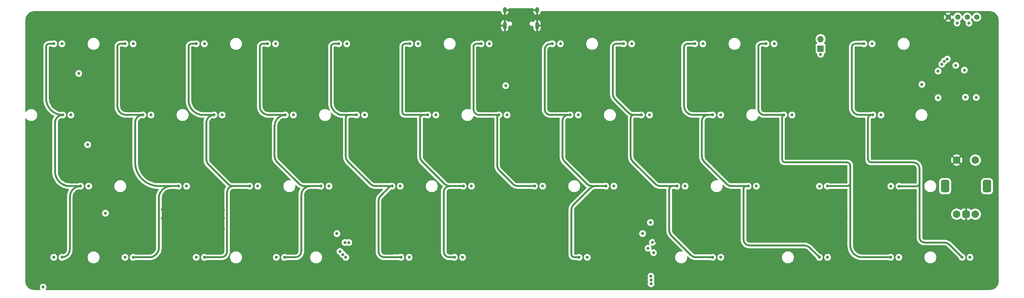
<source format=gbr>
%TF.GenerationSoftware,KiCad,Pcbnew,(7.0.0)*%
%TF.CreationDate,2024-01-20T18:02:58+01:00*%
%TF.ProjectId,oceanographer EC,6f636561-6e6f-4677-9261-706865722045,rev?*%
%TF.SameCoordinates,Original*%
%TF.FileFunction,Copper,L3,Inr*%
%TF.FilePolarity,Positive*%
%FSLAX46Y46*%
G04 Gerber Fmt 4.6, Leading zero omitted, Abs format (unit mm)*
G04 Created by KiCad (PCBNEW (7.0.0)) date 2024-01-20 18:02:58*
%MOMM*%
%LPD*%
G01*
G04 APERTURE LIST*
G04 Aperture macros list*
%AMRoundRect*
0 Rectangle with rounded corners*
0 $1 Rounding radius*
0 $2 $3 $4 $5 $6 $7 $8 $9 X,Y pos of 4 corners*
0 Add a 4 corners polygon primitive as box body*
4,1,4,$2,$3,$4,$5,$6,$7,$8,$9,$2,$3,0*
0 Add four circle primitives for the rounded corners*
1,1,$1+$1,$2,$3*
1,1,$1+$1,$4,$5*
1,1,$1+$1,$6,$7*
1,1,$1+$1,$8,$9*
0 Add four rect primitives between the rounded corners*
20,1,$1+$1,$2,$3,$4,$5,0*
20,1,$1+$1,$4,$5,$6,$7,0*
20,1,$1+$1,$6,$7,$8,$9,0*
20,1,$1+$1,$8,$9,$2,$3,0*%
G04 Aperture macros list end*
%TA.AperFunction,ComponentPad*%
%ADD10O,1.000000X1.600000*%
%TD*%
%TA.AperFunction,ComponentPad*%
%ADD11O,1.000000X2.100000*%
%TD*%
%TA.AperFunction,ComponentPad*%
%ADD12C,2.000000*%
%TD*%
%TA.AperFunction,ComponentPad*%
%ADD13RoundRect,0.550000X0.550000X-1.150000X0.550000X1.150000X-0.550000X1.150000X-0.550000X-1.150000X0*%
%TD*%
%TA.AperFunction,ComponentPad*%
%ADD14RoundRect,0.500000X0.500000X-0.500000X0.500000X0.500000X-0.500000X0.500000X-0.500000X-0.500000X0*%
%TD*%
%TA.AperFunction,ComponentPad*%
%ADD15C,1.397000*%
%TD*%
%TA.AperFunction,ComponentPad*%
%ADD16O,1.700000X1.700000*%
%TD*%
%TA.AperFunction,ComponentPad*%
%ADD17R,1.700000X1.700000*%
%TD*%
%TA.AperFunction,ViaPad*%
%ADD18C,0.800000*%
%TD*%
%TA.AperFunction,Conductor*%
%ADD19C,0.500000*%
%TD*%
G04 APERTURE END LIST*
D10*
%TO.N,GND*%
%TO.C,USB1*%
X146492499Y-42564999D03*
D11*
X146492499Y-46744999D03*
D10*
X155132499Y-42564999D03*
D11*
X155132499Y-46744999D03*
%TD*%
D12*
%TO.N,GND*%
%TO.C,SW2*%
X267375000Y-82693750D03*
%TO.N,KNOB_SW*%
X272375000Y-82693750D03*
D13*
%TO.N,N/C*%
X275475000Y-89693750D03*
X264275000Y-89693750D03*
D14*
%TO.N,GND*%
X269875000Y-97193750D03*
D12*
%TO.N,EncB*%
X272375000Y-97193750D03*
%TO.N,EncA*%
X267375000Y-97193750D03*
%TD*%
D15*
%TO.N,GND*%
%TO.C,OL1*%
X265122500Y-44450000D03*
%TO.N,VBAT*%
X267662500Y-44450000D03*
%TO.N,SCL*%
X270202500Y-44450000D03*
%TO.N,SDA*%
X272742500Y-44450000D03*
%TD*%
D16*
%TO.N,BOOT0*%
%TO.C,SW1*%
X230981249Y-50328749D03*
D17*
%TO.N,VBAT*%
X230981249Y-52868749D03*
%TD*%
D18*
%TO.N,GND*%
X148809682Y-50505781D03*
X77049890Y-82300000D03*
X123711240Y-100338422D03*
X112352563Y-79435133D03*
X116729831Y-98295126D03*
X163183721Y-77643155D03*
X213518750Y-79435133D03*
X228256493Y-79435133D03*
X150345330Y-100338422D03*
X27682372Y-82300000D03*
X136615208Y-98295126D03*
X99218750Y-108826788D03*
X228277664Y-82300000D03*
X222134633Y-82300000D03*
X202039296Y-60385133D03*
X173868387Y-60409453D03*
X49072189Y-79435133D03*
X148214869Y-100338422D03*
X95844935Y-98295126D03*
X73790535Y-98295126D03*
X169797033Y-79435133D03*
X176625489Y-62681880D03*
X152587081Y-96062450D03*
X206098370Y-82300000D03*
X95591742Y-82300000D03*
X67924184Y-79435133D03*
X41567294Y-60409453D03*
X90530236Y-101375519D03*
X237834027Y-100188422D03*
X216407336Y-82300000D03*
X233627006Y-60409453D03*
X229050877Y-62681880D03*
X114506988Y-98295126D03*
X197631287Y-79435133D03*
X46286017Y-79435133D03*
X139472608Y-60409453D03*
X224266497Y-100188422D03*
X221780243Y-97827580D03*
X36271756Y-82300000D03*
X71262416Y-98295126D03*
X222250000Y-62706250D03*
X59287932Y-98295126D03*
X240308122Y-95916915D03*
X170444526Y-100338422D03*
X98723907Y-58490937D03*
X22535134Y-60409453D03*
X174474264Y-79435133D03*
X172744337Y-98295126D03*
X54909102Y-95915457D03*
X162724831Y-95862006D03*
X245037325Y-79435133D03*
X138112500Y-79435133D03*
X237834027Y-97826060D03*
X110060256Y-79435133D03*
X114489728Y-100338422D03*
X213192702Y-62681880D03*
X248072573Y-100188422D03*
X272256250Y-57662500D03*
X208864415Y-60385133D03*
X227001170Y-97827580D03*
X145992027Y-100338422D03*
X229760159Y-100188422D03*
X155192055Y-79435133D03*
X167540574Y-82300000D03*
X200786687Y-82300000D03*
X186025587Y-79435133D03*
X245096320Y-82300000D03*
X74569558Y-79435133D03*
X39687500Y-70643750D03*
X147952911Y-56918545D03*
X105037316Y-98295126D03*
X195731714Y-58490937D03*
X235264874Y-82300000D03*
X166098963Y-98295126D03*
X37388733Y-101442631D03*
X119022138Y-98295126D03*
X64034628Y-98295126D03*
X121700057Y-82300000D03*
X155261783Y-82300000D03*
X152192201Y-60409453D03*
X98540424Y-102278326D03*
X159543750Y-98295126D03*
X210862596Y-79435133D03*
X136609169Y-100338422D03*
X179124943Y-77602867D03*
X161863676Y-102396389D03*
X223629110Y-103804637D03*
X183802744Y-79435133D03*
X114806952Y-79435133D03*
X146050000Y-82300000D03*
X31856122Y-79433788D03*
X58280512Y-82300000D03*
X247121743Y-79435133D03*
X192957132Y-58490937D03*
X212150515Y-100188422D03*
X134392365Y-98295126D03*
X143584746Y-98295126D03*
X93109937Y-79435133D03*
X82255863Y-58490937D03*
X177421568Y-98295126D03*
X162806905Y-62681880D03*
X70054408Y-79435133D03*
X224535727Y-62681880D03*
X138901476Y-100338422D03*
X197502529Y-100188422D03*
X104693961Y-107237289D03*
X181691261Y-82300000D03*
X169832881Y-82300000D03*
X258626546Y-101707353D03*
X239842373Y-79435133D03*
X223952866Y-82300000D03*
X186012349Y-60397151D03*
X134386326Y-100338422D03*
X221811883Y-100188422D03*
X111156545Y-95963572D03*
X230710882Y-79435133D03*
X27642283Y-79435133D03*
X204079019Y-97831250D03*
X95564326Y-79435133D03*
X179255423Y-62681880D03*
X72277251Y-79435133D03*
X173898454Y-58490937D03*
X216535343Y-100188422D03*
X57065089Y-98295126D03*
X98067778Y-98295126D03*
X105709060Y-77723332D03*
X192606104Y-100188422D03*
X81686052Y-82300000D03*
X249295307Y-79435133D03*
X105709060Y-82300000D03*
X43830461Y-98295126D03*
X177006250Y-108743750D03*
X265906250Y-62425000D03*
X270762500Y-70268750D03*
X158362474Y-60409453D03*
X54934865Y-98295126D03*
X173850907Y-62681880D03*
X112712500Y-51593750D03*
X120380315Y-60409453D03*
X242772098Y-60422405D03*
X250809663Y-97826060D03*
X237834027Y-95916915D03*
X83736611Y-82300000D03*
X168229187Y-98295126D03*
X63313903Y-60409453D03*
X111148995Y-100338422D03*
X225965910Y-82300000D03*
X107843979Y-82300000D03*
X188303385Y-62681880D03*
X70080351Y-82300000D03*
X49052144Y-77643155D03*
X181410073Y-60397151D03*
X142875000Y-82300000D03*
X167421033Y-60397151D03*
X126112689Y-98295126D03*
X274637500Y-73537500D03*
X121488398Y-100338422D03*
X226981632Y-60409453D03*
X25309716Y-60409453D03*
X171936183Y-60397151D03*
X158385083Y-62681880D03*
X85914957Y-98295126D03*
X135731250Y-79435133D03*
X108939380Y-105061699D03*
X143668750Y-108743750D03*
X152801924Y-50482469D03*
X235301487Y-97826060D03*
X62916674Y-82300000D03*
X117475000Y-70643750D03*
X199563869Y-97831250D03*
X83716567Y-79435133D03*
X100200488Y-79435133D03*
X256322806Y-97826060D03*
X136728093Y-58490937D03*
X237869983Y-58490937D03*
X157956250Y-79435133D03*
X98022391Y-82300000D03*
X201786712Y-97831250D03*
X179110426Y-79435133D03*
X189261869Y-95986181D03*
X160337500Y-79435133D03*
X119431325Y-82300000D03*
X216265166Y-79435133D03*
X33979449Y-82300000D03*
X167504726Y-79435133D03*
X219933451Y-62681880D03*
X128587500Y-79435133D03*
X114480303Y-102437685D03*
X253429867Y-100188422D03*
X139502675Y-58490937D03*
X233635883Y-62673816D03*
X111177086Y-98295126D03*
X55836209Y-79435133D03*
X232437770Y-97826060D03*
X188317894Y-79435133D03*
X141355865Y-100338422D03*
X128607586Y-82300000D03*
X208756250Y-97831250D03*
X199632753Y-100188422D03*
X152192201Y-58490937D03*
X179129167Y-82300000D03*
X88622203Y-82300000D03*
X83716567Y-101367493D03*
X126115338Y-100361639D03*
X31888966Y-82300000D03*
X267493750Y-84931250D03*
X195453579Y-82300000D03*
X219049025Y-79435133D03*
X93714711Y-98295126D03*
X189258185Y-100188422D03*
X101438355Y-60409453D03*
X197643750Y-77602867D03*
X90845046Y-82300000D03*
X233005070Y-82300000D03*
X176887584Y-79435133D03*
X242780975Y-62686768D03*
X24867701Y-79435133D03*
X210770813Y-82300000D03*
X223741343Y-79435133D03*
X231438279Y-62681880D03*
X163171097Y-82300000D03*
X74595501Y-82300000D03*
X208735952Y-96019226D03*
X100227904Y-82300000D03*
X146050000Y-89693750D03*
X125981769Y-82300000D03*
X157938638Y-82300000D03*
X157320908Y-98295126D03*
X155594066Y-62706250D03*
X136698026Y-60409453D03*
X142875000Y-79435133D03*
X130968750Y-79435133D03*
X119443114Y-79435133D03*
X65149602Y-79435133D03*
X133350000Y-79435133D03*
X267779472Y-55489048D03*
X211136532Y-60409453D03*
X146092292Y-79435133D03*
X203182470Y-82300000D03*
X64047319Y-101062834D03*
X44341876Y-60409453D03*
X167409181Y-62681880D03*
X265112500Y-46037500D03*
X174534088Y-82300000D03*
X240623375Y-62673816D03*
X160595914Y-60397151D03*
X78969871Y-101367493D03*
X79481281Y-58490937D03*
X197716317Y-62681880D03*
X105707189Y-79435133D03*
X190527499Y-60397151D03*
X100360085Y-98295126D03*
X141361904Y-98295126D03*
X177414064Y-100338422D03*
X117605733Y-60409453D03*
X197599224Y-82300000D03*
X190595692Y-62681880D03*
X90519645Y-95955546D03*
X199816453Y-60385133D03*
X155575000Y-70643750D03*
X188316546Y-82300000D03*
X51310973Y-82300000D03*
X44341876Y-58490937D03*
X72303194Y-82300000D03*
X79481281Y-60409453D03*
X183882125Y-60397151D03*
X76200000Y-98295126D03*
X186920091Y-104361624D03*
X81237726Y-98295126D03*
X74561737Y-101800444D03*
X235593289Y-62668807D03*
X192908850Y-62681880D03*
X46277562Y-77643155D03*
X142895044Y-77591048D03*
X195683432Y-62681880D03*
X55562500Y-51593750D03*
X186080542Y-62681880D03*
X160584062Y-62681880D03*
X172287270Y-82300000D03*
X242064321Y-82300000D03*
X107450636Y-98295126D03*
X148204904Y-82300000D03*
X247369631Y-60441886D03*
X240308122Y-101995009D03*
X176923432Y-82300000D03*
X263543563Y-97206211D03*
X25339783Y-58490937D03*
X260863876Y-58790882D03*
X162818757Y-60397151D03*
X131984333Y-98295126D03*
X175198726Y-98295126D03*
X222286737Y-60409453D03*
X200818750Y-77602867D03*
X211126022Y-62681880D03*
X227110734Y-100188422D03*
X194832396Y-100188422D03*
X93662500Y-51593750D03*
X114795163Y-82300000D03*
X219050545Y-82300000D03*
X200818750Y-79435133D03*
X119034009Y-100338422D03*
X261031450Y-103208307D03*
X155587892Y-60409453D03*
X28758921Y-96043750D03*
X245064405Y-60422405D03*
X58290598Y-79435133D03*
X229111856Y-60409453D03*
X117545600Y-58490937D03*
X249661938Y-60441886D03*
X217710608Y-62681880D03*
X219143805Y-97827580D03*
X209056586Y-62681880D03*
X46053304Y-98295126D03*
X125753594Y-103540415D03*
X193675000Y-70643750D03*
X38717239Y-79435133D03*
X219144941Y-100188422D03*
X50800000Y-98295126D03*
X197433645Y-97831250D03*
X111139570Y-102437685D03*
X172251422Y-79435133D03*
X86318223Y-77679494D03*
X251577023Y-82300000D03*
X201855596Y-100188422D03*
X65151197Y-77669471D03*
X224247845Y-97801605D03*
X81262178Y-101367493D03*
X162729423Y-100338422D03*
X214265380Y-97831250D03*
X49052144Y-82300000D03*
X253473180Y-82300000D03*
X52645727Y-98295126D03*
X68683481Y-101062834D03*
X171924331Y-62681880D03*
X138907515Y-98295126D03*
X41700237Y-98295126D03*
X88328277Y-98295126D03*
X125947668Y-79435133D03*
X138184344Y-82300000D03*
X206533408Y-97831250D03*
X249291244Y-82300000D03*
X107950000Y-89693750D03*
X93137353Y-82300000D03*
X86464563Y-79435133D03*
X68670790Y-98295126D03*
X121476527Y-98295126D03*
X121665956Y-79435133D03*
X195408445Y-79435133D03*
X206115900Y-79435133D03*
X159547783Y-100338422D03*
X242076203Y-77569754D03*
X276296772Y-97202639D03*
X56356250Y-102393750D03*
X206764279Y-62681880D03*
X166104909Y-95862006D03*
X250721998Y-100188422D03*
X150355470Y-95968909D03*
X148220908Y-98295126D03*
X225964186Y-79435133D03*
X248160238Y-97826060D03*
X165281883Y-79435133D03*
X183950318Y-62681880D03*
X239901369Y-82300000D03*
X155617959Y-58490937D03*
X189706250Y-113506250D03*
X204147903Y-100188422D03*
X33970543Y-79435133D03*
X172736833Y-100338422D03*
X231334699Y-60409453D03*
X24907790Y-82300000D03*
X213550112Y-82300000D03*
X101498489Y-58490937D03*
X62926760Y-79435133D03*
X77023947Y-79435133D03*
X29596659Y-82300000D03*
X148222516Y-79435133D03*
X204511348Y-60385133D03*
X128579432Y-100338422D03*
X208858171Y-100188422D03*
X240644565Y-58490937D03*
X60500329Y-82300000D03*
X235347044Y-79435133D03*
X190772283Y-79435133D03*
X117264162Y-82300000D03*
X215489599Y-60409453D03*
X114536623Y-95963572D03*
X133370086Y-82300000D03*
X229749383Y-97826060D03*
X170452030Y-98295126D03*
X152574212Y-98295126D03*
X52619964Y-95915457D03*
X212725000Y-108743750D03*
X110066822Y-82300000D03*
X61580239Y-98295126D03*
X199939160Y-62681880D03*
X157324941Y-100338422D03*
X217781906Y-60409453D03*
X214312500Y-100188422D03*
X188235192Y-60397151D03*
X63253770Y-58490937D03*
X55826123Y-82300000D03*
X169632024Y-62681880D03*
X82255863Y-60409453D03*
X247161314Y-82300000D03*
X256235141Y-100188422D03*
X46277562Y-82300000D03*
X150351369Y-98295126D03*
X232933724Y-79435133D03*
X258652521Y-100188422D03*
X38726145Y-82300000D03*
X79246789Y-79435133D03*
X256209166Y-101702172D03*
X213266756Y-60409453D03*
X150427747Y-82300000D03*
X31520140Y-97831250D03*
X102425201Y-82300000D03*
X24859503Y-77563260D03*
X85939409Y-101367493D03*
X232468028Y-100188422D03*
X71261092Y-101052119D03*
X48345611Y-98295126D03*
X249670815Y-62706249D03*
X195701647Y-60409453D03*
X251395200Y-79382599D03*
X215593470Y-62681880D03*
X88594787Y-79435133D03*
X165278957Y-62681880D03*
X90551119Y-98295126D03*
X169643876Y-60397151D03*
X140493750Y-79435133D03*
X240308122Y-100188422D03*
X107837413Y-79435133D03*
X253517532Y-97826060D03*
X130988836Y-82300000D03*
X43353401Y-79435133D03*
X160269340Y-82300000D03*
X22565201Y-58490937D03*
X193096370Y-82300000D03*
X165317731Y-82300000D03*
X66270161Y-101062834D03*
X220156513Y-60409453D03*
X145998066Y-98295126D03*
X53533816Y-82300000D03*
X193019315Y-60385133D03*
X176642969Y-60409453D03*
X269081250Y-71156250D03*
X262603028Y-68745312D03*
X59300623Y-101062834D03*
X60513440Y-79435133D03*
X61592930Y-101062834D03*
X131986980Y-100338422D03*
X53543902Y-79435133D03*
X83692115Y-98295126D03*
X83736611Y-77691270D03*
X40948987Y-82300000D03*
X117029794Y-79435133D03*
X69850000Y-89693750D03*
X29563815Y-79433788D03*
X163151659Y-79435133D03*
X213262153Y-58583541D03*
X181478266Y-62681880D03*
X237537665Y-82300000D03*
X242063215Y-79435133D03*
X189253211Y-97830389D03*
X152489007Y-102930903D03*
X36262850Y-79435133D03*
X219063542Y-77637974D03*
X93726750Y-95955546D03*
X78945419Y-98295126D03*
X90817630Y-79435133D03*
X112364880Y-82300000D03*
X41567294Y-58490937D03*
X242773722Y-100188422D03*
X128590147Y-98295126D03*
X86318223Y-82300000D03*
X165290809Y-60397151D03*
X131970970Y-95936846D03*
X224509580Y-60409453D03*
X245228336Y-100188422D03*
X235584412Y-60404444D03*
X65191285Y-82300000D03*
X157956250Y-108743750D03*
X183801396Y-82300000D03*
X206641572Y-60385133D03*
X123699369Y-98295126D03*
X186024239Y-82300000D03*
X194828947Y-97831250D03*
X154870552Y-100338422D03*
X237885596Y-62668807D03*
X258740186Y-97826060D03*
X235273302Y-100188422D03*
X202411212Y-62681880D03*
X154866519Y-98295126D03*
X110331250Y-108743750D03*
X60539321Y-60409453D03*
X247378508Y-62706249D03*
X81660109Y-79435133D03*
X175191222Y-100338422D03*
X206602292Y-100188422D03*
X60479188Y-58490937D03*
X120320182Y-58490937D03*
X192606104Y-97831250D03*
X245531474Y-101940438D03*
X135937528Y-82300000D03*
X150445359Y-79435133D03*
X121672222Y-77370559D03*
X240614498Y-60409453D03*
X215479149Y-58651957D03*
X51321059Y-79435133D03*
X237876719Y-60404444D03*
X67925779Y-77651181D03*
X204541436Y-62681880D03*
X40940081Y-79435133D03*
X116741702Y-100338422D03*
X269875000Y-95250000D03*
X245073282Y-62686768D03*
X76983651Y-102533882D03*
X71240489Y-96011687D03*
X152737666Y-79435133D03*
X176673036Y-58490937D03*
X240308122Y-97826060D03*
X28745558Y-97849540D03*
X102425201Y-77723332D03*
X179187230Y-60397151D03*
X216507367Y-97801605D03*
X208408207Y-79435133D03*
X73818750Y-96011687D03*
X162724086Y-98295126D03*
X222003239Y-79435133D03*
X192995125Y-79435133D03*
X242861387Y-97826060D03*
X188912500Y-51593750D03*
X245539042Y-96054045D03*
X128590892Y-95936846D03*
X212135156Y-97831250D03*
X242832510Y-103732969D03*
X98663773Y-60409453D03*
X190778123Y-82300000D03*
X31533503Y-96025460D03*
X160369562Y-77643155D03*
X181672520Y-79435133D03*
X143578707Y-100338422D03*
X152720054Y-82300000D03*
X181670469Y-77628842D03*
X102423330Y-79435133D03*
X245316001Y-97826060D03*
X190586707Y-107282897D03*
X79375000Y-70643750D03*
X97787168Y-79435133D03*
X158392541Y-58490937D03*
X102814474Y-98295126D03*
X197686229Y-60385133D03*
X180278997Y-102296003D03*
X234156250Y-51593750D03*
X43362307Y-82300000D03*
X140513836Y-82300000D03*
X226758570Y-62681880D03*
X237834027Y-101995009D03*
X208390677Y-82300000D03*
X203200000Y-79435133D03*
X52689663Y-100596932D03*
X237569886Y-79435133D03*
X230758253Y-82300000D03*
X66257470Y-98295126D03*
X152192201Y-62706250D03*
X67965867Y-82300000D03*
X88352729Y-101367493D03*
%TO.N,VBAT*%
X269432273Y-58640356D03*
X146747686Y-62795006D03*
X258069839Y-62448165D03*
X183356250Y-102393750D03*
X272610512Y-65952844D03*
X262400101Y-66027718D03*
X270668750Y-46037500D03*
X230981250Y-54415051D03*
X267493750Y-46037500D03*
X101600000Y-102393750D03*
X269717848Y-65899500D03*
X262379059Y-58883908D03*
%TO.N,ROW3*%
X44918741Y-108730670D03*
X168547654Y-108741876D03*
X25868741Y-108730670D03*
X120922654Y-108741876D03*
X135210154Y-108741876D03*
X251891404Y-108741876D03*
X232841404Y-108741876D03*
X23018750Y-116681250D03*
X270941404Y-108741876D03*
X63968741Y-108730670D03*
X204266404Y-108741876D03*
X85399991Y-108730670D03*
%TO.N,ROW0*%
X123303904Y-51591876D03*
X85203904Y-51591876D03*
X47103904Y-51591876D03*
X180453904Y-51591876D03*
X199503904Y-51591876D03*
X142353904Y-51591876D03*
X66153904Y-51591876D03*
X218553904Y-51591876D03*
X28053904Y-51591876D03*
X32543750Y-59531250D03*
X161403904Y-51591876D03*
X104253904Y-51591876D03*
X244747654Y-51591876D03*
%TO.N,COL10*%
X216368741Y-51580670D03*
X221131241Y-70630670D03*
X232794418Y-89684213D03*
X249706241Y-108730670D03*
%TO.N,COL11*%
X268825324Y-108728313D03*
X244943741Y-70630670D03*
X251943759Y-89706830D03*
X242562491Y-51580670D03*
%TO.N,BOOT0*%
X267130747Y-57366501D03*
%TO.N,COL0*%
X28249991Y-70630670D03*
X25868741Y-51580670D03*
X28053904Y-108741876D03*
X33012491Y-89680670D03*
%TO.N,COL3*%
X83018741Y-51580670D03*
X87781241Y-70630670D03*
X87585154Y-108741876D03*
X97306241Y-89680670D03*
%TO.N,COL2*%
X68731241Y-70630670D03*
X78256241Y-89680670D03*
X63968741Y-51580670D03*
X66153904Y-108741876D03*
%TO.N,COL1*%
X44918741Y-51580670D03*
X59206241Y-89680670D03*
X47103904Y-108741876D03*
X49681241Y-70630670D03*
%TO.N,COL4*%
X118737491Y-108730670D03*
X106831241Y-70630670D03*
X116356241Y-89680670D03*
X102068741Y-51580670D03*
%TO.N,COL5*%
X135406241Y-89680670D03*
X125881241Y-70630670D03*
X133024991Y-108730670D03*
X121118741Y-51580670D03*
%TO.N,COL8*%
X192556241Y-89680670D03*
X183031241Y-70630670D03*
X202081241Y-108730670D03*
X178268741Y-51580670D03*
%TO.N,COL7*%
X163981241Y-70630670D03*
X173506241Y-89680670D03*
X166362491Y-108730670D03*
X159218741Y-51580670D03*
%TO.N,COL6*%
X140168741Y-51580670D03*
X154456241Y-89680670D03*
X144931241Y-70630670D03*
%TO.N,COL9*%
X186295180Y-107515485D03*
X184817656Y-106293250D03*
X197318741Y-51580670D03*
X230656241Y-108730670D03*
X211606241Y-89680670D03*
X202081241Y-70630670D03*
%TO.N,APLEX_EN_PIN_0*%
X103775497Y-104775000D03*
X185471006Y-99411750D03*
%TO.N,AMUX_SEL_2*%
X185589493Y-113795130D03*
X103981250Y-108743750D03*
X264834611Y-55674500D03*
%TO.N,AMUX_SEL_1*%
X185613623Y-114810038D03*
X264026059Y-56262078D03*
X103187500Y-107985560D03*
%TO.N,AMUX_SEL_0*%
X102426596Y-107173511D03*
X185632445Y-115831750D03*
X263404497Y-57044808D03*
%TO.N,APLEX_OUT_PIN_0*%
X185990186Y-104728067D03*
X104775000Y-104775000D03*
%TO.N,ROW2*%
X156641404Y-89691876D03*
X249758596Y-89695624D03*
X230676608Y-89718931D03*
X137591404Y-89691876D03*
X80441404Y-89691876D03*
X194741404Y-89691876D03*
X175691404Y-89691876D03*
X213791404Y-89691876D03*
X99491404Y-89691876D03*
X35197654Y-89691876D03*
X61391404Y-89691876D03*
X118541404Y-89691876D03*
X39687500Y-96930267D03*
%TO.N,ROW1*%
X147116404Y-70641876D03*
X204266404Y-70641876D03*
X166166404Y-70641876D03*
X185216404Y-70641876D03*
X30435154Y-70641876D03*
X223316404Y-70641876D03*
X34925000Y-78581250D03*
X89966404Y-70641876D03*
X128066404Y-70641876D03*
X109016404Y-70641876D03*
X247128904Y-70641876D03*
X70916404Y-70641876D03*
X51866404Y-70641876D03*
%TD*%
D19*
%TO.N,COL10*%
X232794418Y-89684213D02*
X238134537Y-89684213D01*
X238918750Y-84137500D02*
X238918750Y-85725000D01*
X238918750Y-85725000D02*
X238918750Y-86518750D01*
X242093750Y-108743750D02*
X249693161Y-108743750D01*
X214312500Y-52387500D02*
X214312500Y-69056250D01*
X216368741Y-51580670D02*
X215119330Y-51580670D01*
X238918750Y-84965927D02*
X238918750Y-86518750D01*
X220662500Y-79375000D02*
X220662500Y-80962500D01*
X220662500Y-80962500D02*
X220662500Y-82550000D01*
X215900000Y-70643750D02*
X221118161Y-70643750D01*
X220662500Y-79375000D02*
X220662500Y-81756250D01*
X220662500Y-80962500D02*
X220662500Y-81756250D01*
X238918750Y-88900000D02*
X238918750Y-105568750D01*
X220662500Y-71099411D02*
X220662500Y-79375000D01*
X238918750Y-86518750D02*
X238918750Y-88900000D01*
X221456250Y-83343750D02*
X238125000Y-83343750D01*
X214312450Y-69056250D02*
G75*
G03*
X215900000Y-70643750I1587550J50D01*
G01*
X238134537Y-89684250D02*
G75*
G03*
X238918750Y-88900000I-37J784250D01*
G01*
X215119330Y-51580700D02*
G75*
G03*
X214312500Y-52387500I-30J-806800D01*
G01*
X221131241Y-70630700D02*
G75*
G03*
X220662500Y-71099411I-41J-468700D01*
G01*
X238918750Y-105568750D02*
G75*
G03*
X242093750Y-108743750I3175050J50D01*
G01*
X249693161Y-108743741D02*
G75*
G03*
X249706241Y-108730670I39J13041D01*
G01*
X221118161Y-70643741D02*
G75*
G03*
X221131241Y-70630670I39J13041D01*
G01*
X220662550Y-82550000D02*
G75*
G03*
X221456250Y-83343750I793750J0D01*
G01*
X238918750Y-84137500D02*
G75*
G03*
X238125000Y-83343750I-793750J0D01*
G01*
%TO.N,COL11*%
X258762500Y-104775000D02*
X264043584Y-104775000D01*
X265457798Y-105360787D02*
X268825324Y-108728313D01*
X241300000Y-70643750D02*
X244475000Y-70643750D01*
X239315625Y-52530343D02*
X239315625Y-68659375D01*
X244475000Y-83343750D02*
X255850000Y-83343750D01*
X257437500Y-88900000D02*
X257437500Y-103450000D01*
X244930661Y-70643750D02*
X244475000Y-70643750D01*
X243681250Y-71437500D02*
X243681250Y-82550000D01*
X244943741Y-70630670D02*
X244930661Y-70643750D01*
X242562491Y-51580670D02*
X240265298Y-51580670D01*
X257437500Y-84931250D02*
X257437500Y-88900000D01*
X251943759Y-89706830D02*
X256630670Y-89706830D01*
X240265298Y-51580625D02*
G75*
G03*
X239315625Y-52530343I2J-949675D01*
G01*
X265457806Y-105360779D02*
G75*
G03*
X264043584Y-104775000I-1414206J-1414221D01*
G01*
X244475000Y-70643750D02*
G75*
G03*
X243681250Y-71437500I0J-793750D01*
G01*
X257437500Y-103450000D02*
G75*
G03*
X258762500Y-104775000I1325000J0D01*
G01*
X239315650Y-68659375D02*
G75*
G03*
X241300000Y-70643750I1984350J-25D01*
G01*
X256630670Y-89706800D02*
G75*
G03*
X257437500Y-88900000I30J806800D01*
G01*
X257437550Y-84931250D02*
G75*
G03*
X255850000Y-83343750I-1587550J-50D01*
G01*
X243681250Y-82550000D02*
G75*
G03*
X244475000Y-83343750I793750J0D01*
G01*
%TO.N,COL0*%
X26193750Y-72686911D02*
X26193750Y-85725000D01*
X25868741Y-51580670D02*
X24619330Y-51580670D01*
X23812500Y-52387500D02*
X23812500Y-66193179D01*
X30162500Y-92530661D02*
X30162500Y-106633280D01*
X30162500Y-89693750D02*
X32999411Y-89693750D01*
X32999411Y-89693791D02*
G75*
G03*
X33012491Y-89680670I-11J13091D01*
G01*
X28249991Y-70630650D02*
G75*
G03*
X26193750Y-72686911I9J-2056250D01*
G01*
X33012491Y-89680700D02*
G75*
G03*
X30162500Y-92530661I9J-2850000D01*
G01*
X28053904Y-108741870D02*
G75*
G03*
X30162500Y-106633280I6J2108590D01*
G01*
X26193750Y-85725000D02*
G75*
G03*
X30162500Y-89693750I3968750J0D01*
G01*
X23812500Y-66193179D02*
G75*
G03*
X28249991Y-70630670I4437490J-1D01*
G01*
X24619330Y-51580700D02*
G75*
G03*
X23812500Y-52387500I-30J-806800D01*
G01*
%TO.N,COL3*%
X83343750Y-70643750D02*
X87768161Y-70643750D01*
X97306241Y-89680670D02*
X94469330Y-89680670D01*
X80962500Y-52387500D02*
X80962500Y-68262500D01*
X85517037Y-83135787D02*
X91476134Y-89094884D01*
X83018741Y-51580670D02*
X81769330Y-51580670D01*
X92890347Y-89680670D02*
X97306241Y-89680670D01*
X90452823Y-108743750D02*
X87587028Y-108743750D01*
X87587028Y-108743750D02*
X87585154Y-108741876D01*
X84931250Y-73480661D02*
X84931250Y-81721573D01*
X92075000Y-92075000D02*
X92075000Y-107121573D01*
X80962550Y-68262500D02*
G75*
G03*
X83343750Y-70643750I2381250J0D01*
G01*
X87781241Y-70630750D02*
G75*
G03*
X84931250Y-73480661I-41J-2849950D01*
G01*
X81769330Y-51580700D02*
G75*
G03*
X80962500Y-52387500I-30J-806800D01*
G01*
X87768161Y-70643741D02*
G75*
G03*
X87781241Y-70630670I39J13041D01*
G01*
X94469330Y-89680700D02*
G75*
G03*
X92075000Y-92075000I-30J-2394300D01*
G01*
X90452823Y-108743800D02*
G75*
G03*
X92075000Y-107121573I-23J1622200D01*
G01*
X84931255Y-81721573D02*
G75*
G03*
X85517037Y-83135787I1999945J-27D01*
G01*
X91476117Y-89094901D02*
G75*
G03*
X92890347Y-89680670I1414183J1414201D01*
G01*
%TO.N,COL2*%
X66155778Y-108743750D02*
X66153904Y-108741876D01*
X78256241Y-89680670D02*
X73831830Y-89680670D01*
X65881250Y-70643750D02*
X68718161Y-70643750D01*
X61912500Y-55562500D02*
X61912500Y-66675000D01*
X73840347Y-89680670D02*
X78256241Y-89680670D01*
X67260787Y-83929537D02*
X72426134Y-89094884D01*
X72231250Y-91281250D02*
X72231250Y-107156250D01*
X70643750Y-108743750D02*
X66155778Y-108743750D01*
X66675000Y-72686911D02*
X66675000Y-82515323D01*
X63968741Y-51580670D02*
X62719330Y-51580670D01*
X61912500Y-52387500D02*
X61912500Y-55562500D01*
X68731241Y-70630700D02*
G75*
G03*
X66675000Y-72686911I-41J-2056200D01*
G01*
X61912550Y-66675000D02*
G75*
G03*
X65881250Y-70643750I3968750J0D01*
G01*
X68718161Y-70643741D02*
G75*
G03*
X68731241Y-70630670I39J13041D01*
G01*
X73831830Y-89680650D02*
G75*
G03*
X72231250Y-91281250I-30J-1600550D01*
G01*
X70643750Y-108743750D02*
G75*
G03*
X72231250Y-107156250I-50J1587550D01*
G01*
X72426117Y-89094901D02*
G75*
G03*
X73840347Y-89680670I1414183J1414201D01*
G01*
X62719330Y-51580700D02*
G75*
G03*
X61912500Y-52387500I-30J-806800D01*
G01*
X66674984Y-82515323D02*
G75*
G03*
X67260787Y-83929537I2000016J23D01*
G01*
%TO.N,COL1*%
X53975000Y-96837500D02*
X53975000Y-106327823D01*
X44918741Y-51580670D02*
X43669330Y-51580670D01*
X47625000Y-72686911D02*
X47625000Y-83309073D01*
X53389213Y-107742037D02*
X52973286Y-108157964D01*
X47105778Y-108743750D02*
X47103904Y-108741876D01*
X59206241Y-89680670D02*
X57163080Y-89680670D01*
X42862500Y-52387500D02*
X42862500Y-68262500D01*
X58737500Y-89680670D02*
X59206241Y-89680670D01*
X53975000Y-92868750D02*
X53975000Y-96837500D01*
X53975000Y-95271597D02*
X53975000Y-96837500D01*
X45243750Y-70643750D02*
X49668161Y-70643750D01*
X51559073Y-108743750D02*
X47105778Y-108743750D01*
X53996597Y-89680670D02*
X58737500Y-89680670D01*
X49681241Y-70630700D02*
G75*
G03*
X47625000Y-72686911I-41J-2056200D01*
G01*
X43669330Y-51580700D02*
G75*
G03*
X42862500Y-52387500I-30J-806800D01*
G01*
X42862550Y-68262500D02*
G75*
G03*
X45243750Y-70643750I2381250J0D01*
G01*
X47625000Y-83309073D02*
G75*
G03*
X53996597Y-89680670I6371600J3D01*
G01*
X49668161Y-70643741D02*
G75*
G03*
X49681241Y-70630670I39J13041D01*
G01*
X51559073Y-108743745D02*
G75*
G03*
X52973286Y-108157964I27J1999945D01*
G01*
X53389202Y-107742026D02*
G75*
G03*
X53975000Y-106327823I-1414202J1414226D01*
G01*
X57163080Y-89680600D02*
G75*
G03*
X53975000Y-92868750I20J-3188100D01*
G01*
%TO.N,COL4*%
X116356241Y-89680670D02*
X115900580Y-89680670D01*
X103981250Y-71437500D02*
X103981250Y-81721573D01*
X106831241Y-70630670D02*
X104788080Y-70630670D01*
X116681250Y-108730670D02*
X118737491Y-108730670D01*
X103187500Y-70643750D02*
X106818161Y-70643750D01*
X114334677Y-108743750D02*
X116668170Y-108743750D01*
X116668170Y-108743750D02*
X116681250Y-108730670D01*
X100012500Y-52387500D02*
X100012500Y-67468750D01*
X115900580Y-89680670D02*
X113298286Y-92282964D01*
X111940347Y-89680670D02*
X116356241Y-89680670D01*
X112712500Y-93697177D02*
X112712500Y-107121573D01*
X102068741Y-51580670D02*
X100819330Y-51580670D01*
X104567037Y-83135787D02*
X110526134Y-89094884D01*
X100012500Y-67468750D02*
G75*
G03*
X103187500Y-70643750I3175000J0D01*
G01*
X103981255Y-81721573D02*
G75*
G03*
X104567037Y-83135787I1999945J-27D01*
G01*
X104788080Y-70630650D02*
G75*
G03*
X103981250Y-71437500I20J-806850D01*
G01*
X100819330Y-51580700D02*
G75*
G03*
X100012500Y-52387500I-30J-806800D01*
G01*
X112712550Y-107121573D02*
G75*
G03*
X114334677Y-108743750I1622150J-27D01*
G01*
X113298297Y-92282975D02*
G75*
G03*
X112712500Y-93697177I1414203J-1414225D01*
G01*
X110526117Y-89094901D02*
G75*
G03*
X111940347Y-89680670I1414183J1414201D01*
G01*
X106818161Y-70643741D02*
G75*
G03*
X106831241Y-70630670I39J13041D01*
G01*
%TO.N,COL5*%
X125881241Y-70630670D02*
X124631830Y-70630670D01*
X133011911Y-108743750D02*
X133024991Y-108730670D01*
X119062500Y-52387500D02*
X119062500Y-69850000D01*
X131784097Y-89680670D02*
X135406241Y-89680670D01*
X124410787Y-83135787D02*
X130369884Y-89094884D01*
X135406241Y-89680670D02*
X131775580Y-89680670D01*
X130175000Y-91281250D02*
X130175000Y-107156250D01*
X121118741Y-51580670D02*
X119869330Y-51580670D01*
X119856250Y-70643750D02*
X125868161Y-70643750D01*
X131762500Y-108743750D02*
X133011911Y-108743750D01*
X123825000Y-71437500D02*
X123825000Y-81721573D01*
X130174950Y-107156250D02*
G75*
G03*
X131762500Y-108743750I1587550J50D01*
G01*
X119062550Y-69850000D02*
G75*
G03*
X119856250Y-70643750I793750J0D01*
G01*
X119869330Y-51580700D02*
G75*
G03*
X119062500Y-52387500I-30J-806800D01*
G01*
X131775580Y-89680600D02*
G75*
G03*
X130175000Y-91281250I20J-1600600D01*
G01*
X125868161Y-70643741D02*
G75*
G03*
X125881241Y-70630670I39J13041D01*
G01*
X124631830Y-70630700D02*
G75*
G03*
X123825000Y-71437500I-30J-806800D01*
G01*
X123825020Y-81721573D02*
G75*
G03*
X124410788Y-83135786I1999980J-27D01*
G01*
X130369892Y-89094876D02*
G75*
G03*
X131784097Y-89680670I1414208J1414176D01*
G01*
%TO.N,COL8*%
X180996597Y-70630670D02*
X183031241Y-70630670D01*
X180181250Y-71437500D02*
X180181250Y-81721573D01*
X178268741Y-51580670D02*
X176225580Y-51580670D01*
X176004537Y-66467037D02*
X179582384Y-70044884D01*
X188140347Y-89680670D02*
X192556241Y-89680670D01*
X192556241Y-89680670D02*
X191306830Y-89680670D01*
X197665347Y-108730670D02*
X202081241Y-108730670D01*
X180767037Y-83135787D02*
X186726134Y-89094884D01*
X183031241Y-70630670D02*
X180988080Y-70630670D01*
X190500000Y-90487500D02*
X190500000Y-101565323D01*
X175418750Y-52387500D02*
X175418750Y-65052823D01*
X191085787Y-102979537D02*
X196251134Y-108144884D01*
X191306830Y-89680700D02*
G75*
G03*
X190500000Y-90487500I-30J-806800D01*
G01*
X196251117Y-108144901D02*
G75*
G03*
X197665347Y-108730670I1414183J1414201D01*
G01*
X175418720Y-65052823D02*
G75*
G03*
X176004538Y-66467036I1999980J23D01*
G01*
X180988080Y-70630650D02*
G75*
G03*
X180181250Y-71437500I20J-806850D01*
G01*
X190499984Y-101565323D02*
G75*
G03*
X191085787Y-102979537I2000016J23D01*
G01*
X180181255Y-81721573D02*
G75*
G03*
X180767037Y-83135787I1999945J-27D01*
G01*
X179582392Y-70044876D02*
G75*
G03*
X180996597Y-70630670I1414208J1414176D01*
G01*
X176225580Y-51580650D02*
G75*
G03*
X175418750Y-52387500I20J-806850D01*
G01*
X186726117Y-89094901D02*
G75*
G03*
X188140347Y-89680670I1414183J1414201D01*
G01*
%TO.N,COL7*%
X166349411Y-108743750D02*
X166362491Y-108730670D01*
X162510787Y-83135787D02*
X168469884Y-89094884D01*
X169289793Y-90266457D02*
X164892036Y-94664214D01*
X159218741Y-51580670D02*
X158763080Y-51580670D01*
X163981241Y-70630670D02*
X163525580Y-70630670D01*
X158750000Y-70643750D02*
X163968161Y-70643750D01*
X164306250Y-96078427D02*
X164306250Y-107950000D01*
X169884097Y-89680670D02*
X173506241Y-89680670D01*
X173506241Y-89680670D02*
X170704007Y-89680670D01*
X165100000Y-108743750D02*
X166349411Y-108743750D01*
X161925000Y-72231250D02*
X161925000Y-81721573D01*
X157162500Y-53181250D02*
X157162500Y-69056250D01*
X168469892Y-89094876D02*
G75*
G03*
X169884097Y-89680670I1414208J1414176D01*
G01*
X161925020Y-81721573D02*
G75*
G03*
X162510788Y-83135786I1999980J-27D01*
G01*
X158763080Y-51580600D02*
G75*
G03*
X157162500Y-53181250I20J-1600600D01*
G01*
X164892033Y-94664211D02*
G75*
G03*
X164306250Y-96078427I1414167J-1414189D01*
G01*
X157162450Y-69056250D02*
G75*
G03*
X158750000Y-70643750I1587550J50D01*
G01*
X164306250Y-107950000D02*
G75*
G03*
X165100000Y-108743750I793750J0D01*
G01*
X163525580Y-70630600D02*
G75*
G03*
X161925000Y-72231250I20J-1600600D01*
G01*
X170704007Y-89680684D02*
G75*
G03*
X169289793Y-90266457I-7J-2000016D01*
G01*
X163968161Y-70643741D02*
G75*
G03*
X163981241Y-70630670I39J13041D01*
G01*
%TO.N,COL6*%
X140168741Y-51580670D02*
X138919330Y-51580670D01*
X139700000Y-70643750D02*
X144918161Y-70643750D01*
X145048287Y-85517037D02*
X148626134Y-89094884D01*
X144462500Y-71099411D02*
X144462500Y-84102823D01*
X138112500Y-52387500D02*
X138112500Y-69056250D01*
X150040347Y-89680670D02*
X154456241Y-89680670D01*
X144918161Y-70643741D02*
G75*
G03*
X144931241Y-70630670I39J13041D01*
G01*
X138919330Y-51580700D02*
G75*
G03*
X138112500Y-52387500I-30J-806800D01*
G01*
X144931241Y-70630700D02*
G75*
G03*
X144462500Y-71099411I-41J-468700D01*
G01*
X144462484Y-84102823D02*
G75*
G03*
X145048287Y-85517037I2000016J23D01*
G01*
X138112450Y-69056250D02*
G75*
G03*
X139700000Y-70643750I1587550J50D01*
G01*
X148626117Y-89094901D02*
G75*
G03*
X150040347Y-89680670I1414183J1414201D01*
G01*
%TO.N,COL9*%
X211965927Y-105568750D02*
X226665894Y-105568750D01*
X195262500Y-51593750D02*
X197305661Y-51593750D01*
X211137500Y-89680670D02*
X211606241Y-89680670D01*
X199817037Y-83135787D02*
X205776134Y-89094884D01*
X202068161Y-70643750D02*
X196850000Y-70643750D01*
X211606241Y-89680670D02*
X211150580Y-89680670D01*
X202081241Y-70630670D02*
X200831830Y-70630670D01*
X194469052Y-68262802D02*
X194469052Y-52387198D01*
X210343750Y-90487500D02*
X210343750Y-103946573D01*
X228080107Y-106154536D02*
X230656241Y-108730670D01*
X199231250Y-72231250D02*
X199231250Y-81721573D01*
X207190347Y-89680670D02*
X211137500Y-89680670D01*
X200831830Y-70630650D02*
G75*
G03*
X199231250Y-72231250I-30J-1600550D01*
G01*
X202068161Y-70643741D02*
G75*
G03*
X202081241Y-70630670I39J13041D01*
G01*
X205776117Y-89094901D02*
G75*
G03*
X207190347Y-89680670I1414183J1414201D01*
G01*
X197305661Y-51593741D02*
G75*
G03*
X197318741Y-51580670I39J13041D01*
G01*
X211150580Y-89680650D02*
G75*
G03*
X210343750Y-90487500I20J-806850D01*
G01*
X199231255Y-81721573D02*
G75*
G03*
X199817037Y-83135787I1999945J-27D01*
G01*
X210343750Y-103946573D02*
G75*
G03*
X211965927Y-105568750I1622150J-27D01*
G01*
X194469050Y-68262802D02*
G75*
G03*
X196850000Y-70643750I2380950J2D01*
G01*
X228080100Y-106154543D02*
G75*
G03*
X226665894Y-105568750I-1414200J-1414157D01*
G01*
X195262500Y-51593752D02*
G75*
G03*
X194469052Y-52387198I0J-793448D01*
G01*
%TD*%
%TA.AperFunction,Conductor*%
%TO.N,GND*%
G36*
X154070500Y-42085863D02*
G01*
X154115887Y-42131250D01*
X154132500Y-42193250D01*
X154132500Y-42298674D01*
X154135950Y-42311549D01*
X154148826Y-42315000D01*
X155258500Y-42315000D01*
X155320500Y-42331613D01*
X155365887Y-42377000D01*
X155382500Y-42439000D01*
X155382500Y-43824962D01*
X155384837Y-43835645D01*
X155390002Y-43835973D01*
X155390340Y-43835885D01*
X155569260Y-43769621D01*
X155580506Y-43764105D01*
X155742426Y-43663180D01*
X155752320Y-43655521D01*
X155890614Y-43524063D01*
X155898762Y-43514572D01*
X155947415Y-43444670D01*
X264474248Y-43444670D01*
X264480178Y-43454125D01*
X265110957Y-44084904D01*
X265122500Y-44091568D01*
X265134042Y-44084904D01*
X265764820Y-43454125D01*
X265770750Y-43444670D01*
X265762814Y-43436825D01*
X265663880Y-43375569D01*
X265653663Y-43370481D01*
X265457237Y-43294385D01*
X265446252Y-43291260D01*
X265239186Y-43252552D01*
X265227828Y-43251500D01*
X265017172Y-43251500D01*
X265005813Y-43252552D01*
X264798747Y-43291260D01*
X264787762Y-43294385D01*
X264591335Y-43370481D01*
X264581122Y-43375567D01*
X264482185Y-43436824D01*
X264474248Y-43444670D01*
X155947415Y-43444670D01*
X156007765Y-43357963D01*
X156013834Y-43347029D01*
X156089081Y-43171681D01*
X156092824Y-43159752D01*
X156132500Y-42966690D01*
X156133789Y-42966955D01*
X156151475Y-42917940D01*
X156196093Y-42877630D01*
X156254430Y-42863050D01*
X276225067Y-42863050D01*
X276225067Y-42863331D01*
X276228451Y-42863040D01*
X276344261Y-42865968D01*
X276350487Y-42866283D01*
X276465175Y-42875005D01*
X276471385Y-42875635D01*
X276584340Y-42889988D01*
X276590505Y-42890930D01*
X276604547Y-42893437D01*
X276701666Y-42910781D01*
X276707692Y-42912014D01*
X276816915Y-42937222D01*
X276822831Y-42938745D01*
X276929900Y-42969151D01*
X276935723Y-42970961D01*
X277040613Y-43006451D01*
X277046289Y-43008530D01*
X277148757Y-43048931D01*
X277154326Y-43051285D01*
X277254329Y-43096496D01*
X277259714Y-43099091D01*
X277357027Y-43148933D01*
X277362293Y-43151792D01*
X277376136Y-43159752D01*
X277456826Y-43206148D01*
X277461937Y-43209254D01*
X277553510Y-43267960D01*
X277558405Y-43271267D01*
X277590234Y-43293902D01*
X277646918Y-43334213D01*
X277651671Y-43337767D01*
X277736946Y-43404779D01*
X277741516Y-43408550D01*
X277823449Y-43479522D01*
X277827790Y-43483468D01*
X277860414Y-43514572D01*
X277906198Y-43558224D01*
X277910379Y-43562404D01*
X277985127Y-43640804D01*
X277989107Y-43645183D01*
X278060072Y-43727109D01*
X278063843Y-43731679D01*
X278130851Y-43816949D01*
X278134406Y-43821704D01*
X278197337Y-43910198D01*
X278200674Y-43915137D01*
X278259374Y-44006701D01*
X278262482Y-44011817D01*
X278316820Y-44106324D01*
X278319688Y-44111604D01*
X278369515Y-44208889D01*
X278372139Y-44214334D01*
X278417319Y-44314269D01*
X278419686Y-44319868D01*
X278460074Y-44422303D01*
X278462176Y-44428044D01*
X278497645Y-44532873D01*
X278499470Y-44538742D01*
X278529869Y-44645791D01*
X278531409Y-44651780D01*
X278556592Y-44760899D01*
X278557837Y-44766984D01*
X278577684Y-44878120D01*
X278578626Y-44884289D01*
X278592977Y-44997231D01*
X278593609Y-45003460D01*
X278602327Y-45118115D01*
X278602644Y-45124381D01*
X278605623Y-45242160D01*
X278605663Y-45245295D01*
X278605663Y-115092192D01*
X278605623Y-115095334D01*
X278602638Y-115213108D01*
X278602321Y-115219372D01*
X278593598Y-115334037D01*
X278592965Y-115340266D01*
X278578612Y-115453192D01*
X278577670Y-115459362D01*
X278557820Y-115570486D01*
X278556575Y-115576571D01*
X278531384Y-115685703D01*
X278529844Y-115691688D01*
X278499443Y-115798737D01*
X278497617Y-115804609D01*
X278462156Y-115909401D01*
X278460055Y-115915140D01*
X278419656Y-116017595D01*
X278417288Y-116023194D01*
X278372116Y-116123105D01*
X278369493Y-116128550D01*
X278319648Y-116225864D01*
X278316780Y-116231144D01*
X278262448Y-116325635D01*
X278259339Y-116330752D01*
X278200642Y-116422304D01*
X278197307Y-116427239D01*
X278134381Y-116515726D01*
X278130824Y-116520483D01*
X278063798Y-116605772D01*
X278060026Y-116610343D01*
X277989065Y-116692259D01*
X277985087Y-116696636D01*
X277910372Y-116775000D01*
X277906190Y-116779181D01*
X277827772Y-116853943D01*
X277823395Y-116857922D01*
X277741495Y-116928864D01*
X277736925Y-116932635D01*
X277651649Y-116999647D01*
X277646893Y-117003203D01*
X277558398Y-117066133D01*
X277553459Y-117069470D01*
X277461911Y-117128159D01*
X277456798Y-117131265D01*
X277362293Y-117185604D01*
X277357009Y-117188474D01*
X277259703Y-117238310D01*
X277254260Y-117240933D01*
X277154344Y-117286104D01*
X277148746Y-117288471D01*
X277046279Y-117328873D01*
X277040535Y-117330975D01*
X276935748Y-117366428D01*
X276929882Y-117368253D01*
X276842409Y-117393093D01*
X276822968Y-117398614D01*
X276822841Y-117398650D01*
X276816852Y-117400190D01*
X276707711Y-117425379D01*
X276701625Y-117426624D01*
X276590499Y-117446469D01*
X276584331Y-117447411D01*
X276471386Y-117461763D01*
X276465157Y-117462395D01*
X276350506Y-117471113D01*
X276344241Y-117471430D01*
X276231491Y-117474282D01*
X276226464Y-117474410D01*
X276223329Y-117474450D01*
X23794800Y-117474450D01*
X23739665Y-117461518D01*
X23696030Y-117425420D01*
X23672996Y-117373685D01*
X23675368Y-117317104D01*
X23702648Y-117267480D01*
X23751283Y-117213466D01*
X23845929Y-117049534D01*
X23904424Y-116869506D01*
X23924210Y-116681250D01*
X23907131Y-116518751D01*
X23905103Y-116499454D01*
X23905102Y-116499453D01*
X23904424Y-116492994D01*
X23845929Y-116312966D01*
X23751283Y-116149034D01*
X23730747Y-116126227D01*
X23628970Y-116013192D01*
X23628969Y-116013191D01*
X23624621Y-116008362D01*
X23619363Y-116004542D01*
X23619361Y-116004540D01*
X23476738Y-115900919D01*
X23476737Y-115900918D01*
X23471480Y-115897099D01*
X23465542Y-115894455D01*
X23304495Y-115822751D01*
X23304490Y-115822749D01*
X23298553Y-115820106D01*
X23292194Y-115818754D01*
X23292190Y-115818753D01*
X23119758Y-115782102D01*
X23119755Y-115782101D01*
X23113396Y-115780750D01*
X22924104Y-115780750D01*
X22917745Y-115782101D01*
X22917741Y-115782102D01*
X22745309Y-115818753D01*
X22745302Y-115818755D01*
X22738947Y-115820106D01*
X22733012Y-115822748D01*
X22733004Y-115822751D01*
X22571957Y-115894455D01*
X22571952Y-115894457D01*
X22566020Y-115897099D01*
X22560766Y-115900915D01*
X22560761Y-115900919D01*
X22418138Y-116004540D01*
X22418131Y-116004545D01*
X22412879Y-116008362D01*
X22408534Y-116013187D01*
X22408529Y-116013192D01*
X22290563Y-116144206D01*
X22290558Y-116144212D01*
X22286217Y-116149034D01*
X22282972Y-116154654D01*
X22282968Y-116154660D01*
X22194819Y-116307339D01*
X22194816Y-116307344D01*
X22191571Y-116312966D01*
X22189565Y-116319138D01*
X22189563Y-116319144D01*
X22135083Y-116486814D01*
X22135081Y-116486823D01*
X22133076Y-116492994D01*
X22132398Y-116499444D01*
X22132396Y-116499454D01*
X22120742Y-116610343D01*
X22113290Y-116681250D01*
X22113969Y-116687710D01*
X22132396Y-116863045D01*
X22132397Y-116863053D01*
X22133076Y-116869506D01*
X22135081Y-116875678D01*
X22135083Y-116875685D01*
X22176211Y-117002261D01*
X22191571Y-117049534D01*
X22194818Y-117055158D01*
X22194819Y-117055160D01*
X22271532Y-117188032D01*
X22286217Y-117213466D01*
X22334851Y-117267480D01*
X22362132Y-117317104D01*
X22364504Y-117373685D01*
X22341470Y-117425420D01*
X22297835Y-117461518D01*
X22242700Y-117474450D01*
X20638870Y-117474450D01*
X20635724Y-117474410D01*
X20517928Y-117471420D01*
X20511664Y-117471102D01*
X20397037Y-117462378D01*
X20390808Y-117461746D01*
X20277854Y-117447385D01*
X20271685Y-117446442D01*
X20160579Y-117426592D01*
X20154494Y-117425347D01*
X20045372Y-117400155D01*
X20039384Y-117398614D01*
X19932327Y-117368205D01*
X19926457Y-117366380D01*
X19821660Y-117330913D01*
X19815923Y-117328812D01*
X19713492Y-117288420D01*
X19707893Y-117286052D01*
X19607962Y-117240868D01*
X19602517Y-117238245D01*
X19505224Y-117188408D01*
X19499942Y-117185538D01*
X19405451Y-117131201D01*
X19400337Y-117128094D01*
X19333541Y-117085268D01*
X19308785Y-117069395D01*
X19303853Y-117066063D01*
X19215343Y-117003118D01*
X19210600Y-116999571D01*
X19125328Y-116932555D01*
X19120789Y-116928809D01*
X19038857Y-116857832D01*
X19034490Y-116853863D01*
X18956093Y-116779115D01*
X18951912Y-116774933D01*
X18877158Y-116696522D01*
X18873190Y-116692157D01*
X18802241Y-116610246D01*
X18798501Y-116605714D01*
X18731449Y-116520389D01*
X18727920Y-116515669D01*
X18664986Y-116427166D01*
X18661651Y-116422229D01*
X18602941Y-116330645D01*
X18599850Y-116325557D01*
X18545519Y-116231062D01*
X18542651Y-116225781D01*
X18492825Y-116128497D01*
X18490212Y-116123075D01*
X18445009Y-116023089D01*
X18442651Y-116017510D01*
X18402273Y-115915099D01*
X18400177Y-115909377D01*
X18364712Y-115804558D01*
X18362887Y-115798690D01*
X18332484Y-115691629D01*
X18330944Y-115685640D01*
X18305772Y-115576571D01*
X18305758Y-115576509D01*
X18304523Y-115570475D01*
X18284675Y-115459330D01*
X18283733Y-115453162D01*
X18269383Y-115340230D01*
X18268751Y-115334001D01*
X18266515Y-115304592D01*
X18260032Y-115219342D01*
X18259718Y-115213108D01*
X18256740Y-115095334D01*
X18256700Y-115092202D01*
X18256700Y-113795130D01*
X184684033Y-113795130D01*
X184684712Y-113801590D01*
X184703139Y-113976925D01*
X184703140Y-113976933D01*
X184703819Y-113983386D01*
X184705824Y-113989558D01*
X184705826Y-113989565D01*
X184760306Y-114157235D01*
X184762314Y-114163414D01*
X184765561Y-114169038D01*
X184765562Y-114169040D01*
X184818932Y-114261480D01*
X184835545Y-114323479D01*
X184818933Y-114385478D01*
X184789693Y-114436124D01*
X184789688Y-114436134D01*
X184786444Y-114441754D01*
X184784438Y-114447926D01*
X184784436Y-114447932D01*
X184729956Y-114615602D01*
X184729954Y-114615611D01*
X184727949Y-114621782D01*
X184727271Y-114628232D01*
X184727269Y-114628242D01*
X184709585Y-114796502D01*
X184708163Y-114810038D01*
X184708842Y-114816498D01*
X184727269Y-114991833D01*
X184727270Y-114991841D01*
X184727949Y-114998294D01*
X184729954Y-115004466D01*
X184729956Y-115004473D01*
X184759479Y-115095334D01*
X184786444Y-115178322D01*
X184789691Y-115183946D01*
X184789692Y-115183948D01*
X184842372Y-115275193D01*
X184858985Y-115337192D01*
X184842373Y-115399191D01*
X184808515Y-115457836D01*
X184808510Y-115457846D01*
X184805266Y-115463466D01*
X184803260Y-115469638D01*
X184803258Y-115469644D01*
X184748778Y-115637314D01*
X184748776Y-115637323D01*
X184746771Y-115643494D01*
X184746093Y-115649944D01*
X184746091Y-115649954D01*
X184728407Y-115818214D01*
X184726985Y-115831750D01*
X184727664Y-115838210D01*
X184746091Y-116013545D01*
X184746092Y-116013553D01*
X184746771Y-116020006D01*
X184748776Y-116026178D01*
X184748778Y-116026185D01*
X184781339Y-116126395D01*
X184805266Y-116200034D01*
X184808513Y-116205658D01*
X184808514Y-116205660D01*
X184880689Y-116330672D01*
X184899912Y-116363966D01*
X184904256Y-116368791D01*
X184904258Y-116368793D01*
X184956883Y-116427239D01*
X185026574Y-116504638D01*
X185031832Y-116508458D01*
X185031833Y-116508459D01*
X185048274Y-116520404D01*
X185179715Y-116615901D01*
X185352642Y-116692894D01*
X185537799Y-116732250D01*
X185720588Y-116732250D01*
X185727091Y-116732250D01*
X185912248Y-116692894D01*
X186085175Y-116615901D01*
X186238316Y-116504638D01*
X186364978Y-116363966D01*
X186459624Y-116200034D01*
X186518119Y-116020006D01*
X186537905Y-115831750D01*
X186522903Y-115689008D01*
X186518798Y-115649954D01*
X186518797Y-115649953D01*
X186518119Y-115643494D01*
X186459624Y-115463466D01*
X186403693Y-115366591D01*
X186387081Y-115304592D01*
X186403695Y-115242592D01*
X186440802Y-115178322D01*
X186499297Y-114998294D01*
X186519083Y-114810038D01*
X186499297Y-114621782D01*
X186440802Y-114441754D01*
X186384181Y-114343684D01*
X186367569Y-114281685D01*
X186384181Y-114219687D01*
X186416672Y-114163414D01*
X186475167Y-113983386D01*
X186494953Y-113795130D01*
X186475167Y-113606874D01*
X186416672Y-113426846D01*
X186322026Y-113262914D01*
X186195364Y-113122242D01*
X186190106Y-113118422D01*
X186190104Y-113118420D01*
X186047481Y-113014799D01*
X186047480Y-113014798D01*
X186042223Y-113010979D01*
X186036285Y-113008335D01*
X185875238Y-112936631D01*
X185875233Y-112936629D01*
X185869296Y-112933986D01*
X185862937Y-112932634D01*
X185862933Y-112932633D01*
X185690501Y-112895982D01*
X185690498Y-112895981D01*
X185684139Y-112894630D01*
X185494847Y-112894630D01*
X185488488Y-112895981D01*
X185488484Y-112895982D01*
X185316052Y-112932633D01*
X185316045Y-112932635D01*
X185309690Y-112933986D01*
X185303755Y-112936628D01*
X185303747Y-112936631D01*
X185142700Y-113008335D01*
X185142695Y-113008337D01*
X185136763Y-113010979D01*
X185131509Y-113014795D01*
X185131504Y-113014799D01*
X184988881Y-113118420D01*
X184988874Y-113118425D01*
X184983622Y-113122242D01*
X184979277Y-113127067D01*
X184979272Y-113127072D01*
X184861306Y-113258086D01*
X184861301Y-113258092D01*
X184856960Y-113262914D01*
X184853715Y-113268534D01*
X184853711Y-113268540D01*
X184765562Y-113421219D01*
X184765559Y-113421224D01*
X184762314Y-113426846D01*
X184760308Y-113433018D01*
X184760306Y-113433024D01*
X184705826Y-113600694D01*
X184705824Y-113600703D01*
X184703819Y-113606874D01*
X184703141Y-113613324D01*
X184703139Y-113613334D01*
X184685455Y-113781594D01*
X184684033Y-113795130D01*
X18256700Y-113795130D01*
X18256700Y-108730670D01*
X24963281Y-108730670D01*
X24963960Y-108737130D01*
X24982387Y-108912465D01*
X24982388Y-108912473D01*
X24983067Y-108918926D01*
X24985072Y-108925098D01*
X24985074Y-108925105D01*
X25039554Y-109092775D01*
X25041562Y-109098954D01*
X25044809Y-109104578D01*
X25044810Y-109104580D01*
X25125512Y-109244361D01*
X25136208Y-109262886D01*
X25140552Y-109267711D01*
X25140554Y-109267713D01*
X25251686Y-109391137D01*
X25262870Y-109403558D01*
X25416011Y-109514821D01*
X25588938Y-109591814D01*
X25774095Y-109631170D01*
X25956884Y-109631170D01*
X25963387Y-109631170D01*
X26148544Y-109591814D01*
X26321471Y-109514821D01*
X26474612Y-109403558D01*
X26601274Y-109262886D01*
X26695920Y-109098954D01*
X26754415Y-108918926D01*
X26774201Y-108730670D01*
X26760845Y-108603594D01*
X26755094Y-108548874D01*
X26755093Y-108548873D01*
X26754415Y-108542414D01*
X26695920Y-108362386D01*
X26601274Y-108198454D01*
X26595637Y-108192194D01*
X26478961Y-108062612D01*
X26478960Y-108062611D01*
X26474612Y-108057782D01*
X26469354Y-108053962D01*
X26469352Y-108053960D01*
X26326729Y-107950339D01*
X26326728Y-107950338D01*
X26321471Y-107946519D01*
X26310239Y-107941518D01*
X26154486Y-107872171D01*
X26154481Y-107872169D01*
X26148544Y-107869526D01*
X26142185Y-107868174D01*
X26142181Y-107868173D01*
X25969749Y-107831522D01*
X25969746Y-107831521D01*
X25963387Y-107830170D01*
X25774095Y-107830170D01*
X25767736Y-107831521D01*
X25767732Y-107831522D01*
X25595300Y-107868173D01*
X25595293Y-107868175D01*
X25588938Y-107869526D01*
X25583003Y-107872168D01*
X25582995Y-107872171D01*
X25421948Y-107943875D01*
X25421943Y-107943877D01*
X25416011Y-107946519D01*
X25410757Y-107950335D01*
X25410752Y-107950339D01*
X25268129Y-108053960D01*
X25268122Y-108053965D01*
X25262870Y-108057782D01*
X25258525Y-108062607D01*
X25258520Y-108062612D01*
X25140554Y-108193626D01*
X25140549Y-108193632D01*
X25136208Y-108198454D01*
X25132963Y-108204074D01*
X25132959Y-108204080D01*
X25044810Y-108356759D01*
X25044807Y-108356764D01*
X25041562Y-108362386D01*
X25039556Y-108368558D01*
X25039554Y-108368564D01*
X24985074Y-108536234D01*
X24985072Y-108536243D01*
X24983067Y-108542414D01*
X24982389Y-108548864D01*
X24982387Y-108548874D01*
X24969072Y-108675571D01*
X24963281Y-108730670D01*
X18256700Y-108730670D01*
X18256700Y-71556757D01*
X18272990Y-71495320D01*
X18317579Y-71450025D01*
X18378752Y-71432772D01*
X18440437Y-71448095D01*
X18486427Y-71491967D01*
X18542367Y-71583254D01*
X18542372Y-71583261D01*
X18544914Y-71587409D01*
X18548074Y-71591108D01*
X18548077Y-71591113D01*
X18700621Y-71769719D01*
X18708526Y-71778974D01*
X18712226Y-71782134D01*
X18882715Y-71927746D01*
X18900091Y-71942586D01*
X18904241Y-71945129D01*
X18904245Y-71945132D01*
X18978746Y-71990786D01*
X19114891Y-72074216D01*
X19347639Y-72170623D01*
X19592602Y-72229433D01*
X19780868Y-72244250D01*
X19904187Y-72244250D01*
X19906632Y-72244250D01*
X20094898Y-72229433D01*
X20339861Y-72170623D01*
X20572609Y-72074216D01*
X20787409Y-71942586D01*
X20978974Y-71778974D01*
X21142586Y-71587409D01*
X21274216Y-71372609D01*
X21370623Y-71139861D01*
X21429433Y-70894898D01*
X21449199Y-70643750D01*
X21429433Y-70392602D01*
X21370623Y-70147639D01*
X21274216Y-69914891D01*
X21210073Y-69810220D01*
X21145132Y-69704245D01*
X21145129Y-69704241D01*
X21142586Y-69700091D01*
X21133575Y-69689541D01*
X20982134Y-69512226D01*
X20978974Y-69508526D01*
X20963151Y-69495012D01*
X20791113Y-69348077D01*
X20791108Y-69348074D01*
X20787409Y-69344914D01*
X20783261Y-69342372D01*
X20783254Y-69342367D01*
X20576767Y-69215832D01*
X20576766Y-69215831D01*
X20572609Y-69213284D01*
X20339861Y-69116877D01*
X20335132Y-69115741D01*
X20335124Y-69115739D01*
X20099631Y-69059203D01*
X20099627Y-69059202D01*
X20094898Y-69058067D01*
X20090045Y-69057685D01*
X19909066Y-69043441D01*
X19909051Y-69043440D01*
X19906632Y-69043250D01*
X19780868Y-69043250D01*
X19778449Y-69043440D01*
X19778433Y-69043441D01*
X19597454Y-69057685D01*
X19597452Y-69057685D01*
X19592602Y-69058067D01*
X19587874Y-69059201D01*
X19587868Y-69059203D01*
X19352375Y-69115739D01*
X19352363Y-69115742D01*
X19347639Y-69116877D01*
X19343142Y-69118739D01*
X19343138Y-69118741D01*
X19119395Y-69211418D01*
X19119390Y-69211420D01*
X19114891Y-69213284D01*
X19110738Y-69215828D01*
X19110732Y-69215832D01*
X18904245Y-69342367D01*
X18904232Y-69342376D01*
X18900091Y-69344914D01*
X18896396Y-69348069D01*
X18896386Y-69348077D01*
X18712226Y-69505365D01*
X18712219Y-69505371D01*
X18708526Y-69508526D01*
X18705371Y-69512219D01*
X18705365Y-69512226D01*
X18548077Y-69696386D01*
X18548069Y-69696396D01*
X18544914Y-69700091D01*
X18542376Y-69704232D01*
X18542367Y-69704245D01*
X18486427Y-69795533D01*
X18440437Y-69839405D01*
X18378752Y-69854728D01*
X18317579Y-69837475D01*
X18272990Y-69792180D01*
X18256700Y-69730743D01*
X18256700Y-66236888D01*
X23062000Y-66236888D01*
X23062019Y-66237059D01*
X23062030Y-66237404D01*
X23062030Y-66407775D01*
X23062241Y-66410325D01*
X23062242Y-66410341D01*
X23095733Y-66814512D01*
X23097469Y-66835461D01*
X23097888Y-66837977D01*
X23097891Y-66837994D01*
X23167684Y-67256239D01*
X23168105Y-67258761D01*
X23168731Y-67261236D01*
X23168732Y-67261237D01*
X23270525Y-67663213D01*
X23273455Y-67674781D01*
X23282113Y-67700001D01*
X23411970Y-68078261D01*
X23411974Y-68078272D01*
X23412801Y-68080680D01*
X23413821Y-68083006D01*
X23413826Y-68083018D01*
X23563124Y-68423384D01*
X23585189Y-68473687D01*
X23586399Y-68475923D01*
X23586403Y-68475931D01*
X23651081Y-68595445D01*
X23789443Y-68851115D01*
X23790830Y-68853238D01*
X23790836Y-68853248D01*
X23980886Y-69144140D01*
X24024167Y-69210387D01*
X24025734Y-69212401D01*
X24025736Y-69212403D01*
X24286171Y-69547010D01*
X24286180Y-69547021D01*
X24287758Y-69549048D01*
X24578415Y-69864785D01*
X24894152Y-70155442D01*
X24896181Y-70157021D01*
X24896189Y-70157028D01*
X25053888Y-70279770D01*
X25232813Y-70419033D01*
X25362243Y-70503594D01*
X25584197Y-70648604D01*
X25592085Y-70653757D01*
X25814352Y-70774042D01*
X25943288Y-70843819D01*
X25983895Y-70879044D01*
X26005779Y-70928143D01*
X26004827Y-70981891D01*
X25981219Y-71030185D01*
X25959474Y-71057452D01*
X25959465Y-71057464D01*
X25957310Y-71060167D01*
X25955463Y-71063105D01*
X25955459Y-71063112D01*
X25791441Y-71324148D01*
X25791435Y-71324157D01*
X25789590Y-71327095D01*
X25788088Y-71330212D01*
X25788079Y-71330230D01*
X25654319Y-71607990D01*
X25652810Y-71611124D01*
X25651665Y-71614395D01*
X25651663Y-71614401D01*
X25549839Y-71905401D01*
X25549834Y-71905417D01*
X25548692Y-71908682D01*
X25547922Y-71912055D01*
X25547917Y-71912073D01*
X25479318Y-72212635D01*
X25479315Y-72212651D01*
X25478545Y-72216026D01*
X25478156Y-72219474D01*
X25478155Y-72219483D01*
X25443640Y-72525824D01*
X25443639Y-72525834D01*
X25443250Y-72529291D01*
X25443250Y-72599190D01*
X25443250Y-85646119D01*
X25443250Y-85725000D01*
X25443250Y-85931047D01*
X25443485Y-85933742D01*
X25443486Y-85933747D01*
X25470441Y-86241855D01*
X25479166Y-86341573D01*
X25479631Y-86344212D01*
X25479634Y-86344232D01*
X25545804Y-86719494D01*
X25550726Y-86747406D01*
X25551422Y-86750003D01*
X25551425Y-86750017D01*
X25629064Y-87039769D01*
X25657383Y-87145458D01*
X25658309Y-87148002D01*
X25790145Y-87510218D01*
X25798328Y-87532699D01*
X25799471Y-87535150D01*
X25799473Y-87535155D01*
X25971339Y-87903725D01*
X25971346Y-87903740D01*
X25972486Y-87906183D01*
X25973840Y-87908528D01*
X25973842Y-87908532D01*
X26122997Y-88166877D01*
X26178533Y-88263067D01*
X26180078Y-88265274D01*
X26180079Y-88265275D01*
X26385415Y-88558526D01*
X26414900Y-88600634D01*
X26495453Y-88696634D01*
X26671541Y-88906488D01*
X26679789Y-88916317D01*
X26971183Y-89207711D01*
X27286866Y-89472600D01*
X27624433Y-89708967D01*
X27981317Y-89915014D01*
X27983768Y-89916157D01*
X27983774Y-89916160D01*
X28168059Y-90002093D01*
X28354801Y-90089172D01*
X28742042Y-90230117D01*
X29140094Y-90336774D01*
X29545927Y-90408334D01*
X29861024Y-90435901D01*
X29920785Y-90457468D01*
X29962021Y-90505801D01*
X29973905Y-90568213D01*
X29953319Y-90628319D01*
X29922233Y-90674841D01*
X29922216Y-90674868D01*
X29920537Y-90677382D01*
X29919106Y-90680057D01*
X29919103Y-90680064D01*
X29771655Y-90955915D01*
X29753774Y-90989367D01*
X29752615Y-90992163D01*
X29752613Y-90992169D01*
X29627484Y-91294250D01*
X29618394Y-91316195D01*
X29617515Y-91319091D01*
X29617508Y-91319112D01*
X29516582Y-91651809D01*
X29516578Y-91651823D01*
X29515700Y-91654719D01*
X29515107Y-91657699D01*
X29515107Y-91657700D01*
X29447965Y-91995224D01*
X29446681Y-92001678D01*
X29446384Y-92004684D01*
X29446383Y-92004697D01*
X29412301Y-92350699D01*
X29412300Y-92350714D01*
X29412003Y-92353732D01*
X29412002Y-92356762D01*
X29412002Y-92356781D01*
X29412001Y-92442928D01*
X29412001Y-92442933D01*
X29412000Y-92442940D01*
X29412000Y-92519768D01*
X29412000Y-92530611D01*
X29412000Y-92530651D01*
X29411999Y-92609531D01*
X29412000Y-92609535D01*
X29412000Y-92609536D01*
X29412000Y-106628405D01*
X29411618Y-106638134D01*
X29396045Y-106836004D01*
X29393001Y-106855222D01*
X29347808Y-107043464D01*
X29341795Y-107061970D01*
X29267710Y-107240826D01*
X29258876Y-107258163D01*
X29157726Y-107423224D01*
X29146289Y-107438966D01*
X29020561Y-107586174D01*
X29006803Y-107599932D01*
X28859592Y-107725662D01*
X28843850Y-107737099D01*
X28678788Y-107838249D01*
X28661450Y-107847083D01*
X28501731Y-107913240D01*
X28452655Y-107922668D01*
X28403843Y-107911958D01*
X28339645Y-107883375D01*
X28339638Y-107883372D01*
X28333707Y-107880732D01*
X28327353Y-107879381D01*
X28327352Y-107879381D01*
X28154912Y-107842728D01*
X28154909Y-107842727D01*
X28148550Y-107841376D01*
X27959258Y-107841376D01*
X27952899Y-107842727D01*
X27952895Y-107842728D01*
X27780463Y-107879379D01*
X27780456Y-107879381D01*
X27774101Y-107880732D01*
X27768166Y-107883374D01*
X27768158Y-107883377D01*
X27607111Y-107955081D01*
X27607106Y-107955083D01*
X27601174Y-107957725D01*
X27595920Y-107961541D01*
X27595915Y-107961545D01*
X27453292Y-108065166D01*
X27453285Y-108065171D01*
X27448033Y-108068988D01*
X27443688Y-108073813D01*
X27443683Y-108073818D01*
X27325717Y-108204832D01*
X27325712Y-108204838D01*
X27321371Y-108209660D01*
X27318126Y-108215280D01*
X27318122Y-108215286D01*
X27229973Y-108367965D01*
X27229970Y-108367970D01*
X27226725Y-108373592D01*
X27224719Y-108379764D01*
X27224717Y-108379770D01*
X27170237Y-108547440D01*
X27170235Y-108547449D01*
X27168230Y-108553620D01*
X27167552Y-108560070D01*
X27167550Y-108560080D01*
X27155411Y-108675588D01*
X27148444Y-108741876D01*
X27149123Y-108748336D01*
X27167550Y-108923671D01*
X27167551Y-108923679D01*
X27168230Y-108930132D01*
X27170235Y-108936304D01*
X27170237Y-108936311D01*
X27221076Y-109092775D01*
X27226725Y-109110160D01*
X27229972Y-109115784D01*
X27229973Y-109115786D01*
X27310291Y-109254902D01*
X27321371Y-109274092D01*
X27325715Y-109278917D01*
X27325717Y-109278919D01*
X27435719Y-109401088D01*
X27448033Y-109414764D01*
X27453291Y-109418584D01*
X27453292Y-109418585D01*
X27466040Y-109427847D01*
X27601174Y-109526027D01*
X27774101Y-109603020D01*
X27959258Y-109642376D01*
X28142047Y-109642376D01*
X28148550Y-109642376D01*
X28333707Y-109603020D01*
X28506634Y-109526027D01*
X28613450Y-109448419D01*
X28658743Y-109427847D01*
X28846648Y-109384960D01*
X29149755Y-109278899D01*
X29439080Y-109139568D01*
X29710986Y-108968719D01*
X29962053Y-108768500D01*
X29986803Y-108743750D01*
X34907051Y-108743750D01*
X34907433Y-108748604D01*
X34922353Y-108938185D01*
X34926817Y-108994898D01*
X34927952Y-108999627D01*
X34927953Y-108999631D01*
X34984489Y-109235124D01*
X34984491Y-109235132D01*
X34985627Y-109239861D01*
X35082034Y-109472609D01*
X35084581Y-109476766D01*
X35084582Y-109476767D01*
X35211117Y-109683254D01*
X35211122Y-109683261D01*
X35213664Y-109687409D01*
X35216824Y-109691108D01*
X35216827Y-109691113D01*
X35374115Y-109875273D01*
X35377276Y-109878974D01*
X35568841Y-110042586D01*
X35572991Y-110045129D01*
X35572995Y-110045132D01*
X35684800Y-110113646D01*
X35783641Y-110174216D01*
X36016389Y-110270623D01*
X36261352Y-110329433D01*
X36449618Y-110344250D01*
X36572937Y-110344250D01*
X36575382Y-110344250D01*
X36763648Y-110329433D01*
X37008611Y-110270623D01*
X37241359Y-110174216D01*
X37456159Y-110042586D01*
X37647724Y-109878974D01*
X37811336Y-109687409D01*
X37942966Y-109472609D01*
X38039373Y-109239861D01*
X38098183Y-108994898D01*
X38117949Y-108743750D01*
X38116920Y-108730670D01*
X44013281Y-108730670D01*
X44013960Y-108737130D01*
X44032387Y-108912465D01*
X44032388Y-108912473D01*
X44033067Y-108918926D01*
X44035072Y-108925098D01*
X44035074Y-108925105D01*
X44089554Y-109092775D01*
X44091562Y-109098954D01*
X44094809Y-109104578D01*
X44094810Y-109104580D01*
X44175512Y-109244361D01*
X44186208Y-109262886D01*
X44190552Y-109267711D01*
X44190554Y-109267713D01*
X44301686Y-109391137D01*
X44312870Y-109403558D01*
X44466011Y-109514821D01*
X44638938Y-109591814D01*
X44824095Y-109631170D01*
X45006884Y-109631170D01*
X45013387Y-109631170D01*
X45198544Y-109591814D01*
X45371471Y-109514821D01*
X45524612Y-109403558D01*
X45651274Y-109262886D01*
X45745920Y-109098954D01*
X45804415Y-108918926D01*
X45824201Y-108730670D01*
X45810845Y-108603594D01*
X45805094Y-108548874D01*
X45805093Y-108548873D01*
X45804415Y-108542414D01*
X45745920Y-108362386D01*
X45651274Y-108198454D01*
X45645637Y-108192194D01*
X45528961Y-108062612D01*
X45528960Y-108062611D01*
X45524612Y-108057782D01*
X45519354Y-108053962D01*
X45519352Y-108053960D01*
X45376729Y-107950339D01*
X45376728Y-107950338D01*
X45371471Y-107946519D01*
X45360239Y-107941518D01*
X45204486Y-107872171D01*
X45204481Y-107872169D01*
X45198544Y-107869526D01*
X45192185Y-107868174D01*
X45192181Y-107868173D01*
X45019749Y-107831522D01*
X45019746Y-107831521D01*
X45013387Y-107830170D01*
X44824095Y-107830170D01*
X44817736Y-107831521D01*
X44817732Y-107831522D01*
X44645300Y-107868173D01*
X44645293Y-107868175D01*
X44638938Y-107869526D01*
X44633003Y-107872168D01*
X44632995Y-107872171D01*
X44471948Y-107943875D01*
X44471943Y-107943877D01*
X44466011Y-107946519D01*
X44460757Y-107950335D01*
X44460752Y-107950339D01*
X44318129Y-108053960D01*
X44318122Y-108053965D01*
X44312870Y-108057782D01*
X44308525Y-108062607D01*
X44308520Y-108062612D01*
X44190554Y-108193626D01*
X44190549Y-108193632D01*
X44186208Y-108198454D01*
X44182963Y-108204074D01*
X44182959Y-108204080D01*
X44094810Y-108356759D01*
X44094807Y-108356764D01*
X44091562Y-108362386D01*
X44089556Y-108368558D01*
X44089554Y-108368564D01*
X44035074Y-108536234D01*
X44035072Y-108536243D01*
X44033067Y-108542414D01*
X44032389Y-108548864D01*
X44032387Y-108548874D01*
X44019072Y-108675571D01*
X44013281Y-108730670D01*
X38116920Y-108730670D01*
X38098183Y-108492602D01*
X38039373Y-108247639D01*
X37942966Y-108014891D01*
X37862373Y-107883375D01*
X37813882Y-107804245D01*
X37813879Y-107804241D01*
X37811336Y-107800091D01*
X37773534Y-107755831D01*
X37650884Y-107612226D01*
X37647724Y-107608526D01*
X37616810Y-107582123D01*
X37459863Y-107448077D01*
X37459858Y-107448074D01*
X37456159Y-107444914D01*
X37452011Y-107442372D01*
X37452004Y-107442367D01*
X37245517Y-107315832D01*
X37245516Y-107315831D01*
X37241359Y-107313284D01*
X37008611Y-107216877D01*
X37003882Y-107215741D01*
X37003874Y-107215739D01*
X36768381Y-107159203D01*
X36768377Y-107159202D01*
X36763648Y-107158067D01*
X36758795Y-107157685D01*
X36577816Y-107143441D01*
X36577801Y-107143440D01*
X36575382Y-107143250D01*
X36449618Y-107143250D01*
X36447199Y-107143440D01*
X36447183Y-107143441D01*
X36266204Y-107157685D01*
X36266202Y-107157685D01*
X36261352Y-107158067D01*
X36256624Y-107159201D01*
X36256618Y-107159203D01*
X36021125Y-107215739D01*
X36021113Y-107215742D01*
X36016389Y-107216877D01*
X36011892Y-107218739D01*
X36011888Y-107218741D01*
X35788145Y-107311418D01*
X35788140Y-107311420D01*
X35783641Y-107313284D01*
X35779488Y-107315828D01*
X35779482Y-107315832D01*
X35572995Y-107442367D01*
X35572982Y-107442376D01*
X35568841Y-107444914D01*
X35565146Y-107448069D01*
X35565136Y-107448077D01*
X35380976Y-107605365D01*
X35380969Y-107605371D01*
X35377276Y-107608526D01*
X35374121Y-107612219D01*
X35374115Y-107612226D01*
X35216827Y-107796386D01*
X35216819Y-107796396D01*
X35213664Y-107800091D01*
X35211126Y-107804232D01*
X35211117Y-107804245D01*
X35084582Y-108010732D01*
X35084578Y-108010738D01*
X35082034Y-108014891D01*
X35080170Y-108019390D01*
X35080168Y-108019395D01*
X34988119Y-108241622D01*
X34985627Y-108247639D01*
X34984492Y-108252363D01*
X34984489Y-108252375D01*
X34927953Y-108487868D01*
X34927951Y-108487874D01*
X34926817Y-108492602D01*
X34926435Y-108497452D01*
X34926435Y-108497454D01*
X34907707Y-108735416D01*
X34907051Y-108743750D01*
X29986803Y-108743750D01*
X30189125Y-108541430D01*
X30389344Y-108290363D01*
X30560194Y-108018457D01*
X30699526Y-107729132D01*
X30805588Y-107426026D01*
X30877045Y-107112951D01*
X30913000Y-106793843D01*
X30913000Y-106633280D01*
X30913000Y-106554399D01*
X30913000Y-96930267D01*
X38782040Y-96930267D01*
X38782719Y-96936727D01*
X38801146Y-97112062D01*
X38801147Y-97112070D01*
X38801826Y-97118523D01*
X38803831Y-97124695D01*
X38803833Y-97124702D01*
X38858313Y-97292372D01*
X38860321Y-97298551D01*
X38954967Y-97462483D01*
X39081629Y-97603155D01*
X39234770Y-97714418D01*
X39407697Y-97791411D01*
X39592854Y-97830767D01*
X39775643Y-97830767D01*
X39782146Y-97830767D01*
X39967303Y-97791411D01*
X40140230Y-97714418D01*
X40293371Y-97603155D01*
X40420033Y-97462483D01*
X40514679Y-97298551D01*
X40573174Y-97118523D01*
X40592960Y-96930267D01*
X40573174Y-96742011D01*
X40514679Y-96561983D01*
X40420033Y-96398051D01*
X40293371Y-96257379D01*
X40288113Y-96253559D01*
X40288111Y-96253557D01*
X40145488Y-96149936D01*
X40145487Y-96149935D01*
X40140230Y-96146116D01*
X40098558Y-96127562D01*
X39973245Y-96071768D01*
X39973240Y-96071766D01*
X39967303Y-96069123D01*
X39960944Y-96067771D01*
X39960940Y-96067770D01*
X39788508Y-96031119D01*
X39788505Y-96031118D01*
X39782146Y-96029767D01*
X39592854Y-96029767D01*
X39586495Y-96031118D01*
X39586491Y-96031119D01*
X39414059Y-96067770D01*
X39414052Y-96067772D01*
X39407697Y-96069123D01*
X39401762Y-96071765D01*
X39401754Y-96071768D01*
X39240707Y-96143472D01*
X39240702Y-96143474D01*
X39234770Y-96146116D01*
X39229516Y-96149932D01*
X39229511Y-96149936D01*
X39086888Y-96253557D01*
X39086881Y-96253562D01*
X39081629Y-96257379D01*
X39077284Y-96262204D01*
X39077279Y-96262209D01*
X38959313Y-96393223D01*
X38959308Y-96393229D01*
X38954967Y-96398051D01*
X38951722Y-96403671D01*
X38951718Y-96403677D01*
X38863569Y-96556356D01*
X38863566Y-96556361D01*
X38860321Y-96561983D01*
X38858315Y-96568155D01*
X38858313Y-96568161D01*
X38803833Y-96735831D01*
X38803831Y-96735840D01*
X38801826Y-96742011D01*
X38801148Y-96748461D01*
X38801146Y-96748471D01*
X38783462Y-96916731D01*
X38782040Y-96930267D01*
X30913000Y-96930267D01*
X30913000Y-92534685D01*
X30913266Y-92526573D01*
X30913888Y-92517090D01*
X30930433Y-92264701D01*
X30932550Y-92248626D01*
X30982960Y-91995212D01*
X30987151Y-91979568D01*
X31070211Y-91734891D01*
X31076412Y-91719920D01*
X31190698Y-91488175D01*
X31198796Y-91474150D01*
X31342347Y-91259314D01*
X31352217Y-91246453D01*
X31522579Y-91052196D01*
X31534047Y-91040728D01*
X31535348Y-91039587D01*
X31728307Y-90870367D01*
X31741161Y-90860505D01*
X31955990Y-90716961D01*
X31970032Y-90708854D01*
X32201777Y-90594570D01*
X32216737Y-90588374D01*
X32461418Y-90505316D01*
X32477054Y-90501126D01*
X32551950Y-90486228D01*
X32589905Y-90484613D01*
X32626568Y-90494566D01*
X32732688Y-90541814D01*
X32917845Y-90581170D01*
X33100634Y-90581170D01*
X33107137Y-90581170D01*
X33292294Y-90541814D01*
X33465221Y-90464821D01*
X33618362Y-90353558D01*
X33745024Y-90212886D01*
X33839670Y-90048954D01*
X33898165Y-89868926D01*
X33916773Y-89691876D01*
X34292194Y-89691876D01*
X34292873Y-89698336D01*
X34311300Y-89873671D01*
X34311301Y-89873679D01*
X34311980Y-89880132D01*
X34313985Y-89886304D01*
X34313987Y-89886311D01*
X34364826Y-90042775D01*
X34370475Y-90060160D01*
X34373722Y-90065784D01*
X34373723Y-90065786D01*
X34434627Y-90171276D01*
X34465121Y-90224092D01*
X34469465Y-90228917D01*
X34469467Y-90228919D01*
X34567003Y-90337243D01*
X34591783Y-90364764D01*
X34744924Y-90476027D01*
X34917851Y-90553020D01*
X35103008Y-90592376D01*
X35285797Y-90592376D01*
X35292300Y-90592376D01*
X35477457Y-90553020D01*
X35650384Y-90476027D01*
X35803525Y-90364764D01*
X35930187Y-90224092D01*
X36024833Y-90060160D01*
X36083328Y-89880132D01*
X36102917Y-89693750D01*
X42050801Y-89693750D01*
X42051183Y-89698604D01*
X42067090Y-89900726D01*
X42070567Y-89944898D01*
X42071702Y-89949627D01*
X42071703Y-89949631D01*
X42128239Y-90185124D01*
X42128241Y-90185132D01*
X42129377Y-90189861D01*
X42225784Y-90422609D01*
X42228331Y-90426766D01*
X42228332Y-90426767D01*
X42354867Y-90633254D01*
X42354872Y-90633261D01*
X42357414Y-90637409D01*
X42360574Y-90641108D01*
X42360577Y-90641113D01*
X42513121Y-90819719D01*
X42521026Y-90828974D01*
X42524726Y-90832134D01*
X42705686Y-90986689D01*
X42712591Y-90992586D01*
X42716741Y-90995129D01*
X42716745Y-90995132D01*
X42789289Y-91039587D01*
X42927391Y-91124216D01*
X43160139Y-91220623D01*
X43405102Y-91279433D01*
X43593368Y-91294250D01*
X43716687Y-91294250D01*
X43719132Y-91294250D01*
X43907398Y-91279433D01*
X44152361Y-91220623D01*
X44385109Y-91124216D01*
X44599909Y-90992586D01*
X44791474Y-90828974D01*
X44955086Y-90637409D01*
X45086716Y-90422609D01*
X45183123Y-90189861D01*
X45241933Y-89944898D01*
X45261699Y-89693750D01*
X45241933Y-89442602D01*
X45183123Y-89197639D01*
X45086716Y-88964891D01*
X45005971Y-88833127D01*
X44957632Y-88754245D01*
X44957629Y-88754241D01*
X44955086Y-88750091D01*
X44909429Y-88696634D01*
X44794634Y-88562226D01*
X44791474Y-88558526D01*
X44752252Y-88525027D01*
X44603613Y-88398077D01*
X44603608Y-88398074D01*
X44599909Y-88394914D01*
X44595761Y-88392372D01*
X44595754Y-88392367D01*
X44389267Y-88265832D01*
X44389266Y-88265831D01*
X44385109Y-88263284D01*
X44152361Y-88166877D01*
X44147632Y-88165741D01*
X44147624Y-88165739D01*
X43912131Y-88109203D01*
X43912127Y-88109202D01*
X43907398Y-88108067D01*
X43902545Y-88107685D01*
X43721566Y-88093441D01*
X43721551Y-88093440D01*
X43719132Y-88093250D01*
X43593368Y-88093250D01*
X43590949Y-88093440D01*
X43590933Y-88093441D01*
X43409954Y-88107685D01*
X43409952Y-88107685D01*
X43405102Y-88108067D01*
X43400374Y-88109201D01*
X43400368Y-88109203D01*
X43164875Y-88165739D01*
X43164863Y-88165742D01*
X43160139Y-88166877D01*
X43155642Y-88168739D01*
X43155638Y-88168741D01*
X42931895Y-88261418D01*
X42931890Y-88261420D01*
X42927391Y-88263284D01*
X42923238Y-88265828D01*
X42923232Y-88265832D01*
X42716745Y-88392367D01*
X42716732Y-88392376D01*
X42712591Y-88394914D01*
X42708896Y-88398069D01*
X42708886Y-88398077D01*
X42524726Y-88555365D01*
X42524719Y-88555371D01*
X42521026Y-88558526D01*
X42517871Y-88562219D01*
X42517865Y-88562226D01*
X42360577Y-88746386D01*
X42360569Y-88746396D01*
X42357414Y-88750091D01*
X42354876Y-88754232D01*
X42354867Y-88754245D01*
X42228332Y-88960732D01*
X42228328Y-88960738D01*
X42225784Y-88964891D01*
X42223920Y-88969390D01*
X42223918Y-88969395D01*
X42131571Y-89192341D01*
X42129377Y-89197639D01*
X42128242Y-89202363D01*
X42128239Y-89202375D01*
X42071703Y-89437868D01*
X42071701Y-89437874D01*
X42070567Y-89442602D01*
X42070185Y-89447452D01*
X42070185Y-89447454D01*
X42056160Y-89625655D01*
X42050801Y-89693750D01*
X36102917Y-89693750D01*
X36103114Y-89691876D01*
X36093220Y-89597747D01*
X36084007Y-89510080D01*
X36084006Y-89510079D01*
X36083328Y-89503620D01*
X36024833Y-89323592D01*
X35930187Y-89159660D01*
X35832234Y-89050873D01*
X35807874Y-89023818D01*
X35807873Y-89023817D01*
X35803525Y-89018988D01*
X35798267Y-89015168D01*
X35798265Y-89015166D01*
X35655642Y-88911545D01*
X35655641Y-88911544D01*
X35650384Y-88907725D01*
X35633793Y-88900338D01*
X35483399Y-88833377D01*
X35483394Y-88833375D01*
X35477457Y-88830732D01*
X35471098Y-88829380D01*
X35471094Y-88829379D01*
X35298662Y-88792728D01*
X35298659Y-88792727D01*
X35292300Y-88791376D01*
X35103008Y-88791376D01*
X35096649Y-88792727D01*
X35096645Y-88792728D01*
X34924213Y-88829379D01*
X34924206Y-88829381D01*
X34917851Y-88830732D01*
X34911916Y-88833374D01*
X34911908Y-88833377D01*
X34750861Y-88905081D01*
X34750856Y-88905083D01*
X34744924Y-88907725D01*
X34739670Y-88911541D01*
X34739665Y-88911545D01*
X34597042Y-89015166D01*
X34597035Y-89015171D01*
X34591783Y-89018988D01*
X34587438Y-89023813D01*
X34587433Y-89023818D01*
X34469467Y-89154832D01*
X34469462Y-89154838D01*
X34465121Y-89159660D01*
X34461876Y-89165280D01*
X34461872Y-89165286D01*
X34373723Y-89317965D01*
X34373720Y-89317970D01*
X34370475Y-89323592D01*
X34368469Y-89329764D01*
X34368467Y-89329770D01*
X34313987Y-89497440D01*
X34313985Y-89497449D01*
X34311980Y-89503620D01*
X34311302Y-89510070D01*
X34311300Y-89510080D01*
X34294051Y-89674210D01*
X34292194Y-89691876D01*
X33916773Y-89691876D01*
X33917951Y-89680670D01*
X33898165Y-89492414D01*
X33839670Y-89312386D01*
X33745024Y-89148454D01*
X33652812Y-89046043D01*
X33622711Y-89012612D01*
X33622710Y-89012611D01*
X33618362Y-89007782D01*
X33613104Y-89003962D01*
X33613102Y-89003960D01*
X33470479Y-88900339D01*
X33470478Y-88900338D01*
X33465221Y-88896519D01*
X33414511Y-88873941D01*
X33298236Y-88822171D01*
X33298231Y-88822169D01*
X33292294Y-88819526D01*
X33285935Y-88818174D01*
X33285931Y-88818173D01*
X33113499Y-88781522D01*
X33113496Y-88781521D01*
X33107137Y-88780170D01*
X32917845Y-88780170D01*
X32911486Y-88781521D01*
X32911482Y-88781522D01*
X32739050Y-88818173D01*
X32739043Y-88818175D01*
X32732688Y-88819526D01*
X32726753Y-88822168D01*
X32726745Y-88822171D01*
X32565698Y-88893875D01*
X32565693Y-88893877D01*
X32559761Y-88896519D01*
X32554508Y-88900335D01*
X32554507Y-88900336D01*
X32554503Y-88900339D01*
X32528033Y-88919570D01*
X32493470Y-88937181D01*
X32455152Y-88943250D01*
X30165746Y-88943250D01*
X30159256Y-88943080D01*
X29832587Y-88925959D01*
X29819679Y-88924602D01*
X29499812Y-88873941D01*
X29487116Y-88871243D01*
X29174281Y-88787419D01*
X29161937Y-88783408D01*
X28859587Y-88667347D01*
X28847730Y-88662068D01*
X28836565Y-88656379D01*
X28559154Y-88515030D01*
X28547927Y-88508548D01*
X28276306Y-88332155D01*
X28265818Y-88324536D01*
X28014116Y-88120712D01*
X28004471Y-88112027D01*
X27775472Y-87883028D01*
X27766787Y-87873383D01*
X27753230Y-87856641D01*
X27562961Y-87621678D01*
X27555346Y-87611197D01*
X27378948Y-87339567D01*
X27372472Y-87328351D01*
X27225426Y-87039758D01*
X27220157Y-87027923D01*
X27104089Y-86725557D01*
X27100080Y-86713218D01*
X27043229Y-86501049D01*
X27016254Y-86400377D01*
X27013558Y-86387687D01*
X27006254Y-86341573D01*
X26962897Y-86067820D01*
X26961540Y-86054912D01*
X26955048Y-85931047D01*
X26944419Y-85728243D01*
X26944250Y-85721754D01*
X26944250Y-78581250D01*
X34019540Y-78581250D01*
X34020219Y-78587710D01*
X34038646Y-78763045D01*
X34038647Y-78763053D01*
X34039326Y-78769506D01*
X34041331Y-78775678D01*
X34041333Y-78775685D01*
X34095813Y-78943355D01*
X34097821Y-78949534D01*
X34192467Y-79113466D01*
X34319129Y-79254138D01*
X34472270Y-79365401D01*
X34645197Y-79442394D01*
X34830354Y-79481750D01*
X35013143Y-79481750D01*
X35019646Y-79481750D01*
X35204803Y-79442394D01*
X35377730Y-79365401D01*
X35530871Y-79254138D01*
X35657533Y-79113466D01*
X35752179Y-78949534D01*
X35810674Y-78769506D01*
X35830460Y-78581250D01*
X35810674Y-78392994D01*
X35752179Y-78212966D01*
X35657533Y-78049034D01*
X35530871Y-77908362D01*
X35525613Y-77904542D01*
X35525611Y-77904540D01*
X35382988Y-77800919D01*
X35382987Y-77800918D01*
X35377730Y-77797099D01*
X35371792Y-77794455D01*
X35210745Y-77722751D01*
X35210740Y-77722749D01*
X35204803Y-77720106D01*
X35198444Y-77718754D01*
X35198440Y-77718753D01*
X35026008Y-77682102D01*
X35026005Y-77682101D01*
X35019646Y-77680750D01*
X34830354Y-77680750D01*
X34823995Y-77682101D01*
X34823991Y-77682102D01*
X34651559Y-77718753D01*
X34651552Y-77718755D01*
X34645197Y-77720106D01*
X34639262Y-77722748D01*
X34639254Y-77722751D01*
X34478207Y-77794455D01*
X34478202Y-77794457D01*
X34472270Y-77797099D01*
X34467016Y-77800915D01*
X34467011Y-77800919D01*
X34324388Y-77904540D01*
X34324381Y-77904545D01*
X34319129Y-77908362D01*
X34314784Y-77913187D01*
X34314779Y-77913192D01*
X34196813Y-78044206D01*
X34196808Y-78044212D01*
X34192467Y-78049034D01*
X34189222Y-78054654D01*
X34189218Y-78054660D01*
X34101069Y-78207339D01*
X34101066Y-78207344D01*
X34097821Y-78212966D01*
X34095815Y-78219138D01*
X34095813Y-78219144D01*
X34041333Y-78386814D01*
X34041331Y-78386823D01*
X34039326Y-78392994D01*
X34038648Y-78399444D01*
X34038646Y-78399454D01*
X34020962Y-78567714D01*
X34019540Y-78581250D01*
X26944250Y-78581250D01*
X26944250Y-72691781D01*
X26944632Y-72682053D01*
X26951153Y-72599190D01*
X26959559Y-72492364D01*
X26962601Y-72473157D01*
X27005880Y-72292885D01*
X27011888Y-72274396D01*
X27082832Y-72103118D01*
X27091657Y-72085797D01*
X27188527Y-71927717D01*
X27199952Y-71911992D01*
X27320358Y-71771014D01*
X27334106Y-71757266D01*
X27475084Y-71636858D01*
X27490799Y-71625440D01*
X27648891Y-71528560D01*
X27666196Y-71519742D01*
X27806956Y-71461437D01*
X27856031Y-71452010D01*
X27904843Y-71462720D01*
X27912435Y-71466100D01*
X27970188Y-71491814D01*
X28155345Y-71531170D01*
X28338134Y-71531170D01*
X28344637Y-71531170D01*
X28529794Y-71491814D01*
X28702721Y-71414821D01*
X28855862Y-71303558D01*
X28982524Y-71162886D01*
X29077170Y-70998954D01*
X29135665Y-70818926D01*
X29154273Y-70641876D01*
X29529694Y-70641876D01*
X29530373Y-70648336D01*
X29548800Y-70823671D01*
X29548801Y-70823679D01*
X29549480Y-70830132D01*
X29551485Y-70836304D01*
X29551487Y-70836311D01*
X29601232Y-70989407D01*
X29607975Y-71010160D01*
X29611222Y-71015784D01*
X29611223Y-71015786D01*
X29680121Y-71135122D01*
X29702621Y-71174092D01*
X29706965Y-71178917D01*
X29706967Y-71178919D01*
X29808494Y-71291676D01*
X29829283Y-71314764D01*
X29834541Y-71318584D01*
X29834542Y-71318585D01*
X29891929Y-71360279D01*
X29982424Y-71426027D01*
X30155351Y-71503020D01*
X30340508Y-71542376D01*
X30523297Y-71542376D01*
X30529800Y-71542376D01*
X30714957Y-71503020D01*
X30887884Y-71426027D01*
X31041025Y-71314764D01*
X31167687Y-71174092D01*
X31262333Y-71010160D01*
X31320828Y-70830132D01*
X31340614Y-70641876D01*
X31323828Y-70482168D01*
X31321507Y-70460080D01*
X31321506Y-70460079D01*
X31320828Y-70453620D01*
X31262333Y-70273592D01*
X31167687Y-70109660D01*
X31041025Y-69968988D01*
X31035767Y-69965168D01*
X31035765Y-69965166D01*
X30893142Y-69861545D01*
X30893141Y-69861544D01*
X30887884Y-69857725D01*
X30881153Y-69854728D01*
X30720899Y-69783377D01*
X30720894Y-69783375D01*
X30714957Y-69780732D01*
X30708598Y-69779380D01*
X30708594Y-69779379D01*
X30536162Y-69742728D01*
X30536159Y-69742727D01*
X30529800Y-69741376D01*
X30340508Y-69741376D01*
X30334149Y-69742727D01*
X30334145Y-69742728D01*
X30161713Y-69779379D01*
X30161706Y-69779381D01*
X30155351Y-69780732D01*
X30149416Y-69783374D01*
X30149408Y-69783377D01*
X29988361Y-69855081D01*
X29988356Y-69855083D01*
X29982424Y-69857725D01*
X29977170Y-69861541D01*
X29977165Y-69861545D01*
X29834542Y-69965166D01*
X29834535Y-69965171D01*
X29829283Y-69968988D01*
X29824938Y-69973813D01*
X29824933Y-69973818D01*
X29706967Y-70104832D01*
X29706962Y-70104838D01*
X29702621Y-70109660D01*
X29699376Y-70115280D01*
X29699372Y-70115286D01*
X29611223Y-70267965D01*
X29611220Y-70267970D01*
X29607975Y-70273592D01*
X29605969Y-70279764D01*
X29605967Y-70279770D01*
X29551487Y-70447440D01*
X29551485Y-70447449D01*
X29549480Y-70453620D01*
X29548802Y-70460070D01*
X29548800Y-70460080D01*
X29531551Y-70624210D01*
X29529694Y-70641876D01*
X29154273Y-70641876D01*
X29155451Y-70630670D01*
X29135665Y-70442414D01*
X29077170Y-70262386D01*
X28982524Y-70098454D01*
X28855862Y-69957782D01*
X28850604Y-69953962D01*
X28850602Y-69953960D01*
X28707979Y-69850339D01*
X28707978Y-69850338D01*
X28702721Y-69846519D01*
X28696783Y-69843875D01*
X28535736Y-69772171D01*
X28535731Y-69772169D01*
X28529794Y-69769526D01*
X28523435Y-69768174D01*
X28523431Y-69768173D01*
X28350999Y-69731522D01*
X28350996Y-69731521D01*
X28344637Y-69730170D01*
X28155345Y-69730170D01*
X28148986Y-69731521D01*
X28148982Y-69731522D01*
X27976550Y-69768173D01*
X27976543Y-69768175D01*
X27970188Y-69769526D01*
X27939079Y-69783377D01*
X27826259Y-69833608D01*
X27757630Y-69842986D01*
X27536736Y-69810220D01*
X27524800Y-69807846D01*
X27185640Y-69722890D01*
X27173996Y-69719358D01*
X26844793Y-69601568D01*
X26833550Y-69596911D01*
X26517479Y-69447420D01*
X26506748Y-69441684D01*
X26206856Y-69261937D01*
X26196737Y-69255176D01*
X26136772Y-69210703D01*
X26012042Y-69118196D01*
X25915899Y-69046891D01*
X25906493Y-69039171D01*
X25838368Y-68977426D01*
X25647425Y-68804365D01*
X25638834Y-68795774D01*
X25404028Y-68536706D01*
X25396308Y-68527300D01*
X25324245Y-68430135D01*
X25232335Y-68306209D01*
X42112000Y-68306209D01*
X42112033Y-68306494D01*
X42112050Y-68307067D01*
X42112050Y-68426626D01*
X42112387Y-68429836D01*
X42112388Y-68429847D01*
X42146020Y-68749842D01*
X42146022Y-68749856D01*
X42146361Y-68753079D01*
X42147036Y-68756255D01*
X42147038Y-68756267D01*
X42213932Y-69070986D01*
X42213935Y-69071000D01*
X42214607Y-69074158D01*
X42215607Y-69077237D01*
X42215608Y-69077239D01*
X42315037Y-69383257D01*
X42315041Y-69383268D01*
X42316041Y-69386345D01*
X42317355Y-69389298D01*
X42317360Y-69389309D01*
X42428375Y-69638653D01*
X42449552Y-69686218D01*
X42459960Y-69704245D01*
X42612053Y-69967684D01*
X42612059Y-69967693D01*
X42613676Y-69970494D01*
X42625886Y-69987300D01*
X42765219Y-70179080D01*
X42806615Y-70236057D01*
X42808781Y-70238463D01*
X42808783Y-70238465D01*
X42992416Y-70442414D01*
X43026256Y-70479998D01*
X43270192Y-70699644D01*
X43272815Y-70701549D01*
X43272819Y-70701553D01*
X43533123Y-70890679D01*
X43533128Y-70890682D01*
X43535751Y-70892588D01*
X43538553Y-70894206D01*
X43538558Y-70894209D01*
X43559730Y-70906433D01*
X43820023Y-71056718D01*
X43822991Y-71058039D01*
X43822992Y-71058040D01*
X43996118Y-71135124D01*
X44119894Y-71190235D01*
X44432078Y-71291676D01*
X44753155Y-71359929D01*
X45079608Y-71394247D01*
X45156022Y-71394248D01*
X45156029Y-71394250D01*
X45156044Y-71394250D01*
X45243734Y-71394250D01*
X45322615Y-71394252D01*
X45322623Y-71394250D01*
X45322630Y-71394250D01*
X46991161Y-71394250D01*
X47051142Y-71409722D01*
X47096155Y-71452278D01*
X47114966Y-71511297D01*
X47102881Y-71572052D01*
X47093702Y-71591113D01*
X47084063Y-71611128D01*
X47082923Y-71614383D01*
X47082917Y-71614400D01*
X46981090Y-71905407D01*
X46981086Y-71905417D01*
X46979944Y-71908684D01*
X46979171Y-71912067D01*
X46979171Y-71912070D01*
X46910570Y-72212627D01*
X46910569Y-72212635D01*
X46909795Y-72216027D01*
X46909406Y-72219483D01*
X46909404Y-72219495D01*
X46874890Y-72525825D01*
X46874889Y-72525835D01*
X46874500Y-72529292D01*
X46874500Y-72599190D01*
X46874500Y-83352782D01*
X46874519Y-83352953D01*
X46874530Y-83353298D01*
X46874530Y-83563469D01*
X46874687Y-83565677D01*
X46874688Y-83565679D01*
X46910664Y-84068689D01*
X46910665Y-84068707D01*
X46910823Y-84070903D01*
X46911137Y-84073087D01*
X46911138Y-84073096D01*
X46969562Y-84479444D01*
X46983223Y-84574455D01*
X46983693Y-84576618D01*
X46983695Y-84576626D01*
X47090887Y-85069383D01*
X47090891Y-85069400D01*
X47091361Y-85071559D01*
X47091983Y-85073677D01*
X47091987Y-85073693D01*
X47151812Y-85277437D01*
X47234687Y-85559683D01*
X47235449Y-85561726D01*
X47235453Y-85561738D01*
X47372189Y-85928338D01*
X47412471Y-86036338D01*
X47623805Y-86499095D01*
X47624872Y-86501049D01*
X47866548Y-86943646D01*
X47866556Y-86943660D01*
X47867614Y-86945597D01*
X48142654Y-87373568D01*
X48143976Y-87375334D01*
X48143983Y-87375344D01*
X48301985Y-87586409D01*
X48447525Y-87780828D01*
X48780673Y-88165301D01*
X49140399Y-88525027D01*
X49524872Y-88858175D01*
X49638292Y-88943080D01*
X49924887Y-89157623D01*
X49932132Y-89163046D01*
X50360103Y-89438086D01*
X50362048Y-89439148D01*
X50362053Y-89439151D01*
X50471428Y-89498874D01*
X50806605Y-89681895D01*
X51269362Y-89893229D01*
X51746017Y-90071013D01*
X52234141Y-90214339D01*
X52731245Y-90322477D01*
X53234797Y-90394877D01*
X53742231Y-90431170D01*
X53819375Y-90431170D01*
X53884653Y-90449743D01*
X53930375Y-90499899D01*
X53942846Y-90566612D01*
X53918329Y-90629896D01*
X53910264Y-90640577D01*
X53908759Y-90643007D01*
X53908754Y-90643015D01*
X53720058Y-90947778D01*
X53720053Y-90947786D01*
X53718549Y-90950216D01*
X53717277Y-90952769D01*
X53717270Y-90952783D01*
X53583340Y-91221760D01*
X53556222Y-91276223D01*
X53555188Y-91278890D01*
X53555184Y-91278901D01*
X53425703Y-91613141D01*
X53425696Y-91613160D01*
X53424667Y-91615818D01*
X53423884Y-91618569D01*
X53423882Y-91618576D01*
X53345451Y-91894250D01*
X53325008Y-91966102D01*
X53324486Y-91968892D01*
X53324483Y-91968907D01*
X53258620Y-92321277D01*
X53258095Y-92324087D01*
X53257831Y-92326929D01*
X53257831Y-92326934D01*
X53235535Y-92567587D01*
X53224497Y-92686719D01*
X53224497Y-92689589D01*
X53224497Y-92689591D01*
X53224500Y-92868812D01*
X53224500Y-106322936D01*
X53224118Y-106332667D01*
X53209879Y-106513550D01*
X53206835Y-106532767D01*
X53165619Y-106704438D01*
X53159606Y-106722944D01*
X53092041Y-106886056D01*
X53083207Y-106903393D01*
X52990957Y-107053928D01*
X52979519Y-107069670D01*
X52861549Y-107207792D01*
X52854940Y-107214941D01*
X52802775Y-107267104D01*
X52802739Y-107267142D01*
X52446045Y-107623836D01*
X52438896Y-107630445D01*
X52300928Y-107748282D01*
X52285186Y-107759719D01*
X52134657Y-107851963D01*
X52117320Y-107860797D01*
X51954209Y-107928360D01*
X51935702Y-107934373D01*
X51764036Y-107975585D01*
X51744817Y-107978629D01*
X51563873Y-107992867D01*
X51554146Y-107993249D01*
X51480214Y-107993249D01*
X51480213Y-107993249D01*
X51480202Y-107993249D01*
X51480198Y-107993249D01*
X51480194Y-107993250D01*
X47645820Y-107993250D01*
X47607503Y-107987181D01*
X47572936Y-107969569D01*
X47561891Y-107961544D01*
X47561888Y-107961542D01*
X47556634Y-107957725D01*
X47550696Y-107955081D01*
X47389649Y-107883377D01*
X47389644Y-107883375D01*
X47383707Y-107880732D01*
X47377348Y-107879380D01*
X47377344Y-107879379D01*
X47204912Y-107842728D01*
X47204909Y-107842727D01*
X47198550Y-107841376D01*
X47009258Y-107841376D01*
X47002899Y-107842727D01*
X47002895Y-107842728D01*
X46830463Y-107879379D01*
X46830456Y-107879381D01*
X46824101Y-107880732D01*
X46818166Y-107883374D01*
X46818158Y-107883377D01*
X46657111Y-107955081D01*
X46657106Y-107955083D01*
X46651174Y-107957725D01*
X46645920Y-107961541D01*
X46645915Y-107961545D01*
X46503292Y-108065166D01*
X46503285Y-108065171D01*
X46498033Y-108068988D01*
X46493688Y-108073813D01*
X46493683Y-108073818D01*
X46375717Y-108204832D01*
X46375712Y-108204838D01*
X46371371Y-108209660D01*
X46368126Y-108215280D01*
X46368122Y-108215286D01*
X46279973Y-108367965D01*
X46279970Y-108367970D01*
X46276725Y-108373592D01*
X46274719Y-108379764D01*
X46274717Y-108379770D01*
X46220237Y-108547440D01*
X46220235Y-108547449D01*
X46218230Y-108553620D01*
X46217552Y-108560070D01*
X46217550Y-108560080D01*
X46205411Y-108675588D01*
X46198444Y-108741876D01*
X46199123Y-108748336D01*
X46217550Y-108923671D01*
X46217551Y-108923679D01*
X46218230Y-108930132D01*
X46220235Y-108936304D01*
X46220237Y-108936311D01*
X46271076Y-109092775D01*
X46276725Y-109110160D01*
X46279972Y-109115784D01*
X46279973Y-109115786D01*
X46360291Y-109254902D01*
X46371371Y-109274092D01*
X46375715Y-109278917D01*
X46375717Y-109278919D01*
X46485719Y-109401088D01*
X46498033Y-109414764D01*
X46503291Y-109418584D01*
X46503292Y-109418585D01*
X46516040Y-109427847D01*
X46651174Y-109526027D01*
X46824101Y-109603020D01*
X47009258Y-109642376D01*
X47192047Y-109642376D01*
X47198550Y-109642376D01*
X47383707Y-109603020D01*
X47556634Y-109526027D01*
X47567777Y-109517930D01*
X47602344Y-109500319D01*
X47640662Y-109494250D01*
X51602711Y-109494250D01*
X51602782Y-109494250D01*
X51602805Y-109494246D01*
X51602858Y-109494245D01*
X51694187Y-109494247D01*
X51963135Y-109467761D01*
X52228191Y-109415040D01*
X52486804Y-109336592D01*
X52736481Y-109233173D01*
X52974819Y-109105779D01*
X53199522Y-108955636D01*
X53408427Y-108784191D01*
X53441940Y-108750677D01*
X53441942Y-108750676D01*
X53461948Y-108730670D01*
X63063281Y-108730670D01*
X63063960Y-108737130D01*
X63082387Y-108912465D01*
X63082388Y-108912473D01*
X63083067Y-108918926D01*
X63085072Y-108925098D01*
X63085074Y-108925105D01*
X63139554Y-109092775D01*
X63141562Y-109098954D01*
X63144809Y-109104578D01*
X63144810Y-109104580D01*
X63225512Y-109244361D01*
X63236208Y-109262886D01*
X63240552Y-109267711D01*
X63240554Y-109267713D01*
X63351686Y-109391137D01*
X63362870Y-109403558D01*
X63516011Y-109514821D01*
X63688938Y-109591814D01*
X63874095Y-109631170D01*
X64056884Y-109631170D01*
X64063387Y-109631170D01*
X64248544Y-109591814D01*
X64421471Y-109514821D01*
X64574612Y-109403558D01*
X64701274Y-109262886D01*
X64795920Y-109098954D01*
X64854415Y-108918926D01*
X64874201Y-108730670D01*
X64860845Y-108603594D01*
X64855094Y-108548874D01*
X64855093Y-108548873D01*
X64854415Y-108542414D01*
X64795920Y-108362386D01*
X64701274Y-108198454D01*
X64695637Y-108192194D01*
X64578961Y-108062612D01*
X64578960Y-108062611D01*
X64574612Y-108057782D01*
X64569354Y-108053962D01*
X64569352Y-108053960D01*
X64426729Y-107950339D01*
X64426728Y-107950338D01*
X64421471Y-107946519D01*
X64410239Y-107941518D01*
X64254486Y-107872171D01*
X64254481Y-107872169D01*
X64248544Y-107869526D01*
X64242185Y-107868174D01*
X64242181Y-107868173D01*
X64069749Y-107831522D01*
X64069746Y-107831521D01*
X64063387Y-107830170D01*
X63874095Y-107830170D01*
X63867736Y-107831521D01*
X63867732Y-107831522D01*
X63695300Y-107868173D01*
X63695293Y-107868175D01*
X63688938Y-107869526D01*
X63683003Y-107872168D01*
X63682995Y-107872171D01*
X63521948Y-107943875D01*
X63521943Y-107943877D01*
X63516011Y-107946519D01*
X63510757Y-107950335D01*
X63510752Y-107950339D01*
X63368129Y-108053960D01*
X63368122Y-108053965D01*
X63362870Y-108057782D01*
X63358525Y-108062607D01*
X63358520Y-108062612D01*
X63240554Y-108193626D01*
X63240549Y-108193632D01*
X63236208Y-108198454D01*
X63232963Y-108204074D01*
X63232959Y-108204080D01*
X63144810Y-108356759D01*
X63144807Y-108356764D01*
X63141562Y-108362386D01*
X63139556Y-108368558D01*
X63139554Y-108368564D01*
X63085074Y-108536234D01*
X63085072Y-108536243D01*
X63083067Y-108542414D01*
X63082389Y-108548864D01*
X63082387Y-108548874D01*
X63069072Y-108675571D01*
X63063281Y-108730670D01*
X53461948Y-108730670D01*
X53950804Y-108241813D01*
X53950859Y-108241741D01*
X53950972Y-108241622D01*
X54013266Y-108179330D01*
X54013266Y-108179329D01*
X54015428Y-108177168D01*
X54186872Y-107968267D01*
X54337014Y-107743567D01*
X54464410Y-107505233D01*
X54567831Y-107255559D01*
X54646281Y-106996951D01*
X54699007Y-106731899D01*
X54725498Y-106462955D01*
X54725498Y-106415549D01*
X54725500Y-106415544D01*
X54725500Y-106292615D01*
X54725501Y-106248951D01*
X54725500Y-106248946D01*
X54725500Y-96793791D01*
X54725500Y-92947624D01*
X54725501Y-92947619D01*
X54725500Y-92872534D01*
X54725726Y-92865049D01*
X54728619Y-92817213D01*
X54742815Y-92582445D01*
X54744618Y-92567595D01*
X54794972Y-92292802D01*
X54798550Y-92278285D01*
X54881663Y-92011552D01*
X54886966Y-91997569D01*
X55001621Y-91742809D01*
X55008570Y-91729568D01*
X55153096Y-91490486D01*
X55161593Y-91478174D01*
X55333890Y-91258248D01*
X55343807Y-91247055D01*
X55541349Y-91049508D01*
X55552538Y-91039595D01*
X55772459Y-90867295D01*
X55784770Y-90858797D01*
X56023847Y-90714266D01*
X56037093Y-90707314D01*
X56291850Y-90592655D01*
X56305836Y-90587350D01*
X56572553Y-90504236D01*
X56587079Y-90500655D01*
X56861870Y-90450296D01*
X56876726Y-90448492D01*
X57159329Y-90431395D01*
X57166817Y-90431170D01*
X57241965Y-90431170D01*
X58649779Y-90431170D01*
X58666905Y-90431170D01*
X58705223Y-90437239D01*
X58739786Y-90454849D01*
X58753511Y-90464821D01*
X58926438Y-90541814D01*
X59111595Y-90581170D01*
X59294384Y-90581170D01*
X59300887Y-90581170D01*
X59486044Y-90541814D01*
X59658971Y-90464821D01*
X59812112Y-90353558D01*
X59938774Y-90212886D01*
X60033420Y-90048954D01*
X60091915Y-89868926D01*
X60110523Y-89691876D01*
X60485944Y-89691876D01*
X60486623Y-89698336D01*
X60505050Y-89873671D01*
X60505051Y-89873679D01*
X60505730Y-89880132D01*
X60507735Y-89886304D01*
X60507737Y-89886311D01*
X60558576Y-90042775D01*
X60564225Y-90060160D01*
X60567472Y-90065784D01*
X60567473Y-90065786D01*
X60628377Y-90171276D01*
X60658871Y-90224092D01*
X60663215Y-90228917D01*
X60663217Y-90228919D01*
X60760753Y-90337243D01*
X60785533Y-90364764D01*
X60938674Y-90476027D01*
X61111601Y-90553020D01*
X61296758Y-90592376D01*
X61479547Y-90592376D01*
X61486050Y-90592376D01*
X61671207Y-90553020D01*
X61844134Y-90476027D01*
X61997275Y-90364764D01*
X62123937Y-90224092D01*
X62218583Y-90060160D01*
X62277078Y-89880132D01*
X62296864Y-89691876D01*
X62286971Y-89597748D01*
X62277757Y-89510080D01*
X62277756Y-89510079D01*
X62277078Y-89503620D01*
X62218583Y-89323592D01*
X62123937Y-89159660D01*
X62025984Y-89050873D01*
X62001624Y-89023818D01*
X62001623Y-89023817D01*
X61997275Y-89018988D01*
X61992017Y-89015168D01*
X61992015Y-89015166D01*
X61849392Y-88911545D01*
X61849391Y-88911544D01*
X61844134Y-88907725D01*
X61827543Y-88900338D01*
X61677149Y-88833377D01*
X61677144Y-88833375D01*
X61671207Y-88830732D01*
X61664848Y-88829380D01*
X61664844Y-88829379D01*
X61492412Y-88792728D01*
X61492409Y-88792727D01*
X61486050Y-88791376D01*
X61296758Y-88791376D01*
X61290399Y-88792727D01*
X61290395Y-88792728D01*
X61117963Y-88829379D01*
X61117956Y-88829381D01*
X61111601Y-88830732D01*
X61105666Y-88833374D01*
X61105658Y-88833377D01*
X60944611Y-88905081D01*
X60944606Y-88905083D01*
X60938674Y-88907725D01*
X60933420Y-88911541D01*
X60933415Y-88911545D01*
X60790792Y-89015166D01*
X60790785Y-89015171D01*
X60785533Y-89018988D01*
X60781188Y-89023813D01*
X60781183Y-89023818D01*
X60663217Y-89154832D01*
X60663212Y-89154838D01*
X60658871Y-89159660D01*
X60655626Y-89165280D01*
X60655622Y-89165286D01*
X60567473Y-89317965D01*
X60567470Y-89317970D01*
X60564225Y-89323592D01*
X60562219Y-89329764D01*
X60562217Y-89329770D01*
X60507737Y-89497440D01*
X60507735Y-89497449D01*
X60505730Y-89503620D01*
X60505052Y-89510070D01*
X60505050Y-89510080D01*
X60487801Y-89674210D01*
X60485944Y-89691876D01*
X60110523Y-89691876D01*
X60111701Y-89680670D01*
X60091915Y-89492414D01*
X60033420Y-89312386D01*
X59938774Y-89148454D01*
X59846562Y-89046043D01*
X59816461Y-89012612D01*
X59816460Y-89012611D01*
X59812112Y-89007782D01*
X59806854Y-89003962D01*
X59806852Y-89003960D01*
X59664229Y-88900339D01*
X59664228Y-88900338D01*
X59658971Y-88896519D01*
X59608261Y-88873941D01*
X59491986Y-88822171D01*
X59491981Y-88822169D01*
X59486044Y-88819526D01*
X59479685Y-88818174D01*
X59479681Y-88818173D01*
X59307249Y-88781522D01*
X59307246Y-88781521D01*
X59300887Y-88780170D01*
X59111595Y-88780170D01*
X59105236Y-88781521D01*
X59105232Y-88781522D01*
X58932800Y-88818173D01*
X58932793Y-88818175D01*
X58926438Y-88819526D01*
X58920503Y-88822168D01*
X58920495Y-88822171D01*
X58759448Y-88893875D01*
X58759443Y-88893877D01*
X58753511Y-88896519D01*
X58748258Y-88900335D01*
X58748257Y-88900336D01*
X58748253Y-88900339D01*
X58739786Y-88906490D01*
X58705223Y-88924101D01*
X58666905Y-88930170D01*
X57241964Y-88930170D01*
X57241960Y-88930169D01*
X57241956Y-88930169D01*
X57241943Y-88930169D01*
X57163075Y-88930170D01*
X53999022Y-88930170D01*
X53994154Y-88930074D01*
X53560442Y-88913033D01*
X53550735Y-88912269D01*
X53122107Y-88861537D01*
X53112491Y-88860014D01*
X52689164Y-88775809D01*
X52679696Y-88773536D01*
X52264289Y-88656379D01*
X52255029Y-88653371D01*
X51850077Y-88503976D01*
X51841082Y-88500250D01*
X51449112Y-88319550D01*
X51440437Y-88315129D01*
X51063844Y-88104226D01*
X51055542Y-88099139D01*
X50696668Y-87859347D01*
X50688791Y-87853624D01*
X50594184Y-87779042D01*
X50349827Y-87586406D01*
X50342427Y-87580086D01*
X50266844Y-87510218D01*
X50025473Y-87287097D01*
X50018602Y-87280226D01*
X49725608Y-86963266D01*
X49719290Y-86955869D01*
X49712670Y-86947472D01*
X49452072Y-86616905D01*
X49446352Y-86609031D01*
X49206560Y-86250157D01*
X49201473Y-86241855D01*
X48990570Y-85865262D01*
X48986155Y-85856599D01*
X48805449Y-85464617D01*
X48801723Y-85455622D01*
X48652328Y-85050670D01*
X48649320Y-85041410D01*
X48579415Y-84793547D01*
X48532162Y-84625999D01*
X48529890Y-84616535D01*
X48445684Y-84193202D01*
X48444162Y-84183592D01*
X48441810Y-84163721D01*
X48393428Y-83754948D01*
X48392667Y-83745274D01*
X48375595Y-83310782D01*
X48375500Y-83305915D01*
X48375500Y-72691782D01*
X48375882Y-72682054D01*
X48390809Y-72492375D01*
X48393853Y-72473157D01*
X48437128Y-72292898D01*
X48443135Y-72274411D01*
X48514085Y-72103122D01*
X48522906Y-72085812D01*
X48619776Y-71927735D01*
X48631198Y-71912014D01*
X48751603Y-71771039D01*
X48765351Y-71757291D01*
X48906325Y-71636890D01*
X48922051Y-71625465D01*
X49080127Y-71528597D01*
X49097448Y-71519773D01*
X49238249Y-71461454D01*
X49287323Y-71452028D01*
X49336133Y-71462737D01*
X49401438Y-71491814D01*
X49586595Y-71531170D01*
X49769384Y-71531170D01*
X49775887Y-71531170D01*
X49961044Y-71491814D01*
X50133971Y-71414821D01*
X50287112Y-71303558D01*
X50413774Y-71162886D01*
X50508420Y-70998954D01*
X50566915Y-70818926D01*
X50585523Y-70641876D01*
X50960944Y-70641876D01*
X50961623Y-70648336D01*
X50980050Y-70823671D01*
X50980051Y-70823679D01*
X50980730Y-70830132D01*
X50982735Y-70836304D01*
X50982737Y-70836311D01*
X51032482Y-70989407D01*
X51039225Y-71010160D01*
X51042472Y-71015784D01*
X51042473Y-71015786D01*
X51111371Y-71135122D01*
X51133871Y-71174092D01*
X51138215Y-71178917D01*
X51138217Y-71178919D01*
X51239744Y-71291676D01*
X51260533Y-71314764D01*
X51265791Y-71318584D01*
X51265792Y-71318585D01*
X51323179Y-71360279D01*
X51413674Y-71426027D01*
X51586601Y-71503020D01*
X51771758Y-71542376D01*
X51954547Y-71542376D01*
X51961050Y-71542376D01*
X52146207Y-71503020D01*
X52319134Y-71426027D01*
X52472275Y-71314764D01*
X52598937Y-71174092D01*
X52693583Y-71010160D01*
X52752078Y-70830132D01*
X52771667Y-70643750D01*
X58719551Y-70643750D01*
X58719933Y-70648604D01*
X58724741Y-70709701D01*
X58739317Y-70894898D01*
X58740452Y-70899627D01*
X58740453Y-70899631D01*
X58796989Y-71135124D01*
X58796991Y-71135132D01*
X58798127Y-71139861D01*
X58894534Y-71372609D01*
X58897081Y-71376766D01*
X58897082Y-71376767D01*
X59023617Y-71583254D01*
X59023622Y-71583261D01*
X59026164Y-71587409D01*
X59029324Y-71591108D01*
X59029327Y-71591113D01*
X59181871Y-71769719D01*
X59189776Y-71778974D01*
X59193476Y-71782134D01*
X59363965Y-71927746D01*
X59381341Y-71942586D01*
X59385491Y-71945129D01*
X59385495Y-71945132D01*
X59459996Y-71990786D01*
X59596141Y-72074216D01*
X59828889Y-72170623D01*
X60073852Y-72229433D01*
X60262118Y-72244250D01*
X60385437Y-72244250D01*
X60387882Y-72244250D01*
X60576148Y-72229433D01*
X60821111Y-72170623D01*
X61053859Y-72074216D01*
X61268659Y-71942586D01*
X61460224Y-71778974D01*
X61623836Y-71587409D01*
X61755466Y-71372609D01*
X61851873Y-71139861D01*
X61910683Y-70894898D01*
X61930449Y-70643750D01*
X61910683Y-70392602D01*
X61851873Y-70147639D01*
X61755466Y-69914891D01*
X61691323Y-69810220D01*
X61626382Y-69704245D01*
X61626379Y-69704241D01*
X61623836Y-69700091D01*
X61614825Y-69689541D01*
X61463384Y-69512226D01*
X61460224Y-69508526D01*
X61444401Y-69495012D01*
X61272363Y-69348077D01*
X61272358Y-69348074D01*
X61268659Y-69344914D01*
X61264511Y-69342372D01*
X61264504Y-69342367D01*
X61058017Y-69215832D01*
X61058016Y-69215831D01*
X61053859Y-69213284D01*
X60821111Y-69116877D01*
X60816382Y-69115741D01*
X60816374Y-69115739D01*
X60580881Y-69059203D01*
X60580877Y-69059202D01*
X60576148Y-69058067D01*
X60571295Y-69057685D01*
X60390316Y-69043441D01*
X60390301Y-69043440D01*
X60387882Y-69043250D01*
X60262118Y-69043250D01*
X60259699Y-69043440D01*
X60259683Y-69043441D01*
X60078704Y-69057685D01*
X60078702Y-69057685D01*
X60073852Y-69058067D01*
X60069124Y-69059201D01*
X60069118Y-69059203D01*
X59833625Y-69115739D01*
X59833613Y-69115742D01*
X59828889Y-69116877D01*
X59824392Y-69118739D01*
X59824388Y-69118741D01*
X59600645Y-69211418D01*
X59600640Y-69211420D01*
X59596141Y-69213284D01*
X59591988Y-69215828D01*
X59591982Y-69215832D01*
X59385495Y-69342367D01*
X59385482Y-69342376D01*
X59381341Y-69344914D01*
X59377646Y-69348069D01*
X59377636Y-69348077D01*
X59193476Y-69505365D01*
X59193469Y-69505371D01*
X59189776Y-69508526D01*
X59186621Y-69512219D01*
X59186615Y-69512226D01*
X59029327Y-69696386D01*
X59029319Y-69696396D01*
X59026164Y-69700091D01*
X59023626Y-69704232D01*
X59023617Y-69704245D01*
X58897082Y-69910732D01*
X58897078Y-69910738D01*
X58894534Y-69914891D01*
X58892670Y-69919390D01*
X58892668Y-69919395D01*
X58815858Y-70104832D01*
X58798127Y-70147639D01*
X58796992Y-70152363D01*
X58796989Y-70152375D01*
X58740453Y-70387868D01*
X58740451Y-70387874D01*
X58739317Y-70392602D01*
X58738935Y-70397452D01*
X58738935Y-70397454D01*
X58731495Y-70491985D01*
X58719551Y-70643750D01*
X52771667Y-70643750D01*
X52771864Y-70641876D01*
X52755078Y-70482168D01*
X52752757Y-70460080D01*
X52752756Y-70460079D01*
X52752078Y-70453620D01*
X52693583Y-70273592D01*
X52598937Y-70109660D01*
X52472275Y-69968988D01*
X52467017Y-69965168D01*
X52467015Y-69965166D01*
X52324392Y-69861545D01*
X52324391Y-69861544D01*
X52319134Y-69857725D01*
X52312403Y-69854728D01*
X52152149Y-69783377D01*
X52152144Y-69783375D01*
X52146207Y-69780732D01*
X52139848Y-69779380D01*
X52139844Y-69779379D01*
X51967412Y-69742728D01*
X51967409Y-69742727D01*
X51961050Y-69741376D01*
X51771758Y-69741376D01*
X51765399Y-69742727D01*
X51765395Y-69742728D01*
X51592963Y-69779379D01*
X51592956Y-69779381D01*
X51586601Y-69780732D01*
X51580666Y-69783374D01*
X51580658Y-69783377D01*
X51419611Y-69855081D01*
X51419606Y-69855083D01*
X51413674Y-69857725D01*
X51408420Y-69861541D01*
X51408415Y-69861545D01*
X51265792Y-69965166D01*
X51265785Y-69965171D01*
X51260533Y-69968988D01*
X51256188Y-69973813D01*
X51256183Y-69973818D01*
X51138217Y-70104832D01*
X51138212Y-70104838D01*
X51133871Y-70109660D01*
X51130626Y-70115280D01*
X51130622Y-70115286D01*
X51042473Y-70267965D01*
X51042470Y-70267970D01*
X51039225Y-70273592D01*
X51037219Y-70279764D01*
X51037217Y-70279770D01*
X50982737Y-70447440D01*
X50982735Y-70447449D01*
X50980730Y-70453620D01*
X50980052Y-70460070D01*
X50980050Y-70460080D01*
X50962801Y-70624210D01*
X50960944Y-70641876D01*
X50585523Y-70641876D01*
X50586701Y-70630670D01*
X50566915Y-70442414D01*
X50508420Y-70262386D01*
X50413774Y-70098454D01*
X50287112Y-69957782D01*
X50281854Y-69953962D01*
X50281852Y-69953960D01*
X50139229Y-69850339D01*
X50139228Y-69850338D01*
X50133971Y-69846519D01*
X50128033Y-69843875D01*
X49966986Y-69772171D01*
X49966981Y-69772169D01*
X49961044Y-69769526D01*
X49954685Y-69768174D01*
X49954681Y-69768173D01*
X49782249Y-69731522D01*
X49782246Y-69731521D01*
X49775887Y-69730170D01*
X49586595Y-69730170D01*
X49580236Y-69731521D01*
X49580232Y-69731522D01*
X49407800Y-69768173D01*
X49407793Y-69768175D01*
X49401438Y-69769526D01*
X49395503Y-69772168D01*
X49395495Y-69772171D01*
X49234448Y-69843875D01*
X49234443Y-69843877D01*
X49228511Y-69846519D01*
X49223258Y-69850335D01*
X49223257Y-69850336D01*
X49218178Y-69854025D01*
X49196783Y-69869570D01*
X49162220Y-69887181D01*
X49123902Y-69893250D01*
X45248197Y-69893250D01*
X45239349Y-69892934D01*
X45061297Y-69880196D01*
X45020536Y-69877279D01*
X45003025Y-69874762D01*
X44803023Y-69831250D01*
X44792998Y-69829069D01*
X44776028Y-69824085D01*
X44626128Y-69768173D01*
X44574648Y-69748971D01*
X44558555Y-69741621D01*
X44369915Y-69638612D01*
X44355032Y-69629047D01*
X44312104Y-69596911D01*
X44245446Y-69547010D01*
X44182968Y-69500238D01*
X44169598Y-69488652D01*
X44145971Y-69465025D01*
X44017625Y-69336676D01*
X44006039Y-69323306D01*
X43877233Y-69151238D01*
X43867668Y-69136354D01*
X43764663Y-68947711D01*
X43757314Y-68931618D01*
X43713055Y-68812953D01*
X43682201Y-68730232D01*
X43677219Y-68713261D01*
X43675050Y-68703292D01*
X43631532Y-68503238D01*
X43629015Y-68485732D01*
X43628973Y-68485150D01*
X43613316Y-68266219D01*
X43613000Y-68257373D01*
X43613000Y-66718709D01*
X61162000Y-66718709D01*
X61162033Y-66718994D01*
X61162050Y-66719567D01*
X61162050Y-66881045D01*
X61162285Y-66883740D01*
X61162286Y-66883745D01*
X61197729Y-67288869D01*
X61197731Y-67288888D01*
X61197966Y-67291568D01*
X61198435Y-67294229D01*
X61198436Y-67294235D01*
X61254051Y-67609649D01*
X61269524Y-67697398D01*
X61270218Y-67699990D01*
X61270221Y-67700001D01*
X61375478Y-68092828D01*
X61376180Y-68095447D01*
X61377104Y-68097987D01*
X61377107Y-68097995D01*
X61495538Y-68423384D01*
X61517122Y-68482686D01*
X61518271Y-68485150D01*
X61690135Y-68853717D01*
X61690140Y-68853727D01*
X61691278Y-68856167D01*
X61692620Y-68858491D01*
X61692625Y-68858501D01*
X61895966Y-69210703D01*
X61895971Y-69210712D01*
X61897321Y-69213049D01*
X61898867Y-69215257D01*
X61898876Y-69215271D01*
X62040596Y-69417669D01*
X62133685Y-69550615D01*
X62135424Y-69552688D01*
X62135426Y-69552690D01*
X62396833Y-69864227D01*
X62396843Y-69864238D01*
X62398570Y-69866296D01*
X62689960Y-70157690D01*
X63005638Y-70422579D01*
X63343201Y-70658947D01*
X63700080Y-70864995D01*
X64073559Y-71039155D01*
X64460796Y-71180102D01*
X64858844Y-71286763D01*
X65264673Y-71358327D01*
X65675195Y-71394248D01*
X65793525Y-71394249D01*
X65793529Y-71394250D01*
X65793538Y-71394250D01*
X65881241Y-71394250D01*
X65960121Y-71394251D01*
X65960126Y-71394250D01*
X66041161Y-71394250D01*
X66101142Y-71409722D01*
X66146155Y-71452278D01*
X66164966Y-71511297D01*
X66152881Y-71572052D01*
X66143702Y-71591113D01*
X66134063Y-71611128D01*
X66132923Y-71614383D01*
X66132917Y-71614400D01*
X66031090Y-71905407D01*
X66031086Y-71905417D01*
X66029944Y-71908684D01*
X66029171Y-71912067D01*
X66029171Y-71912070D01*
X65960570Y-72212627D01*
X65960569Y-72212635D01*
X65959795Y-72216027D01*
X65959406Y-72219483D01*
X65959404Y-72219495D01*
X65924890Y-72525825D01*
X65924889Y-72525835D01*
X65924500Y-72529292D01*
X65924500Y-72599190D01*
X65924500Y-82436446D01*
X65924499Y-82436451D01*
X65924499Y-82436459D01*
X65924499Y-82436460D01*
X65924499Y-82515274D01*
X65924492Y-82515332D01*
X65924484Y-82515332D01*
X65924484Y-82515394D01*
X65924484Y-82515395D01*
X65924485Y-82647406D01*
X65924485Y-82647425D01*
X65924486Y-82650455D01*
X65924783Y-82653474D01*
X65924784Y-82653486D01*
X65950679Y-82916373D01*
X65950681Y-82916387D01*
X65950978Y-82919401D01*
X65951570Y-82922381D01*
X65951572Y-82922389D01*
X65985918Y-83095050D01*
X66003703Y-83184455D01*
X66004587Y-83187369D01*
X66081267Y-83440143D01*
X66081270Y-83440153D01*
X66082154Y-83443065D01*
X66185576Y-83692740D01*
X66213648Y-83745257D01*
X66305448Y-83917000D01*
X66312972Y-83931075D01*
X66314664Y-83933607D01*
X66461434Y-84153261D01*
X66461439Y-84153267D01*
X66463115Y-84155776D01*
X66634560Y-84364679D01*
X66636711Y-84366830D01*
X66636712Y-84366831D01*
X66668074Y-84398192D01*
X71895390Y-89625508D01*
X71895444Y-89625579D01*
X71895436Y-89625588D01*
X71895502Y-89625654D01*
X71895503Y-89625655D01*
X71953946Y-89684097D01*
X71983884Y-89732511D01*
X71989036Y-89789200D01*
X71968317Y-89842218D01*
X71818245Y-90059640D01*
X71818241Y-90059646D01*
X71816121Y-90062718D01*
X71814382Y-90066030D01*
X71814381Y-90066033D01*
X71685682Y-90311256D01*
X71685673Y-90311274D01*
X71683942Y-90314574D01*
X71682620Y-90318059D01*
X71682615Y-90318071D01*
X71584414Y-90577022D01*
X71584410Y-90577033D01*
X71583086Y-90580526D01*
X71582191Y-90584155D01*
X71582187Y-90584170D01*
X71515920Y-90853052D01*
X71515916Y-90853068D01*
X71515023Y-90856696D01*
X71514571Y-90860418D01*
X71514571Y-90860419D01*
X71481199Y-91135329D01*
X71480746Y-91139057D01*
X71480746Y-91142806D01*
X71480746Y-91142808D01*
X71480750Y-91276223D01*
X71480750Y-107150128D01*
X71480153Y-107162286D01*
X71465859Y-107307367D01*
X71461116Y-107331206D01*
X71420573Y-107464850D01*
X71411271Y-107487307D01*
X71345434Y-107610476D01*
X71331929Y-107630687D01*
X71243331Y-107738643D01*
X71226143Y-107755831D01*
X71118187Y-107844429D01*
X71097976Y-107857934D01*
X70974807Y-107923771D01*
X70952350Y-107933073D01*
X70818706Y-107973616D01*
X70794867Y-107978359D01*
X70649786Y-107992653D01*
X70637628Y-107993250D01*
X66695820Y-107993250D01*
X66657503Y-107987181D01*
X66622936Y-107969569D01*
X66611891Y-107961544D01*
X66611888Y-107961542D01*
X66606634Y-107957725D01*
X66600696Y-107955081D01*
X66439649Y-107883377D01*
X66439644Y-107883375D01*
X66433707Y-107880732D01*
X66427348Y-107879380D01*
X66427344Y-107879379D01*
X66254912Y-107842728D01*
X66254909Y-107842727D01*
X66248550Y-107841376D01*
X66059258Y-107841376D01*
X66052899Y-107842727D01*
X66052895Y-107842728D01*
X65880463Y-107879379D01*
X65880456Y-107879381D01*
X65874101Y-107880732D01*
X65868166Y-107883374D01*
X65868158Y-107883377D01*
X65707111Y-107955081D01*
X65707106Y-107955083D01*
X65701174Y-107957725D01*
X65695920Y-107961541D01*
X65695915Y-107961545D01*
X65553292Y-108065166D01*
X65553285Y-108065171D01*
X65548033Y-108068988D01*
X65543688Y-108073813D01*
X65543683Y-108073818D01*
X65425717Y-108204832D01*
X65425712Y-108204838D01*
X65421371Y-108209660D01*
X65418126Y-108215280D01*
X65418122Y-108215286D01*
X65329973Y-108367965D01*
X65329970Y-108367970D01*
X65326725Y-108373592D01*
X65324719Y-108379764D01*
X65324717Y-108379770D01*
X65270237Y-108547440D01*
X65270235Y-108547449D01*
X65268230Y-108553620D01*
X65267552Y-108560070D01*
X65267550Y-108560080D01*
X65255411Y-108675588D01*
X65248444Y-108741876D01*
X65249123Y-108748336D01*
X65267550Y-108923671D01*
X65267551Y-108923679D01*
X65268230Y-108930132D01*
X65270235Y-108936304D01*
X65270237Y-108936311D01*
X65321076Y-109092775D01*
X65326725Y-109110160D01*
X65329972Y-109115784D01*
X65329973Y-109115786D01*
X65410291Y-109254902D01*
X65421371Y-109274092D01*
X65425715Y-109278917D01*
X65425717Y-109278919D01*
X65535719Y-109401088D01*
X65548033Y-109414764D01*
X65553291Y-109418584D01*
X65553292Y-109418585D01*
X65566040Y-109427847D01*
X65701174Y-109526027D01*
X65874101Y-109603020D01*
X66059258Y-109642376D01*
X66242047Y-109642376D01*
X66248550Y-109642376D01*
X66433707Y-109603020D01*
X66606634Y-109526027D01*
X66617777Y-109517930D01*
X66652344Y-109500319D01*
X66690662Y-109494250D01*
X70564870Y-109494250D01*
X70564880Y-109494250D01*
X70564893Y-109494253D01*
X70643774Y-109494250D01*
X70687459Y-109494250D01*
X70687472Y-109494248D01*
X70785194Y-109494245D01*
X71065971Y-109460145D01*
X71340592Y-109392451D01*
X71605050Y-109292150D01*
X71855492Y-109160704D01*
X72088264Y-109000031D01*
X72299972Y-108812472D01*
X72360855Y-108743750D01*
X73007051Y-108743750D01*
X73007433Y-108748604D01*
X73022353Y-108938185D01*
X73026817Y-108994898D01*
X73027952Y-108999627D01*
X73027953Y-108999631D01*
X73084489Y-109235124D01*
X73084491Y-109235132D01*
X73085627Y-109239861D01*
X73182034Y-109472609D01*
X73184581Y-109476766D01*
X73184582Y-109476767D01*
X73311117Y-109683254D01*
X73311122Y-109683261D01*
X73313664Y-109687409D01*
X73316824Y-109691108D01*
X73316827Y-109691113D01*
X73474115Y-109875273D01*
X73477276Y-109878974D01*
X73668841Y-110042586D01*
X73672991Y-110045129D01*
X73672995Y-110045132D01*
X73784800Y-110113646D01*
X73883641Y-110174216D01*
X74116389Y-110270623D01*
X74361352Y-110329433D01*
X74549618Y-110344250D01*
X74672937Y-110344250D01*
X74675382Y-110344250D01*
X74863648Y-110329433D01*
X75108611Y-110270623D01*
X75341359Y-110174216D01*
X75556159Y-110042586D01*
X75747724Y-109878974D01*
X75911336Y-109687409D01*
X76042966Y-109472609D01*
X76139373Y-109239861D01*
X76198183Y-108994898D01*
X76217949Y-108743750D01*
X76216920Y-108730670D01*
X84494531Y-108730670D01*
X84495210Y-108737130D01*
X84513637Y-108912465D01*
X84513638Y-108912473D01*
X84514317Y-108918926D01*
X84516322Y-108925098D01*
X84516324Y-108925105D01*
X84570804Y-109092775D01*
X84572812Y-109098954D01*
X84576059Y-109104578D01*
X84576060Y-109104580D01*
X84656762Y-109244361D01*
X84667458Y-109262886D01*
X84671802Y-109267711D01*
X84671804Y-109267713D01*
X84782936Y-109391137D01*
X84794120Y-109403558D01*
X84947261Y-109514821D01*
X85120188Y-109591814D01*
X85305345Y-109631170D01*
X85488134Y-109631170D01*
X85494637Y-109631170D01*
X85679794Y-109591814D01*
X85852721Y-109514821D01*
X86005862Y-109403558D01*
X86132524Y-109262886D01*
X86227170Y-109098954D01*
X86285665Y-108918926D01*
X86305451Y-108730670D01*
X86292095Y-108603594D01*
X86286344Y-108548874D01*
X86286343Y-108548873D01*
X86285665Y-108542414D01*
X86227170Y-108362386D01*
X86132524Y-108198454D01*
X86126887Y-108192194D01*
X86010211Y-108062612D01*
X86010210Y-108062611D01*
X86005862Y-108057782D01*
X86000604Y-108053962D01*
X86000602Y-108053960D01*
X85857979Y-107950339D01*
X85857978Y-107950338D01*
X85852721Y-107946519D01*
X85841489Y-107941518D01*
X85685736Y-107872171D01*
X85685731Y-107872169D01*
X85679794Y-107869526D01*
X85673435Y-107868174D01*
X85673431Y-107868173D01*
X85500999Y-107831522D01*
X85500996Y-107831521D01*
X85494637Y-107830170D01*
X85305345Y-107830170D01*
X85298986Y-107831521D01*
X85298982Y-107831522D01*
X85126550Y-107868173D01*
X85126543Y-107868175D01*
X85120188Y-107869526D01*
X85114253Y-107872168D01*
X85114245Y-107872171D01*
X84953198Y-107943875D01*
X84953193Y-107943877D01*
X84947261Y-107946519D01*
X84942007Y-107950335D01*
X84942002Y-107950339D01*
X84799379Y-108053960D01*
X84799372Y-108053965D01*
X84794120Y-108057782D01*
X84789775Y-108062607D01*
X84789770Y-108062612D01*
X84671804Y-108193626D01*
X84671799Y-108193632D01*
X84667458Y-108198454D01*
X84664213Y-108204074D01*
X84664209Y-108204080D01*
X84576060Y-108356759D01*
X84576057Y-108356764D01*
X84572812Y-108362386D01*
X84570806Y-108368558D01*
X84570804Y-108368564D01*
X84516324Y-108536234D01*
X84516322Y-108536243D01*
X84514317Y-108542414D01*
X84513639Y-108548864D01*
X84513637Y-108548874D01*
X84500322Y-108675571D01*
X84494531Y-108730670D01*
X76216920Y-108730670D01*
X76198183Y-108492602D01*
X76139373Y-108247639D01*
X76042966Y-108014891D01*
X75962373Y-107883375D01*
X75913882Y-107804245D01*
X75913879Y-107804241D01*
X75911336Y-107800091D01*
X75873534Y-107755831D01*
X75750884Y-107612226D01*
X75747724Y-107608526D01*
X75716810Y-107582123D01*
X75559863Y-107448077D01*
X75559858Y-107448074D01*
X75556159Y-107444914D01*
X75552011Y-107442372D01*
X75552004Y-107442367D01*
X75345517Y-107315832D01*
X75345516Y-107315831D01*
X75341359Y-107313284D01*
X75108611Y-107216877D01*
X75103882Y-107215741D01*
X75103874Y-107215739D01*
X74868381Y-107159203D01*
X74868377Y-107159202D01*
X74863648Y-107158067D01*
X74858795Y-107157685D01*
X74677816Y-107143441D01*
X74677801Y-107143440D01*
X74675382Y-107143250D01*
X74549618Y-107143250D01*
X74547199Y-107143440D01*
X74547183Y-107143441D01*
X74366204Y-107157685D01*
X74366202Y-107157685D01*
X74361352Y-107158067D01*
X74356624Y-107159201D01*
X74356618Y-107159203D01*
X74121125Y-107215739D01*
X74121113Y-107215742D01*
X74116389Y-107216877D01*
X74111892Y-107218739D01*
X74111888Y-107218741D01*
X73888145Y-107311418D01*
X73888140Y-107311420D01*
X73883641Y-107313284D01*
X73879488Y-107315828D01*
X73879482Y-107315832D01*
X73672995Y-107442367D01*
X73672982Y-107442376D01*
X73668841Y-107444914D01*
X73665146Y-107448069D01*
X73665136Y-107448077D01*
X73480976Y-107605365D01*
X73480969Y-107605371D01*
X73477276Y-107608526D01*
X73474121Y-107612219D01*
X73474115Y-107612226D01*
X73316827Y-107796386D01*
X73316819Y-107796396D01*
X73313664Y-107800091D01*
X73311126Y-107804232D01*
X73311117Y-107804245D01*
X73184582Y-108010732D01*
X73184578Y-108010738D01*
X73182034Y-108014891D01*
X73180170Y-108019390D01*
X73180168Y-108019395D01*
X73088119Y-108241622D01*
X73085627Y-108247639D01*
X73084492Y-108252363D01*
X73084489Y-108252375D01*
X73027953Y-108487868D01*
X73027951Y-108487874D01*
X73026817Y-108492602D01*
X73026435Y-108497452D01*
X73026435Y-108497454D01*
X73007707Y-108735416D01*
X73007051Y-108743750D01*
X72360855Y-108743750D01*
X72487531Y-108600764D01*
X72648204Y-108367992D01*
X72779650Y-108117550D01*
X72879951Y-107853092D01*
X72947645Y-107578471D01*
X72981745Y-107297694D01*
X72981746Y-107243984D01*
X72981750Y-107243971D01*
X72981750Y-107143250D01*
X72981753Y-107077393D01*
X72981750Y-107077379D01*
X72981750Y-91360116D01*
X72981752Y-91360107D01*
X72981750Y-91287311D01*
X72982347Y-91275162D01*
X72982496Y-91273650D01*
X72996883Y-91127534D01*
X73001624Y-91103696D01*
X73016239Y-91055514D01*
X73042906Y-90967597D01*
X73052200Y-90945155D01*
X73119252Y-90819704D01*
X73132744Y-90799513D01*
X73222976Y-90689563D01*
X73240155Y-90672384D01*
X73350104Y-90582151D01*
X73370295Y-90568659D01*
X73495742Y-90501606D01*
X73518189Y-90492309D01*
X73654288Y-90451025D01*
X73678129Y-90446284D01*
X73734001Y-90440782D01*
X73825548Y-90431766D01*
X73837700Y-90431170D01*
X73910697Y-90431172D01*
X73910705Y-90431170D01*
X73910712Y-90431170D01*
X77716905Y-90431170D01*
X77755223Y-90437239D01*
X77789786Y-90454849D01*
X77803511Y-90464821D01*
X77976438Y-90541814D01*
X78161595Y-90581170D01*
X78344384Y-90581170D01*
X78350887Y-90581170D01*
X78536044Y-90541814D01*
X78708971Y-90464821D01*
X78862112Y-90353558D01*
X78988774Y-90212886D01*
X79083420Y-90048954D01*
X79141915Y-89868926D01*
X79160523Y-89691876D01*
X79535944Y-89691876D01*
X79536623Y-89698336D01*
X79555050Y-89873671D01*
X79555051Y-89873679D01*
X79555730Y-89880132D01*
X79557735Y-89886304D01*
X79557737Y-89886311D01*
X79608576Y-90042775D01*
X79614225Y-90060160D01*
X79617472Y-90065784D01*
X79617473Y-90065786D01*
X79678377Y-90171276D01*
X79708871Y-90224092D01*
X79713215Y-90228917D01*
X79713217Y-90228919D01*
X79810753Y-90337243D01*
X79835533Y-90364764D01*
X79988674Y-90476027D01*
X80161601Y-90553020D01*
X80346758Y-90592376D01*
X80529547Y-90592376D01*
X80536050Y-90592376D01*
X80721207Y-90553020D01*
X80894134Y-90476027D01*
X81047275Y-90364764D01*
X81173937Y-90224092D01*
X81268583Y-90060160D01*
X81327078Y-89880132D01*
X81346864Y-89691876D01*
X81336971Y-89597748D01*
X81327757Y-89510080D01*
X81327756Y-89510079D01*
X81327078Y-89503620D01*
X81268583Y-89323592D01*
X81173937Y-89159660D01*
X81075984Y-89050873D01*
X81051624Y-89023818D01*
X81051623Y-89023817D01*
X81047275Y-89018988D01*
X81042017Y-89015168D01*
X81042015Y-89015166D01*
X80899392Y-88911545D01*
X80899391Y-88911544D01*
X80894134Y-88907725D01*
X80877543Y-88900338D01*
X80727149Y-88833377D01*
X80727144Y-88833375D01*
X80721207Y-88830732D01*
X80714848Y-88829380D01*
X80714844Y-88829379D01*
X80542412Y-88792728D01*
X80542409Y-88792727D01*
X80536050Y-88791376D01*
X80346758Y-88791376D01*
X80340399Y-88792727D01*
X80340395Y-88792728D01*
X80167963Y-88829379D01*
X80167956Y-88829381D01*
X80161601Y-88830732D01*
X80155666Y-88833374D01*
X80155658Y-88833377D01*
X79994611Y-88905081D01*
X79994606Y-88905083D01*
X79988674Y-88907725D01*
X79983420Y-88911541D01*
X79983415Y-88911545D01*
X79840792Y-89015166D01*
X79840785Y-89015171D01*
X79835533Y-89018988D01*
X79831188Y-89023813D01*
X79831183Y-89023818D01*
X79713217Y-89154832D01*
X79713212Y-89154838D01*
X79708871Y-89159660D01*
X79705626Y-89165280D01*
X79705622Y-89165286D01*
X79617473Y-89317965D01*
X79617470Y-89317970D01*
X79614225Y-89323592D01*
X79612219Y-89329764D01*
X79612217Y-89329770D01*
X79557737Y-89497440D01*
X79557735Y-89497449D01*
X79555730Y-89503620D01*
X79555052Y-89510070D01*
X79555050Y-89510080D01*
X79537801Y-89674210D01*
X79535944Y-89691876D01*
X79160523Y-89691876D01*
X79161701Y-89680670D01*
X79141915Y-89492414D01*
X79083420Y-89312386D01*
X78988774Y-89148454D01*
X78896562Y-89046043D01*
X78866461Y-89012612D01*
X78866460Y-89012611D01*
X78862112Y-89007782D01*
X78856854Y-89003962D01*
X78856852Y-89003960D01*
X78714229Y-88900339D01*
X78714228Y-88900338D01*
X78708971Y-88896519D01*
X78658261Y-88873941D01*
X78541986Y-88822171D01*
X78541981Y-88822169D01*
X78536044Y-88819526D01*
X78529685Y-88818174D01*
X78529681Y-88818173D01*
X78357249Y-88781522D01*
X78357246Y-88781521D01*
X78350887Y-88780170D01*
X78161595Y-88780170D01*
X78155236Y-88781521D01*
X78155232Y-88781522D01*
X77982800Y-88818173D01*
X77982793Y-88818175D01*
X77976438Y-88819526D01*
X77970503Y-88822168D01*
X77970495Y-88822171D01*
X77809448Y-88893875D01*
X77809443Y-88893877D01*
X77803511Y-88896519D01*
X77798258Y-88900335D01*
X77798257Y-88900336D01*
X77798253Y-88900339D01*
X77789786Y-88906490D01*
X77755223Y-88924101D01*
X77716905Y-88930170D01*
X73919225Y-88930170D01*
X73919217Y-88930169D01*
X73919210Y-88930168D01*
X73919188Y-88930168D01*
X73845200Y-88930169D01*
X73835472Y-88929787D01*
X73654591Y-88915556D01*
X73635372Y-88912512D01*
X73463705Y-88871301D01*
X73445199Y-88865289D01*
X73302852Y-88806330D01*
X73282076Y-88797724D01*
X73264745Y-88788894D01*
X73114212Y-88696649D01*
X73098471Y-88685214D01*
X73098451Y-88685197D01*
X72960730Y-88567573D01*
X72953580Y-88560963D01*
X67847245Y-83454627D01*
X67847245Y-83454626D01*
X67847244Y-83454625D01*
X67806045Y-83413427D01*
X67794908Y-83402290D01*
X67788299Y-83395141D01*
X67760005Y-83362013D01*
X67670463Y-83257175D01*
X67659028Y-83241436D01*
X67639580Y-83209701D01*
X67566776Y-83090898D01*
X67557945Y-83073563D01*
X67490379Y-82910450D01*
X67484367Y-82891950D01*
X67443148Y-82720268D01*
X67440104Y-82701050D01*
X67436121Y-82650455D01*
X67425882Y-82520370D01*
X67425500Y-82510640D01*
X67425500Y-72691782D01*
X67425882Y-72682054D01*
X67440809Y-72492375D01*
X67443853Y-72473157D01*
X67487128Y-72292898D01*
X67493135Y-72274411D01*
X67564085Y-72103122D01*
X67572906Y-72085812D01*
X67669776Y-71927735D01*
X67681198Y-71912014D01*
X67801603Y-71771039D01*
X67815351Y-71757291D01*
X67956325Y-71636890D01*
X67972051Y-71625465D01*
X68130127Y-71528597D01*
X68147448Y-71519773D01*
X68288249Y-71461454D01*
X68337323Y-71452028D01*
X68386133Y-71462737D01*
X68451438Y-71491814D01*
X68636595Y-71531170D01*
X68819384Y-71531170D01*
X68825887Y-71531170D01*
X69011044Y-71491814D01*
X69183971Y-71414821D01*
X69337112Y-71303558D01*
X69463774Y-71162886D01*
X69558420Y-70998954D01*
X69616915Y-70818926D01*
X69635523Y-70641876D01*
X70010944Y-70641876D01*
X70011623Y-70648336D01*
X70030050Y-70823671D01*
X70030051Y-70823679D01*
X70030730Y-70830132D01*
X70032735Y-70836304D01*
X70032737Y-70836311D01*
X70082482Y-70989407D01*
X70089225Y-71010160D01*
X70092472Y-71015784D01*
X70092473Y-71015786D01*
X70161371Y-71135122D01*
X70183871Y-71174092D01*
X70188215Y-71178917D01*
X70188217Y-71178919D01*
X70289744Y-71291676D01*
X70310533Y-71314764D01*
X70315791Y-71318584D01*
X70315792Y-71318585D01*
X70373179Y-71360279D01*
X70463674Y-71426027D01*
X70636601Y-71503020D01*
X70821758Y-71542376D01*
X71004547Y-71542376D01*
X71011050Y-71542376D01*
X71196207Y-71503020D01*
X71369134Y-71426027D01*
X71522275Y-71314764D01*
X71648937Y-71174092D01*
X71743583Y-71010160D01*
X71802078Y-70830132D01*
X71821864Y-70641876D01*
X71805078Y-70482168D01*
X71802757Y-70460080D01*
X71802756Y-70460079D01*
X71802078Y-70453620D01*
X71743583Y-70273592D01*
X71648937Y-70109660D01*
X71522275Y-69968988D01*
X71517017Y-69965168D01*
X71517015Y-69965166D01*
X71374392Y-69861545D01*
X71374391Y-69861544D01*
X71369134Y-69857725D01*
X71362403Y-69854728D01*
X71202149Y-69783377D01*
X71202144Y-69783375D01*
X71196207Y-69780732D01*
X71189848Y-69779380D01*
X71189844Y-69779379D01*
X71017412Y-69742728D01*
X71017409Y-69742727D01*
X71011050Y-69741376D01*
X70821758Y-69741376D01*
X70815399Y-69742727D01*
X70815395Y-69742728D01*
X70642963Y-69779379D01*
X70642956Y-69779381D01*
X70636601Y-69780732D01*
X70630666Y-69783374D01*
X70630658Y-69783377D01*
X70469611Y-69855081D01*
X70469606Y-69855083D01*
X70463674Y-69857725D01*
X70458420Y-69861541D01*
X70458415Y-69861545D01*
X70315792Y-69965166D01*
X70315785Y-69965171D01*
X70310533Y-69968988D01*
X70306188Y-69973813D01*
X70306183Y-69973818D01*
X70188217Y-70104832D01*
X70188212Y-70104838D01*
X70183871Y-70109660D01*
X70180626Y-70115280D01*
X70180622Y-70115286D01*
X70092473Y-70267965D01*
X70092470Y-70267970D01*
X70089225Y-70273592D01*
X70087219Y-70279764D01*
X70087217Y-70279770D01*
X70032737Y-70447440D01*
X70032735Y-70447449D01*
X70030730Y-70453620D01*
X70030052Y-70460070D01*
X70030050Y-70460080D01*
X70012801Y-70624210D01*
X70010944Y-70641876D01*
X69635523Y-70641876D01*
X69636701Y-70630670D01*
X69616915Y-70442414D01*
X69558420Y-70262386D01*
X69463774Y-70098454D01*
X69337112Y-69957782D01*
X69331854Y-69953962D01*
X69331852Y-69953960D01*
X69189229Y-69850339D01*
X69189228Y-69850338D01*
X69183971Y-69846519D01*
X69178033Y-69843875D01*
X69016986Y-69772171D01*
X69016981Y-69772169D01*
X69011044Y-69769526D01*
X69004685Y-69768174D01*
X69004681Y-69768173D01*
X68832249Y-69731522D01*
X68832246Y-69731521D01*
X68825887Y-69730170D01*
X68636595Y-69730170D01*
X68630236Y-69731521D01*
X68630232Y-69731522D01*
X68457800Y-69768173D01*
X68457793Y-69768175D01*
X68451438Y-69769526D01*
X68445503Y-69772168D01*
X68445495Y-69772171D01*
X68284448Y-69843875D01*
X68284443Y-69843877D01*
X68278511Y-69846519D01*
X68273258Y-69850335D01*
X68273257Y-69850336D01*
X68268178Y-69854025D01*
X68246783Y-69869570D01*
X68212220Y-69887181D01*
X68173902Y-69893250D01*
X65884507Y-69893250D01*
X65878016Y-69893080D01*
X65551352Y-69875956D01*
X65538443Y-69874599D01*
X65534863Y-69874032D01*
X65472962Y-69864227D01*
X65218578Y-69823933D01*
X65205883Y-69821235D01*
X64893051Y-69737409D01*
X64880707Y-69733398D01*
X64578353Y-69617332D01*
X64566496Y-69612052D01*
X64394335Y-69524330D01*
X64277941Y-69465022D01*
X64266710Y-69458538D01*
X64094374Y-69346621D01*
X63995087Y-69282142D01*
X63984586Y-69274512D01*
X63732906Y-69070702D01*
X63723261Y-69062018D01*
X63494256Y-68833010D01*
X63485571Y-68823364D01*
X63428656Y-68753079D01*
X63281756Y-68571671D01*
X63274130Y-68561173D01*
X63231052Y-68494838D01*
X63108556Y-68306209D01*
X80212000Y-68306209D01*
X80212033Y-68306494D01*
X80212050Y-68307067D01*
X80212050Y-68426626D01*
X80212387Y-68429836D01*
X80212388Y-68429847D01*
X80246020Y-68749842D01*
X80246022Y-68749856D01*
X80246361Y-68753079D01*
X80247036Y-68756255D01*
X80247038Y-68756267D01*
X80313932Y-69070986D01*
X80313935Y-69071000D01*
X80314607Y-69074158D01*
X80315607Y-69077237D01*
X80315608Y-69077239D01*
X80415037Y-69383257D01*
X80415041Y-69383268D01*
X80416041Y-69386345D01*
X80417355Y-69389298D01*
X80417360Y-69389309D01*
X80528375Y-69638653D01*
X80549552Y-69686218D01*
X80559960Y-69704245D01*
X80712053Y-69967684D01*
X80712059Y-69967693D01*
X80713676Y-69970494D01*
X80725886Y-69987300D01*
X80865219Y-70179080D01*
X80906615Y-70236057D01*
X80908781Y-70238463D01*
X80908783Y-70238465D01*
X81092416Y-70442414D01*
X81126256Y-70479998D01*
X81370192Y-70699644D01*
X81372815Y-70701549D01*
X81372819Y-70701553D01*
X81633123Y-70890679D01*
X81633128Y-70890682D01*
X81635751Y-70892588D01*
X81638553Y-70894206D01*
X81638558Y-70894209D01*
X81659730Y-70906433D01*
X81920023Y-71056718D01*
X81922991Y-71058039D01*
X81922992Y-71058040D01*
X82096118Y-71135124D01*
X82219894Y-71190235D01*
X82532078Y-71291676D01*
X82853155Y-71359929D01*
X83179608Y-71394247D01*
X83256022Y-71394248D01*
X83256029Y-71394250D01*
X83256044Y-71394250D01*
X83343734Y-71394250D01*
X83422615Y-71394252D01*
X83422623Y-71394250D01*
X83422630Y-71394250D01*
X84613108Y-71394250D01*
X84676857Y-71411892D01*
X84722467Y-71459798D01*
X84736959Y-71524336D01*
X84716209Y-71587140D01*
X84689293Y-71627423D01*
X84687865Y-71630092D01*
X84687855Y-71630111D01*
X84523965Y-71936718D01*
X84523958Y-71936732D01*
X84522528Y-71939408D01*
X84521362Y-71942222D01*
X84521360Y-71942227D01*
X84388310Y-72263423D01*
X84388304Y-72263437D01*
X84387146Y-72266235D01*
X84386268Y-72269127D01*
X84386263Y-72269143D01*
X84285333Y-72601849D01*
X84285329Y-72601863D01*
X84284451Y-72604759D01*
X84283858Y-72607739D01*
X84283858Y-72607740D01*
X84216024Y-72948738D01*
X84216021Y-72948753D01*
X84215432Y-72951718D01*
X84215135Y-72954727D01*
X84215134Y-72954738D01*
X84181051Y-73300740D01*
X84181050Y-73300753D01*
X84180753Y-73303772D01*
X84180752Y-73306802D01*
X84180752Y-73306821D01*
X84180751Y-73392928D01*
X84180751Y-73392933D01*
X84180750Y-73392940D01*
X84180750Y-73480651D01*
X84180749Y-73559531D01*
X84180750Y-73559536D01*
X84180750Y-81765282D01*
X84180751Y-81765299D01*
X84180753Y-81765356D01*
X84180753Y-81827724D01*
X84180753Y-81856687D01*
X84181050Y-81859703D01*
X84181051Y-81859722D01*
X84205473Y-82107694D01*
X84207240Y-82125635D01*
X84207830Y-82128605D01*
X84207833Y-82128620D01*
X84248946Y-82335318D01*
X84259960Y-82390692D01*
X84260840Y-82393592D01*
X84260843Y-82393603D01*
X84329421Y-82619680D01*
X84338408Y-82649304D01*
X84359842Y-82701050D01*
X84440659Y-82896164D01*
X84440665Y-82896176D01*
X84441827Y-82898982D01*
X84443255Y-82901653D01*
X84443264Y-82901671D01*
X84567777Y-83134618D01*
X84569222Y-83137320D01*
X84719365Y-83362024D01*
X84721289Y-83364369D01*
X84721291Y-83364371D01*
X84888880Y-83568577D01*
X84888885Y-83568583D01*
X84890810Y-83570928D01*
X84892961Y-83573079D01*
X84892962Y-83573080D01*
X89213924Y-87894042D01*
X89244761Y-87945262D01*
X89248047Y-88004958D01*
X89223016Y-88059253D01*
X89175489Y-88095525D01*
X89116514Y-88105341D01*
X88965316Y-88093441D01*
X88965301Y-88093440D01*
X88962882Y-88093250D01*
X88837118Y-88093250D01*
X88834699Y-88093440D01*
X88834683Y-88093441D01*
X88653704Y-88107685D01*
X88653702Y-88107685D01*
X88648852Y-88108067D01*
X88644124Y-88109201D01*
X88644118Y-88109203D01*
X88408625Y-88165739D01*
X88408613Y-88165742D01*
X88403889Y-88166877D01*
X88399392Y-88168739D01*
X88399388Y-88168741D01*
X88175645Y-88261418D01*
X88175640Y-88261420D01*
X88171141Y-88263284D01*
X88166988Y-88265828D01*
X88166982Y-88265832D01*
X87960495Y-88392367D01*
X87960482Y-88392376D01*
X87956341Y-88394914D01*
X87952646Y-88398069D01*
X87952636Y-88398077D01*
X87768476Y-88555365D01*
X87768469Y-88555371D01*
X87764776Y-88558526D01*
X87761621Y-88562219D01*
X87761615Y-88562226D01*
X87604327Y-88746386D01*
X87604319Y-88746396D01*
X87601164Y-88750091D01*
X87598626Y-88754232D01*
X87598617Y-88754245D01*
X87472082Y-88960732D01*
X87472078Y-88960738D01*
X87469534Y-88964891D01*
X87467670Y-88969390D01*
X87467668Y-88969395D01*
X87375321Y-89192341D01*
X87373127Y-89197639D01*
X87371992Y-89202363D01*
X87371989Y-89202375D01*
X87315453Y-89437868D01*
X87315451Y-89437874D01*
X87314317Y-89442602D01*
X87313935Y-89447452D01*
X87313935Y-89447454D01*
X87299910Y-89625655D01*
X87294551Y-89693750D01*
X87294933Y-89698604D01*
X87310840Y-89900726D01*
X87314317Y-89944898D01*
X87315452Y-89949627D01*
X87315453Y-89949631D01*
X87371989Y-90185124D01*
X87371991Y-90185132D01*
X87373127Y-90189861D01*
X87469534Y-90422609D01*
X87472081Y-90426766D01*
X87472082Y-90426767D01*
X87598617Y-90633254D01*
X87598622Y-90633261D01*
X87601164Y-90637409D01*
X87604324Y-90641108D01*
X87604327Y-90641113D01*
X87756871Y-90819719D01*
X87764776Y-90828974D01*
X87768476Y-90832134D01*
X87949436Y-90986689D01*
X87956341Y-90992586D01*
X87960491Y-90995129D01*
X87960495Y-90995132D01*
X88033039Y-91039587D01*
X88171141Y-91124216D01*
X88403889Y-91220623D01*
X88648852Y-91279433D01*
X88837118Y-91294250D01*
X88960437Y-91294250D01*
X88962882Y-91294250D01*
X89151148Y-91279433D01*
X89396111Y-91220623D01*
X89628859Y-91124216D01*
X89843659Y-90992586D01*
X90035224Y-90828974D01*
X90198836Y-90637409D01*
X90330466Y-90422609D01*
X90426873Y-90189861D01*
X90485683Y-89944898D01*
X90505449Y-89693750D01*
X90488408Y-89477232D01*
X90498224Y-89418260D01*
X90534496Y-89370733D01*
X90588791Y-89345702D01*
X90648487Y-89348988D01*
X90699707Y-89379825D01*
X90945390Y-89625508D01*
X90945444Y-89625579D01*
X90945436Y-89625588D01*
X91040985Y-89721135D01*
X91249892Y-89892578D01*
X91252408Y-89894259D01*
X91252412Y-89894262D01*
X91285186Y-89916160D01*
X91474598Y-90042718D01*
X91712939Y-90170110D01*
X91715745Y-90171272D01*
X91715753Y-90171276D01*
X91763758Y-90191159D01*
X91817882Y-90234596D01*
X91840190Y-90300311D01*
X91823695Y-90367721D01*
X91665045Y-90642509D01*
X91665041Y-90642516D01*
X91663422Y-90645321D01*
X91662107Y-90648272D01*
X91662100Y-90648288D01*
X91530672Y-90943478D01*
X91530667Y-90943490D01*
X91529350Y-90946449D01*
X91528348Y-90949532D01*
X91528346Y-90949538D01*
X91429888Y-91252560D01*
X91427489Y-91259942D01*
X91426818Y-91263095D01*
X91426814Y-91263113D01*
X91359632Y-91579178D01*
X91359630Y-91579189D01*
X91358955Y-91582366D01*
X91358616Y-91585585D01*
X91358614Y-91585602D01*
X91324838Y-91906965D01*
X91324837Y-91906977D01*
X91324500Y-91910187D01*
X91324500Y-91987279D01*
X91324500Y-107042700D01*
X91324499Y-107042705D01*
X91324499Y-107042713D01*
X91324499Y-107042714D01*
X91324499Y-107115496D01*
X91323902Y-107127648D01*
X91308949Y-107279492D01*
X91304207Y-107303333D01*
X91261695Y-107443485D01*
X91252393Y-107465943D01*
X91183358Y-107595105D01*
X91169853Y-107615318D01*
X91076942Y-107728533D01*
X91059755Y-107745721D01*
X90946540Y-107838638D01*
X90926328Y-107852143D01*
X90797168Y-107921183D01*
X90774710Y-107930486D01*
X90634561Y-107973002D01*
X90610720Y-107977745D01*
X90459381Y-107992653D01*
X90447225Y-107993250D01*
X88127070Y-107993250D01*
X88088753Y-107987181D01*
X88054186Y-107969569D01*
X88043141Y-107961544D01*
X88043138Y-107961542D01*
X88037884Y-107957725D01*
X88031946Y-107955081D01*
X87870899Y-107883377D01*
X87870894Y-107883375D01*
X87864957Y-107880732D01*
X87858598Y-107879380D01*
X87858594Y-107879379D01*
X87686162Y-107842728D01*
X87686159Y-107842727D01*
X87679800Y-107841376D01*
X87490508Y-107841376D01*
X87484149Y-107842727D01*
X87484145Y-107842728D01*
X87311713Y-107879379D01*
X87311706Y-107879381D01*
X87305351Y-107880732D01*
X87299416Y-107883374D01*
X87299408Y-107883377D01*
X87138361Y-107955081D01*
X87138356Y-107955083D01*
X87132424Y-107957725D01*
X87127170Y-107961541D01*
X87127165Y-107961545D01*
X86984542Y-108065166D01*
X86984535Y-108065171D01*
X86979283Y-108068988D01*
X86974938Y-108073813D01*
X86974933Y-108073818D01*
X86856967Y-108204832D01*
X86856962Y-108204838D01*
X86852621Y-108209660D01*
X86849376Y-108215280D01*
X86849372Y-108215286D01*
X86761223Y-108367965D01*
X86761220Y-108367970D01*
X86757975Y-108373592D01*
X86755969Y-108379764D01*
X86755967Y-108379770D01*
X86701487Y-108547440D01*
X86701485Y-108547449D01*
X86699480Y-108553620D01*
X86698802Y-108560070D01*
X86698800Y-108560080D01*
X86686661Y-108675588D01*
X86679694Y-108741876D01*
X86680373Y-108748336D01*
X86698800Y-108923671D01*
X86698801Y-108923679D01*
X86699480Y-108930132D01*
X86701485Y-108936304D01*
X86701487Y-108936311D01*
X86752326Y-109092775D01*
X86757975Y-109110160D01*
X86761222Y-109115784D01*
X86761223Y-109115786D01*
X86841541Y-109254902D01*
X86852621Y-109274092D01*
X86856965Y-109278917D01*
X86856967Y-109278919D01*
X86966969Y-109401088D01*
X86979283Y-109414764D01*
X86984541Y-109418584D01*
X86984542Y-109418585D01*
X86997290Y-109427847D01*
X87132424Y-109526027D01*
X87305351Y-109603020D01*
X87490508Y-109642376D01*
X87673297Y-109642376D01*
X87679800Y-109642376D01*
X87864957Y-109603020D01*
X88037884Y-109526027D01*
X88049027Y-109517930D01*
X88083594Y-109500319D01*
X88121912Y-109494250D01*
X90373948Y-109494250D01*
X90373953Y-109494251D01*
X90452647Y-109494250D01*
X90452834Y-109494274D01*
X90452834Y-109494300D01*
X90596356Y-109494298D01*
X90881307Y-109459695D01*
X91160009Y-109390996D01*
X91428399Y-109289205D01*
X91682562Y-109155805D01*
X91918792Y-108992742D01*
X92133645Y-108802393D01*
X92185596Y-108743750D01*
X94438301Y-108743750D01*
X94438683Y-108748604D01*
X94453603Y-108938185D01*
X94458067Y-108994898D01*
X94459202Y-108999627D01*
X94459203Y-108999631D01*
X94515739Y-109235124D01*
X94515741Y-109235132D01*
X94516877Y-109239861D01*
X94613284Y-109472609D01*
X94615831Y-109476766D01*
X94615832Y-109476767D01*
X94742367Y-109683254D01*
X94742372Y-109683261D01*
X94744914Y-109687409D01*
X94748074Y-109691108D01*
X94748077Y-109691113D01*
X94905365Y-109875273D01*
X94908526Y-109878974D01*
X95100091Y-110042586D01*
X95104241Y-110045129D01*
X95104245Y-110045132D01*
X95216050Y-110113646D01*
X95314891Y-110174216D01*
X95547639Y-110270623D01*
X95792602Y-110329433D01*
X95980868Y-110344250D01*
X96104187Y-110344250D01*
X96106632Y-110344250D01*
X96294898Y-110329433D01*
X96539861Y-110270623D01*
X96772609Y-110174216D01*
X96987409Y-110042586D01*
X97178974Y-109878974D01*
X97342586Y-109687409D01*
X97474216Y-109472609D01*
X97570623Y-109239861D01*
X97629433Y-108994898D01*
X97649199Y-108743750D01*
X97629433Y-108492602D01*
X97570623Y-108247639D01*
X97474216Y-108014891D01*
X97393623Y-107883375D01*
X97345132Y-107804245D01*
X97345129Y-107804241D01*
X97342586Y-107800091D01*
X97304784Y-107755831D01*
X97182134Y-107612226D01*
X97178974Y-107608526D01*
X97148060Y-107582123D01*
X96991113Y-107448077D01*
X96991108Y-107448074D01*
X96987409Y-107444914D01*
X96983261Y-107442372D01*
X96983254Y-107442367D01*
X96776767Y-107315832D01*
X96776766Y-107315831D01*
X96772609Y-107313284D01*
X96539861Y-107216877D01*
X96535132Y-107215741D01*
X96535124Y-107215739D01*
X96359229Y-107173511D01*
X101521136Y-107173511D01*
X101521815Y-107179971D01*
X101540242Y-107355306D01*
X101540243Y-107355314D01*
X101540922Y-107361767D01*
X101542927Y-107367939D01*
X101542929Y-107367946D01*
X101588769Y-107509025D01*
X101599417Y-107541795D01*
X101602664Y-107547419D01*
X101602665Y-107547421D01*
X101650741Y-107630692D01*
X101694063Y-107705727D01*
X101698407Y-107710552D01*
X101698409Y-107710554D01*
X101808306Y-107832606D01*
X101820725Y-107846399D01*
X101825983Y-107850219D01*
X101825984Y-107850220D01*
X101868699Y-107881254D01*
X101973866Y-107957662D01*
X102146793Y-108034655D01*
X102153154Y-108036007D01*
X102202285Y-108046450D01*
X102249389Y-108067422D01*
X102283891Y-108105740D01*
X102299825Y-108154778D01*
X102301146Y-108167354D01*
X102301147Y-108167361D01*
X102301826Y-108173816D01*
X102303833Y-108179995D01*
X102303834Y-108179996D01*
X102358242Y-108347448D01*
X102360321Y-108353844D01*
X102363568Y-108359468D01*
X102363569Y-108359470D01*
X102437699Y-108487868D01*
X102454967Y-108517776D01*
X102459311Y-108522601D01*
X102459313Y-108522603D01*
X102532238Y-108603594D01*
X102581629Y-108658448D01*
X102734770Y-108769711D01*
X102907697Y-108846704D01*
X103009718Y-108868388D01*
X103066905Y-108897526D01*
X103101864Y-108951359D01*
X103152038Y-109105779D01*
X103154071Y-109112034D01*
X103157318Y-109117658D01*
X103157319Y-109117660D01*
X103237916Y-109257259D01*
X103248717Y-109275966D01*
X103253061Y-109280791D01*
X103253063Y-109280793D01*
X103362707Y-109402564D01*
X103375379Y-109416638D01*
X103380637Y-109420458D01*
X103380638Y-109420459D01*
X103419123Y-109448420D01*
X103528520Y-109527901D01*
X103701447Y-109604894D01*
X103886604Y-109644250D01*
X104069393Y-109644250D01*
X104075896Y-109644250D01*
X104261053Y-109604894D01*
X104433980Y-109527901D01*
X104587121Y-109416638D01*
X104713783Y-109275966D01*
X104808429Y-109112034D01*
X104866924Y-108932006D01*
X104886710Y-108743750D01*
X104866924Y-108555494D01*
X104808429Y-108375466D01*
X104713783Y-108211534D01*
X104707748Y-108204832D01*
X104591470Y-108075692D01*
X104591469Y-108075691D01*
X104587121Y-108070862D01*
X104581863Y-108067042D01*
X104581861Y-108067040D01*
X104439238Y-107963419D01*
X104439237Y-107963418D01*
X104433980Y-107959599D01*
X104423833Y-107955081D01*
X104266995Y-107885251D01*
X104266990Y-107885249D01*
X104261053Y-107882606D01*
X104207011Y-107871119D01*
X104159034Y-107860921D01*
X104101844Y-107831781D01*
X104066885Y-107777949D01*
X104059702Y-107755841D01*
X104014679Y-107617276D01*
X103920033Y-107453344D01*
X103892382Y-107422635D01*
X103797720Y-107317502D01*
X103797719Y-107317501D01*
X103793371Y-107312672D01*
X103788113Y-107308852D01*
X103788111Y-107308850D01*
X103645488Y-107205229D01*
X103645487Y-107205228D01*
X103640230Y-107201409D01*
X103619989Y-107192397D01*
X103473245Y-107127061D01*
X103473240Y-107127059D01*
X103467303Y-107124416D01*
X103445401Y-107119760D01*
X103411809Y-107112620D01*
X103364704Y-107091647D01*
X103330202Y-107053327D01*
X103314270Y-107004287D01*
X103312949Y-106991717D01*
X103312949Y-106991715D01*
X103312270Y-106985255D01*
X103253775Y-106805227D01*
X103159129Y-106641295D01*
X103032467Y-106500623D01*
X103027209Y-106496803D01*
X103027207Y-106496801D01*
X102884584Y-106393180D01*
X102884583Y-106393179D01*
X102879326Y-106389360D01*
X102859211Y-106380404D01*
X102712341Y-106315012D01*
X102712336Y-106315010D01*
X102706399Y-106312367D01*
X102700040Y-106311015D01*
X102700036Y-106311014D01*
X102527604Y-106274363D01*
X102527601Y-106274362D01*
X102521242Y-106273011D01*
X102331950Y-106273011D01*
X102325591Y-106274362D01*
X102325587Y-106274363D01*
X102153155Y-106311014D01*
X102153148Y-106311016D01*
X102146793Y-106312367D01*
X102140858Y-106315009D01*
X102140850Y-106315012D01*
X101979803Y-106386716D01*
X101979798Y-106386718D01*
X101973866Y-106389360D01*
X101968612Y-106393176D01*
X101968607Y-106393180D01*
X101825984Y-106496801D01*
X101825977Y-106496806D01*
X101820725Y-106500623D01*
X101816380Y-106505448D01*
X101816375Y-106505453D01*
X101698409Y-106636467D01*
X101698404Y-106636473D01*
X101694063Y-106641295D01*
X101690818Y-106646915D01*
X101690814Y-106646921D01*
X101602665Y-106799600D01*
X101602662Y-106799605D01*
X101599417Y-106805227D01*
X101597411Y-106811399D01*
X101597409Y-106811405D01*
X101542929Y-106979075D01*
X101542927Y-106979084D01*
X101540922Y-106985255D01*
X101540244Y-106991705D01*
X101540242Y-106991715D01*
X101525956Y-107127648D01*
X101521136Y-107173511D01*
X96359229Y-107173511D01*
X96299631Y-107159203D01*
X96299627Y-107159202D01*
X96294898Y-107158067D01*
X96290045Y-107157685D01*
X96109066Y-107143441D01*
X96109051Y-107143440D01*
X96106632Y-107143250D01*
X95980868Y-107143250D01*
X95978449Y-107143440D01*
X95978433Y-107143441D01*
X95797454Y-107157685D01*
X95797452Y-107157685D01*
X95792602Y-107158067D01*
X95787874Y-107159201D01*
X95787868Y-107159203D01*
X95552375Y-107215739D01*
X95552363Y-107215742D01*
X95547639Y-107216877D01*
X95543142Y-107218739D01*
X95543138Y-107218741D01*
X95319395Y-107311418D01*
X95319390Y-107311420D01*
X95314891Y-107313284D01*
X95310738Y-107315828D01*
X95310732Y-107315832D01*
X95104245Y-107442367D01*
X95104232Y-107442376D01*
X95100091Y-107444914D01*
X95096396Y-107448069D01*
X95096386Y-107448077D01*
X94912226Y-107605365D01*
X94912219Y-107605371D01*
X94908526Y-107608526D01*
X94905371Y-107612219D01*
X94905365Y-107612226D01*
X94748077Y-107796386D01*
X94748069Y-107796396D01*
X94744914Y-107800091D01*
X94742376Y-107804232D01*
X94742367Y-107804245D01*
X94615832Y-108010732D01*
X94615828Y-108010738D01*
X94613284Y-108014891D01*
X94611420Y-108019390D01*
X94611418Y-108019395D01*
X94519369Y-108241622D01*
X94516877Y-108247639D01*
X94515742Y-108252363D01*
X94515739Y-108252375D01*
X94459203Y-108487868D01*
X94459201Y-108487874D01*
X94458067Y-108492602D01*
X94457685Y-108497452D01*
X94457685Y-108497454D01*
X94438957Y-108735416D01*
X94438301Y-108743750D01*
X92185596Y-108743750D01*
X92323987Y-108587534D01*
X92487043Y-108351299D01*
X92620435Y-108097132D01*
X92722218Y-107828739D01*
X92790908Y-107550035D01*
X92825503Y-107265083D01*
X92825500Y-107121561D01*
X92825500Y-107082154D01*
X92825500Y-104775000D01*
X102870037Y-104775000D01*
X102870716Y-104781460D01*
X102889143Y-104956795D01*
X102889144Y-104956803D01*
X102889823Y-104963256D01*
X102891828Y-104969428D01*
X102891830Y-104969435D01*
X102933068Y-105096351D01*
X102948318Y-105143284D01*
X102951565Y-105148908D01*
X102951566Y-105148910D01*
X103012618Y-105254656D01*
X103042964Y-105307216D01*
X103047308Y-105312041D01*
X103047310Y-105312043D01*
X103157797Y-105434751D01*
X103169626Y-105447888D01*
X103174884Y-105451708D01*
X103174885Y-105451709D01*
X103228300Y-105490517D01*
X103322767Y-105559151D01*
X103495694Y-105636144D01*
X103680851Y-105675500D01*
X103863640Y-105675500D01*
X103870143Y-105675500D01*
X104055300Y-105636144D01*
X104224814Y-105560670D01*
X104275248Y-105549950D01*
X104325683Y-105560670D01*
X104495197Y-105636144D01*
X104680354Y-105675500D01*
X104863143Y-105675500D01*
X104869646Y-105675500D01*
X105054803Y-105636144D01*
X105227730Y-105559151D01*
X105380871Y-105447888D01*
X105507533Y-105307216D01*
X105602179Y-105143284D01*
X105660674Y-104963256D01*
X105680460Y-104775000D01*
X105660674Y-104586744D01*
X105602179Y-104406716D01*
X105507533Y-104242784D01*
X105380871Y-104102112D01*
X105375613Y-104098292D01*
X105375611Y-104098290D01*
X105232988Y-103994669D01*
X105232987Y-103994668D01*
X105227730Y-103990849D01*
X105221792Y-103988205D01*
X105060745Y-103916501D01*
X105060740Y-103916499D01*
X105054803Y-103913856D01*
X105048444Y-103912504D01*
X105048440Y-103912503D01*
X104876008Y-103875852D01*
X104876005Y-103875851D01*
X104869646Y-103874500D01*
X104680354Y-103874500D01*
X104673995Y-103875851D01*
X104673991Y-103875852D01*
X104501559Y-103912503D01*
X104501552Y-103912505D01*
X104495197Y-103913856D01*
X104436179Y-103940132D01*
X104325683Y-103989329D01*
X104275248Y-104000049D01*
X104224814Y-103989329D01*
X104055300Y-103913856D01*
X104048941Y-103912504D01*
X104048937Y-103912503D01*
X103876505Y-103875852D01*
X103876502Y-103875851D01*
X103870143Y-103874500D01*
X103680851Y-103874500D01*
X103674492Y-103875851D01*
X103674488Y-103875852D01*
X103502056Y-103912503D01*
X103502049Y-103912505D01*
X103495694Y-103913856D01*
X103489759Y-103916498D01*
X103489751Y-103916501D01*
X103328704Y-103988205D01*
X103328699Y-103988207D01*
X103322767Y-103990849D01*
X103317513Y-103994665D01*
X103317508Y-103994669D01*
X103174885Y-104098290D01*
X103174878Y-104098295D01*
X103169626Y-104102112D01*
X103165281Y-104106937D01*
X103165276Y-104106942D01*
X103047310Y-104237956D01*
X103047305Y-104237962D01*
X103042964Y-104242784D01*
X103039719Y-104248404D01*
X103039715Y-104248410D01*
X102951566Y-104401089D01*
X102951563Y-104401094D01*
X102948318Y-104406716D01*
X102946312Y-104412888D01*
X102946310Y-104412894D01*
X102891830Y-104580564D01*
X102891828Y-104580573D01*
X102889823Y-104586744D01*
X102889145Y-104593194D01*
X102889143Y-104593204D01*
X102874970Y-104728067D01*
X102870037Y-104775000D01*
X92825500Y-104775000D01*
X92825500Y-102393750D01*
X100694540Y-102393750D01*
X100695219Y-102400210D01*
X100713646Y-102575545D01*
X100713647Y-102575553D01*
X100714326Y-102582006D01*
X100716331Y-102588178D01*
X100716333Y-102588185D01*
X100770813Y-102755855D01*
X100772821Y-102762034D01*
X100867467Y-102925966D01*
X100871811Y-102930791D01*
X100871813Y-102930793D01*
X100919367Y-102983607D01*
X100994129Y-103066638D01*
X101147270Y-103177901D01*
X101320197Y-103254894D01*
X101505354Y-103294250D01*
X101688143Y-103294250D01*
X101694646Y-103294250D01*
X101879803Y-103254894D01*
X102052730Y-103177901D01*
X102205871Y-103066638D01*
X102332533Y-102925966D01*
X102427179Y-102762034D01*
X102485674Y-102582006D01*
X102505460Y-102393750D01*
X102485674Y-102205494D01*
X102427179Y-102025466D01*
X102332533Y-101861534D01*
X102250356Y-101770268D01*
X102210220Y-101725692D01*
X102210219Y-101725691D01*
X102205871Y-101720862D01*
X102200613Y-101717042D01*
X102200611Y-101717040D01*
X102057988Y-101613419D01*
X102057987Y-101613418D01*
X102052730Y-101609599D01*
X102046792Y-101606955D01*
X101885745Y-101535251D01*
X101885740Y-101535249D01*
X101879803Y-101532606D01*
X101873444Y-101531254D01*
X101873440Y-101531253D01*
X101701008Y-101494602D01*
X101701005Y-101494601D01*
X101694646Y-101493250D01*
X101505354Y-101493250D01*
X101498995Y-101494601D01*
X101498991Y-101494602D01*
X101326559Y-101531253D01*
X101326552Y-101531255D01*
X101320197Y-101532606D01*
X101314262Y-101535248D01*
X101314254Y-101535251D01*
X101153207Y-101606955D01*
X101153202Y-101606957D01*
X101147270Y-101609599D01*
X101142016Y-101613415D01*
X101142011Y-101613419D01*
X100999388Y-101717040D01*
X100999381Y-101717045D01*
X100994129Y-101720862D01*
X100989784Y-101725687D01*
X100989779Y-101725692D01*
X100871813Y-101856706D01*
X100871808Y-101856712D01*
X100867467Y-101861534D01*
X100864222Y-101867154D01*
X100864218Y-101867160D01*
X100776069Y-102019839D01*
X100776066Y-102019844D01*
X100772821Y-102025466D01*
X100770815Y-102031638D01*
X100770813Y-102031644D01*
X100716333Y-102199314D01*
X100716331Y-102199323D01*
X100714326Y-102205494D01*
X100713648Y-102211944D01*
X100713646Y-102211954D01*
X100703639Y-102307177D01*
X100694540Y-102393750D01*
X92825500Y-102393750D01*
X92825500Y-92079428D01*
X92825816Y-92070582D01*
X92837518Y-91906965D01*
X92841599Y-91849900D01*
X92844117Y-91832394D01*
X92847660Y-91816109D01*
X92890203Y-91620541D01*
X92895180Y-91603590D01*
X92970955Y-91400429D01*
X92978294Y-91384360D01*
X93082202Y-91194068D01*
X93091760Y-91179195D01*
X93221695Y-91005625D01*
X93233268Y-90992269D01*
X93386586Y-90838952D01*
X93399943Y-90827379D01*
X93573507Y-90697453D01*
X93588383Y-90687893D01*
X93778680Y-90583985D01*
X93794755Y-90576644D01*
X93997911Y-90500873D01*
X94014857Y-90495898D01*
X94226721Y-90449812D01*
X94244217Y-90447297D01*
X94465322Y-90431485D01*
X94474165Y-90431170D01*
X94548201Y-90431171D01*
X94548206Y-90431170D01*
X96766905Y-90431170D01*
X96805223Y-90437239D01*
X96839786Y-90454849D01*
X96853511Y-90464821D01*
X97026438Y-90541814D01*
X97211595Y-90581170D01*
X97394384Y-90581170D01*
X97400887Y-90581170D01*
X97586044Y-90541814D01*
X97758971Y-90464821D01*
X97912112Y-90353558D01*
X98038774Y-90212886D01*
X98133420Y-90048954D01*
X98191915Y-89868926D01*
X98210523Y-89691876D01*
X98585944Y-89691876D01*
X98586623Y-89698336D01*
X98605050Y-89873671D01*
X98605051Y-89873679D01*
X98605730Y-89880132D01*
X98607735Y-89886304D01*
X98607737Y-89886311D01*
X98658576Y-90042775D01*
X98664225Y-90060160D01*
X98667472Y-90065784D01*
X98667473Y-90065786D01*
X98728377Y-90171276D01*
X98758871Y-90224092D01*
X98763215Y-90228917D01*
X98763217Y-90228919D01*
X98860753Y-90337243D01*
X98885533Y-90364764D01*
X99038674Y-90476027D01*
X99211601Y-90553020D01*
X99396758Y-90592376D01*
X99579547Y-90592376D01*
X99586050Y-90592376D01*
X99771207Y-90553020D01*
X99944134Y-90476027D01*
X100097275Y-90364764D01*
X100223937Y-90224092D01*
X100318583Y-90060160D01*
X100377078Y-89880132D01*
X100396864Y-89691876D01*
X100386971Y-89597748D01*
X100377757Y-89510080D01*
X100377756Y-89510079D01*
X100377078Y-89503620D01*
X100318583Y-89323592D01*
X100223937Y-89159660D01*
X100125984Y-89050873D01*
X100101624Y-89023818D01*
X100101623Y-89023817D01*
X100097275Y-89018988D01*
X100092017Y-89015168D01*
X100092015Y-89015166D01*
X99949392Y-88911545D01*
X99949391Y-88911544D01*
X99944134Y-88907725D01*
X99927543Y-88900338D01*
X99777149Y-88833377D01*
X99777144Y-88833375D01*
X99771207Y-88830732D01*
X99764848Y-88829380D01*
X99764844Y-88829379D01*
X99592412Y-88792728D01*
X99592409Y-88792727D01*
X99586050Y-88791376D01*
X99396758Y-88791376D01*
X99390399Y-88792727D01*
X99390395Y-88792728D01*
X99217963Y-88829379D01*
X99217956Y-88829381D01*
X99211601Y-88830732D01*
X99205666Y-88833374D01*
X99205658Y-88833377D01*
X99044611Y-88905081D01*
X99044606Y-88905083D01*
X99038674Y-88907725D01*
X99033420Y-88911541D01*
X99033415Y-88911545D01*
X98890792Y-89015166D01*
X98890785Y-89015171D01*
X98885533Y-89018988D01*
X98881188Y-89023813D01*
X98881183Y-89023818D01*
X98763217Y-89154832D01*
X98763212Y-89154838D01*
X98758871Y-89159660D01*
X98755626Y-89165280D01*
X98755622Y-89165286D01*
X98667473Y-89317965D01*
X98667470Y-89317970D01*
X98664225Y-89323592D01*
X98662219Y-89329764D01*
X98662217Y-89329770D01*
X98607737Y-89497440D01*
X98607735Y-89497449D01*
X98605730Y-89503620D01*
X98605052Y-89510070D01*
X98605050Y-89510080D01*
X98587801Y-89674210D01*
X98585944Y-89691876D01*
X98210523Y-89691876D01*
X98211701Y-89680670D01*
X98191915Y-89492414D01*
X98133420Y-89312386D01*
X98038774Y-89148454D01*
X97946562Y-89046043D01*
X97916461Y-89012612D01*
X97916460Y-89012611D01*
X97912112Y-89007782D01*
X97906854Y-89003962D01*
X97906852Y-89003960D01*
X97764229Y-88900339D01*
X97764228Y-88900338D01*
X97758971Y-88896519D01*
X97708261Y-88873941D01*
X97591986Y-88822171D01*
X97591981Y-88822169D01*
X97586044Y-88819526D01*
X97579685Y-88818174D01*
X97579681Y-88818173D01*
X97407249Y-88781522D01*
X97407246Y-88781521D01*
X97400887Y-88780170D01*
X97211595Y-88780170D01*
X97205236Y-88781521D01*
X97205232Y-88781522D01*
X97032800Y-88818173D01*
X97032793Y-88818175D01*
X97026438Y-88819526D01*
X97020503Y-88822168D01*
X97020495Y-88822171D01*
X96859448Y-88893875D01*
X96859443Y-88893877D01*
X96853511Y-88896519D01*
X96848258Y-88900335D01*
X96848257Y-88900336D01*
X96848253Y-88900339D01*
X96839786Y-88906490D01*
X96805223Y-88924101D01*
X96766905Y-88930170D01*
X92969225Y-88930170D01*
X92969217Y-88930169D01*
X92969210Y-88930168D01*
X92969188Y-88930168D01*
X92895200Y-88930169D01*
X92885472Y-88929787D01*
X92704591Y-88915556D01*
X92685372Y-88912512D01*
X92513705Y-88871301D01*
X92495199Y-88865289D01*
X92352852Y-88806330D01*
X92332076Y-88797724D01*
X92314745Y-88788894D01*
X92164212Y-88696649D01*
X92148471Y-88685214D01*
X92148451Y-88685197D01*
X92010730Y-88567573D01*
X92003580Y-88560963D01*
X86103495Y-82660877D01*
X86103494Y-82660875D01*
X86062298Y-82619680D01*
X86051158Y-82608540D01*
X86044548Y-82601390D01*
X86032646Y-82587455D01*
X85971206Y-82515517D01*
X85926717Y-82463427D01*
X85915281Y-82447687D01*
X85908401Y-82436460D01*
X85823028Y-82297145D01*
X85814202Y-82279821D01*
X85746640Y-82116711D01*
X85740627Y-82098206D01*
X85699412Y-81926527D01*
X85696370Y-81907323D01*
X85682132Y-81726373D01*
X85681750Y-81716644D01*
X85681750Y-81716455D01*
X85681751Y-81642702D01*
X85681750Y-81642697D01*
X85681750Y-73484726D01*
X85682016Y-73476614D01*
X85699183Y-73214750D01*
X85701300Y-73198669D01*
X85751709Y-72945266D01*
X85755907Y-72929599D01*
X85836639Y-72691781D01*
X85838960Y-72684940D01*
X85845168Y-72669956D01*
X85878756Y-72601849D01*
X85959446Y-72438233D01*
X85967544Y-72424205D01*
X86111112Y-72209347D01*
X86120952Y-72196523D01*
X86291338Y-72002241D01*
X86302789Y-71990791D01*
X86497053Y-71820430D01*
X86509919Y-71810559D01*
X86515702Y-71806695D01*
X86724749Y-71667019D01*
X86738781Y-71658918D01*
X86970516Y-71544642D01*
X86985492Y-71538439D01*
X87230167Y-71455387D01*
X87245805Y-71451196D01*
X87320813Y-71436277D01*
X87358768Y-71434663D01*
X87395431Y-71444616D01*
X87501438Y-71491814D01*
X87686595Y-71531170D01*
X87869384Y-71531170D01*
X87875887Y-71531170D01*
X88061044Y-71491814D01*
X88233971Y-71414821D01*
X88387112Y-71303558D01*
X88513774Y-71162886D01*
X88608420Y-70998954D01*
X88666915Y-70818926D01*
X88685523Y-70641876D01*
X89060944Y-70641876D01*
X89061623Y-70648336D01*
X89080050Y-70823671D01*
X89080051Y-70823679D01*
X89080730Y-70830132D01*
X89082735Y-70836304D01*
X89082737Y-70836311D01*
X89132482Y-70989407D01*
X89139225Y-71010160D01*
X89142472Y-71015784D01*
X89142473Y-71015786D01*
X89211371Y-71135122D01*
X89233871Y-71174092D01*
X89238215Y-71178917D01*
X89238217Y-71178919D01*
X89339744Y-71291676D01*
X89360533Y-71314764D01*
X89365791Y-71318584D01*
X89365792Y-71318585D01*
X89423179Y-71360279D01*
X89513674Y-71426027D01*
X89686601Y-71503020D01*
X89871758Y-71542376D01*
X90054547Y-71542376D01*
X90061050Y-71542376D01*
X90246207Y-71503020D01*
X90419134Y-71426027D01*
X90572275Y-71314764D01*
X90698937Y-71174092D01*
X90793583Y-71010160D01*
X90852078Y-70830132D01*
X90871667Y-70643750D01*
X96819551Y-70643750D01*
X96819933Y-70648604D01*
X96824741Y-70709701D01*
X96839317Y-70894898D01*
X96840452Y-70899627D01*
X96840453Y-70899631D01*
X96896989Y-71135124D01*
X96896991Y-71135132D01*
X96898127Y-71139861D01*
X96994534Y-71372609D01*
X96997081Y-71376766D01*
X96997082Y-71376767D01*
X97123617Y-71583254D01*
X97123622Y-71583261D01*
X97126164Y-71587409D01*
X97129324Y-71591108D01*
X97129327Y-71591113D01*
X97281871Y-71769719D01*
X97289776Y-71778974D01*
X97293476Y-71782134D01*
X97463965Y-71927746D01*
X97481341Y-71942586D01*
X97485491Y-71945129D01*
X97485495Y-71945132D01*
X97559996Y-71990786D01*
X97696141Y-72074216D01*
X97928889Y-72170623D01*
X98173852Y-72229433D01*
X98362118Y-72244250D01*
X98485437Y-72244250D01*
X98487882Y-72244250D01*
X98676148Y-72229433D01*
X98921111Y-72170623D01*
X99153859Y-72074216D01*
X99368659Y-71942586D01*
X99560224Y-71778974D01*
X99723836Y-71587409D01*
X99855466Y-71372609D01*
X99951873Y-71139861D01*
X100010683Y-70894898D01*
X100030449Y-70643750D01*
X100010683Y-70392602D01*
X99951873Y-70147639D01*
X99910861Y-70048628D01*
X99901909Y-69990211D01*
X99921014Y-69934284D01*
X99963837Y-69893552D01*
X100020650Y-69877269D01*
X100078548Y-69889133D01*
X100124377Y-69926450D01*
X100159620Y-69973120D01*
X100164215Y-69979204D01*
X100408752Y-70247448D01*
X100676996Y-70491985D01*
X100966659Y-70710728D01*
X100969081Y-70712228D01*
X100969086Y-70712231D01*
X101263391Y-70894457D01*
X101275269Y-70901811D01*
X101600194Y-71063605D01*
X101938661Y-71194728D01*
X102287783Y-71294061D01*
X102644581Y-71360758D01*
X103006011Y-71394250D01*
X103099779Y-71394250D01*
X103106750Y-71394250D01*
X103168750Y-71410863D01*
X103214137Y-71456250D01*
X103230750Y-71518250D01*
X103230750Y-81765282D01*
X103230751Y-81765299D01*
X103230753Y-81765356D01*
X103230753Y-81827724D01*
X103230753Y-81856687D01*
X103231050Y-81859703D01*
X103231051Y-81859722D01*
X103255473Y-82107694D01*
X103257240Y-82125635D01*
X103257830Y-82128605D01*
X103257833Y-82128620D01*
X103298946Y-82335318D01*
X103309960Y-82390692D01*
X103310840Y-82393592D01*
X103310843Y-82393603D01*
X103379421Y-82619680D01*
X103388408Y-82649304D01*
X103409842Y-82701050D01*
X103490659Y-82896164D01*
X103490665Y-82896176D01*
X103491827Y-82898982D01*
X103493255Y-82901653D01*
X103493264Y-82901671D01*
X103617777Y-83134618D01*
X103619222Y-83137320D01*
X103769365Y-83362024D01*
X103771289Y-83364369D01*
X103771291Y-83364371D01*
X103938880Y-83568577D01*
X103938885Y-83568583D01*
X103940810Y-83570928D01*
X103942961Y-83573079D01*
X103942962Y-83573080D01*
X109995390Y-89625508D01*
X109995444Y-89625579D01*
X109995436Y-89625588D01*
X110090985Y-89721135D01*
X110299892Y-89892578D01*
X110302408Y-89894259D01*
X110302412Y-89894262D01*
X110335186Y-89916160D01*
X110524598Y-90042718D01*
X110762939Y-90170110D01*
X111012619Y-90273527D01*
X111271233Y-90351972D01*
X111536291Y-90404690D01*
X111805240Y-90431173D01*
X111940365Y-90431170D01*
X113789351Y-90431170D01*
X113845646Y-90444685D01*
X113889669Y-90482285D01*
X113911824Y-90535772D01*
X113907282Y-90593488D01*
X113877032Y-90642851D01*
X112736915Y-91782966D01*
X112736897Y-91782984D01*
X112736695Y-91783187D01*
X112736635Y-91783261D01*
X112736506Y-91783397D01*
X112672071Y-91847833D01*
X112670162Y-91850157D01*
X112670152Y-91850170D01*
X112502558Y-92054380D01*
X112502549Y-92054391D01*
X112500627Y-92056734D01*
X112498936Y-92059263D01*
X112498932Y-92059270D01*
X112352175Y-92278903D01*
X112352164Y-92278920D01*
X112350485Y-92281434D01*
X112349054Y-92284109D01*
X112349051Y-92284116D01*
X112264147Y-92442958D01*
X112223090Y-92519768D01*
X112221931Y-92522564D01*
X112221929Y-92522570D01*
X112120834Y-92766628D01*
X112119669Y-92769441D01*
X112118790Y-92772337D01*
X112118783Y-92772358D01*
X112042103Y-93025128D01*
X112042097Y-93025148D01*
X112041218Y-93028049D01*
X112040624Y-93031034D01*
X112040622Y-93031043D01*
X111989086Y-93290118D01*
X111989084Y-93290129D01*
X111988493Y-93293102D01*
X111988195Y-93296120D01*
X111988195Y-93296125D01*
X111962300Y-93559013D01*
X111962299Y-93559028D01*
X111962002Y-93562046D01*
X111962001Y-93565075D01*
X111962001Y-93565095D01*
X111962001Y-93609446D01*
X111962001Y-93609450D01*
X111962000Y-93609456D01*
X111962000Y-93697168D01*
X111961999Y-93776049D01*
X111962000Y-93776054D01*
X111962000Y-107165282D01*
X111962031Y-107165553D01*
X111962048Y-107166124D01*
X111962047Y-107240826D01*
X111962047Y-107265080D01*
X111962499Y-107268803D01*
X111996188Y-107546301D01*
X111996190Y-107546310D01*
X111996641Y-107550026D01*
X111997537Y-107553665D01*
X111997539Y-107553671D01*
X112041490Y-107731999D01*
X112065329Y-107828724D01*
X112066650Y-107832208D01*
X112066654Y-107832220D01*
X112158987Y-108075692D01*
X112167110Y-108097111D01*
X112168844Y-108100416D01*
X112168850Y-108100428D01*
X112271394Y-108295815D01*
X112300500Y-108351273D01*
X112320169Y-108379770D01*
X112461424Y-108584422D01*
X112461430Y-108584429D01*
X112463552Y-108587504D01*
X112466024Y-108590294D01*
X112466030Y-108590302D01*
X112627937Y-108773062D01*
X112653890Y-108802358D01*
X112868739Y-108992703D01*
X113104964Y-109155762D01*
X113359122Y-109289160D01*
X113627506Y-109390949D01*
X113906202Y-109459646D01*
X113909923Y-109460097D01*
X113909924Y-109460098D01*
X113917476Y-109461015D01*
X114191147Y-109494248D01*
X114246944Y-109494248D01*
X114246952Y-109494248D01*
X114246956Y-109494250D01*
X114246968Y-109494250D01*
X114334666Y-109494250D01*
X114413547Y-109494251D01*
X114413552Y-109494250D01*
X116604463Y-109494250D01*
X116622434Y-109495559D01*
X116626330Y-109496129D01*
X116646193Y-109499039D01*
X116695538Y-109494722D01*
X116706346Y-109494250D01*
X116708270Y-109494250D01*
X116711879Y-109494250D01*
X116742720Y-109490644D01*
X116746201Y-109490289D01*
X116820967Y-109483749D01*
X116822855Y-109483123D01*
X116841978Y-109481170D01*
X118198155Y-109481170D01*
X118236473Y-109487239D01*
X118271036Y-109504849D01*
X118284761Y-109514821D01*
X118457688Y-109591814D01*
X118642845Y-109631170D01*
X118825634Y-109631170D01*
X118832137Y-109631170D01*
X119017294Y-109591814D01*
X119190221Y-109514821D01*
X119343362Y-109403558D01*
X119470024Y-109262886D01*
X119564670Y-109098954D01*
X119623165Y-108918926D01*
X119641773Y-108741876D01*
X120017194Y-108741876D01*
X120017873Y-108748336D01*
X120036300Y-108923671D01*
X120036301Y-108923679D01*
X120036980Y-108930132D01*
X120038985Y-108936304D01*
X120038987Y-108936311D01*
X120089826Y-109092775D01*
X120095475Y-109110160D01*
X120098722Y-109115784D01*
X120098723Y-109115786D01*
X120179041Y-109254902D01*
X120190121Y-109274092D01*
X120194465Y-109278917D01*
X120194467Y-109278919D01*
X120304469Y-109401088D01*
X120316783Y-109414764D01*
X120322041Y-109418584D01*
X120322042Y-109418585D01*
X120334790Y-109427847D01*
X120469924Y-109526027D01*
X120642851Y-109603020D01*
X120828008Y-109642376D01*
X121010797Y-109642376D01*
X121017300Y-109642376D01*
X121202457Y-109603020D01*
X121375384Y-109526027D01*
X121528525Y-109414764D01*
X121655187Y-109274092D01*
X121749833Y-109110160D01*
X121808328Y-108930132D01*
X121828114Y-108741876D01*
X121812360Y-108591980D01*
X121809007Y-108560080D01*
X121809006Y-108560079D01*
X121808328Y-108553620D01*
X121749833Y-108373592D01*
X121655187Y-108209660D01*
X121648040Y-108201723D01*
X121532874Y-108073818D01*
X121532873Y-108073817D01*
X121528525Y-108068988D01*
X121523267Y-108065168D01*
X121523265Y-108065166D01*
X121380642Y-107961545D01*
X121380641Y-107961544D01*
X121375384Y-107957725D01*
X121369446Y-107955081D01*
X121208399Y-107883377D01*
X121208394Y-107883375D01*
X121202457Y-107880732D01*
X121196098Y-107879380D01*
X121196094Y-107879379D01*
X121023662Y-107842728D01*
X121023659Y-107842727D01*
X121017300Y-107841376D01*
X120828008Y-107841376D01*
X120821649Y-107842727D01*
X120821645Y-107842728D01*
X120649213Y-107879379D01*
X120649206Y-107879381D01*
X120642851Y-107880732D01*
X120636916Y-107883374D01*
X120636908Y-107883377D01*
X120475861Y-107955081D01*
X120475856Y-107955083D01*
X120469924Y-107957725D01*
X120464670Y-107961541D01*
X120464665Y-107961545D01*
X120322042Y-108065166D01*
X120322035Y-108065171D01*
X120316783Y-108068988D01*
X120312438Y-108073813D01*
X120312433Y-108073818D01*
X120194467Y-108204832D01*
X120194462Y-108204838D01*
X120190121Y-108209660D01*
X120186876Y-108215280D01*
X120186872Y-108215286D01*
X120098723Y-108367965D01*
X120098720Y-108367970D01*
X120095475Y-108373592D01*
X120093469Y-108379764D01*
X120093467Y-108379770D01*
X120038987Y-108547440D01*
X120038985Y-108547449D01*
X120036980Y-108553620D01*
X120036302Y-108560070D01*
X120036300Y-108560080D01*
X120024161Y-108675588D01*
X120017194Y-108741876D01*
X119641773Y-108741876D01*
X119642951Y-108730670D01*
X119629595Y-108603594D01*
X119623844Y-108548874D01*
X119623843Y-108548873D01*
X119623165Y-108542414D01*
X119564670Y-108362386D01*
X119470024Y-108198454D01*
X119464387Y-108192194D01*
X119347711Y-108062612D01*
X119347710Y-108062611D01*
X119343362Y-108057782D01*
X119338104Y-108053962D01*
X119338102Y-108053960D01*
X119195479Y-107950339D01*
X119195478Y-107950338D01*
X119190221Y-107946519D01*
X119178989Y-107941518D01*
X119023236Y-107872171D01*
X119023231Y-107872169D01*
X119017294Y-107869526D01*
X119010935Y-107868174D01*
X119010931Y-107868173D01*
X118838499Y-107831522D01*
X118838496Y-107831521D01*
X118832137Y-107830170D01*
X118642845Y-107830170D01*
X118636486Y-107831521D01*
X118636482Y-107831522D01*
X118464050Y-107868173D01*
X118464043Y-107868175D01*
X118457688Y-107869526D01*
X118451753Y-107872168D01*
X118451745Y-107872171D01*
X118290698Y-107943875D01*
X118290693Y-107943877D01*
X118284761Y-107946519D01*
X118271036Y-107956490D01*
X118236473Y-107974101D01*
X118198155Y-107980170D01*
X116744957Y-107980170D01*
X116726986Y-107978861D01*
X116710376Y-107976428D01*
X116710374Y-107976427D01*
X116703227Y-107975381D01*
X116696034Y-107976010D01*
X116696028Y-107976010D01*
X116653881Y-107979698D01*
X116643074Y-107980170D01*
X116637541Y-107980170D01*
X116633980Y-107980586D01*
X116633965Y-107980587D01*
X116606751Y-107983768D01*
X116603166Y-107984134D01*
X116535646Y-107990041D01*
X116535640Y-107990042D01*
X116528453Y-107990671D01*
X116526567Y-107991295D01*
X116507441Y-107993250D01*
X114340783Y-107993250D01*
X114328627Y-107992653D01*
X114308506Y-107990671D01*
X114198016Y-107979787D01*
X114176789Y-107977696D01*
X114152948Y-107972953D01*
X114012808Y-107930440D01*
X113990350Y-107921137D01*
X113919705Y-107883375D01*
X113861195Y-107852099D01*
X113840991Y-107838599D01*
X113727778Y-107745685D01*
X113710594Y-107728500D01*
X113617689Y-107615291D01*
X113604185Y-107595080D01*
X113535151Y-107465922D01*
X113525849Y-107443463D01*
X113483341Y-107303324D01*
X113478599Y-107279483D01*
X113472617Y-107218741D01*
X113463596Y-107127139D01*
X113463000Y-107114986D01*
X113463000Y-107082154D01*
X113463001Y-107042705D01*
X113463000Y-107042700D01*
X113463000Y-93702064D01*
X113463382Y-93692334D01*
X113469906Y-93609446D01*
X113477620Y-93511446D01*
X113480664Y-93492232D01*
X113521884Y-93320543D01*
X113527890Y-93302062D01*
X113595459Y-93138941D01*
X113604285Y-93121619D01*
X113696547Y-92971064D01*
X113707972Y-92955340D01*
X113825956Y-92817199D01*
X113832541Y-92810076D01*
X113884743Y-92757875D01*
X113884743Y-92757874D01*
X116048927Y-90593689D01*
X116101388Y-90562478D01*
X116162383Y-90560082D01*
X116261595Y-90581170D01*
X116444384Y-90581170D01*
X116450887Y-90581170D01*
X116636044Y-90541814D01*
X116808971Y-90464821D01*
X116962112Y-90353558D01*
X117088774Y-90212886D01*
X117183420Y-90048954D01*
X117241915Y-89868926D01*
X117260523Y-89691876D01*
X117635944Y-89691876D01*
X117636623Y-89698336D01*
X117655050Y-89873671D01*
X117655051Y-89873679D01*
X117655730Y-89880132D01*
X117657735Y-89886304D01*
X117657737Y-89886311D01*
X117708576Y-90042775D01*
X117714225Y-90060160D01*
X117717472Y-90065784D01*
X117717473Y-90065786D01*
X117778377Y-90171276D01*
X117808871Y-90224092D01*
X117813215Y-90228917D01*
X117813217Y-90228919D01*
X117910753Y-90337243D01*
X117935533Y-90364764D01*
X118088674Y-90476027D01*
X118261601Y-90553020D01*
X118446758Y-90592376D01*
X118629547Y-90592376D01*
X118636050Y-90592376D01*
X118821207Y-90553020D01*
X118994134Y-90476027D01*
X119147275Y-90364764D01*
X119273937Y-90224092D01*
X119368583Y-90060160D01*
X119427078Y-89880132D01*
X119446667Y-89693750D01*
X125394551Y-89693750D01*
X125394933Y-89698604D01*
X125410840Y-89900726D01*
X125414317Y-89944898D01*
X125415452Y-89949627D01*
X125415453Y-89949631D01*
X125471989Y-90185124D01*
X125471991Y-90185132D01*
X125473127Y-90189861D01*
X125569534Y-90422609D01*
X125572081Y-90426766D01*
X125572082Y-90426767D01*
X125698617Y-90633254D01*
X125698622Y-90633261D01*
X125701164Y-90637409D01*
X125704324Y-90641108D01*
X125704327Y-90641113D01*
X125856871Y-90819719D01*
X125864776Y-90828974D01*
X125868476Y-90832134D01*
X126049436Y-90986689D01*
X126056341Y-90992586D01*
X126060491Y-90995129D01*
X126060495Y-90995132D01*
X126133039Y-91039587D01*
X126271141Y-91124216D01*
X126503889Y-91220623D01*
X126748852Y-91279433D01*
X126937118Y-91294250D01*
X127060437Y-91294250D01*
X127062882Y-91294250D01*
X127251148Y-91279433D01*
X127496111Y-91220623D01*
X127728859Y-91124216D01*
X127943659Y-90992586D01*
X128135224Y-90828974D01*
X128298836Y-90637409D01*
X128430466Y-90422609D01*
X128526873Y-90189861D01*
X128585683Y-89944898D01*
X128605449Y-89693750D01*
X128585683Y-89442602D01*
X128526873Y-89197639D01*
X128430466Y-88964891D01*
X128349721Y-88833127D01*
X128301382Y-88754245D01*
X128301379Y-88754241D01*
X128298836Y-88750091D01*
X128253179Y-88696634D01*
X128138384Y-88562226D01*
X128135224Y-88558526D01*
X128096002Y-88525027D01*
X127947363Y-88398077D01*
X127947358Y-88398074D01*
X127943659Y-88394914D01*
X127939511Y-88392372D01*
X127939504Y-88392367D01*
X127733017Y-88265832D01*
X127733016Y-88265831D01*
X127728859Y-88263284D01*
X127496111Y-88166877D01*
X127491382Y-88165741D01*
X127491374Y-88165739D01*
X127255881Y-88109203D01*
X127255877Y-88109202D01*
X127251148Y-88108067D01*
X127246295Y-88107685D01*
X127065316Y-88093441D01*
X127065301Y-88093440D01*
X127062882Y-88093250D01*
X126937118Y-88093250D01*
X126934699Y-88093440D01*
X126934683Y-88093441D01*
X126753704Y-88107685D01*
X126753702Y-88107685D01*
X126748852Y-88108067D01*
X126744124Y-88109201D01*
X126744118Y-88109203D01*
X126508625Y-88165739D01*
X126508613Y-88165742D01*
X126503889Y-88166877D01*
X126499392Y-88168739D01*
X126499388Y-88168741D01*
X126275645Y-88261418D01*
X126275640Y-88261420D01*
X126271141Y-88263284D01*
X126266988Y-88265828D01*
X126266982Y-88265832D01*
X126060495Y-88392367D01*
X126060482Y-88392376D01*
X126056341Y-88394914D01*
X126052646Y-88398069D01*
X126052636Y-88398077D01*
X125868476Y-88555365D01*
X125868469Y-88555371D01*
X125864776Y-88558526D01*
X125861621Y-88562219D01*
X125861615Y-88562226D01*
X125704327Y-88746386D01*
X125704319Y-88746396D01*
X125701164Y-88750091D01*
X125698626Y-88754232D01*
X125698617Y-88754245D01*
X125572082Y-88960732D01*
X125572078Y-88960738D01*
X125569534Y-88964891D01*
X125567670Y-88969390D01*
X125567668Y-88969395D01*
X125475321Y-89192341D01*
X125473127Y-89197639D01*
X125471992Y-89202363D01*
X125471989Y-89202375D01*
X125415453Y-89437868D01*
X125415451Y-89437874D01*
X125414317Y-89442602D01*
X125413935Y-89447452D01*
X125413935Y-89447454D01*
X125399910Y-89625655D01*
X125394551Y-89693750D01*
X119446667Y-89693750D01*
X119446864Y-89691876D01*
X119436971Y-89597748D01*
X119427757Y-89510080D01*
X119427756Y-89510079D01*
X119427078Y-89503620D01*
X119368583Y-89323592D01*
X119273937Y-89159660D01*
X119175984Y-89050873D01*
X119151624Y-89023818D01*
X119151623Y-89023817D01*
X119147275Y-89018988D01*
X119142017Y-89015168D01*
X119142015Y-89015166D01*
X118999392Y-88911545D01*
X118999391Y-88911544D01*
X118994134Y-88907725D01*
X118977543Y-88900338D01*
X118827149Y-88833377D01*
X118827144Y-88833375D01*
X118821207Y-88830732D01*
X118814848Y-88829380D01*
X118814844Y-88829379D01*
X118642412Y-88792728D01*
X118642409Y-88792727D01*
X118636050Y-88791376D01*
X118446758Y-88791376D01*
X118440399Y-88792727D01*
X118440395Y-88792728D01*
X118267963Y-88829379D01*
X118267956Y-88829381D01*
X118261601Y-88830732D01*
X118255666Y-88833374D01*
X118255658Y-88833377D01*
X118094611Y-88905081D01*
X118094606Y-88905083D01*
X118088674Y-88907725D01*
X118083420Y-88911541D01*
X118083415Y-88911545D01*
X117940792Y-89015166D01*
X117940785Y-89015171D01*
X117935533Y-89018988D01*
X117931188Y-89023813D01*
X117931183Y-89023818D01*
X117813217Y-89154832D01*
X117813212Y-89154838D01*
X117808871Y-89159660D01*
X117805626Y-89165280D01*
X117805622Y-89165286D01*
X117717473Y-89317965D01*
X117717470Y-89317970D01*
X117714225Y-89323592D01*
X117712219Y-89329764D01*
X117712217Y-89329770D01*
X117657737Y-89497440D01*
X117657735Y-89497449D01*
X117655730Y-89503620D01*
X117655052Y-89510070D01*
X117655050Y-89510080D01*
X117637801Y-89674210D01*
X117635944Y-89691876D01*
X117260523Y-89691876D01*
X117261701Y-89680670D01*
X117241915Y-89492414D01*
X117183420Y-89312386D01*
X117088774Y-89148454D01*
X116996562Y-89046043D01*
X116966461Y-89012612D01*
X116966460Y-89012611D01*
X116962112Y-89007782D01*
X116956854Y-89003962D01*
X116956852Y-89003960D01*
X116814229Y-88900339D01*
X116814228Y-88900338D01*
X116808971Y-88896519D01*
X116758261Y-88873941D01*
X116641986Y-88822171D01*
X116641981Y-88822169D01*
X116636044Y-88819526D01*
X116629685Y-88818174D01*
X116629681Y-88818173D01*
X116457249Y-88781522D01*
X116457246Y-88781521D01*
X116450887Y-88780170D01*
X116261595Y-88780170D01*
X116255236Y-88781521D01*
X116255232Y-88781522D01*
X116082800Y-88818173D01*
X116082793Y-88818175D01*
X116076438Y-88819526D01*
X116070503Y-88822168D01*
X116070495Y-88822171D01*
X115909448Y-88893875D01*
X115909443Y-88893877D01*
X115903511Y-88896519D01*
X115898258Y-88900335D01*
X115898257Y-88900336D01*
X115898253Y-88900339D01*
X115889786Y-88906490D01*
X115855223Y-88924101D01*
X115816905Y-88930170D01*
X112019225Y-88930170D01*
X112019217Y-88930169D01*
X112019210Y-88930168D01*
X112019188Y-88930168D01*
X111945200Y-88930169D01*
X111935472Y-88929787D01*
X111754591Y-88915556D01*
X111735372Y-88912512D01*
X111563705Y-88871301D01*
X111545199Y-88865289D01*
X111402852Y-88806330D01*
X111382076Y-88797724D01*
X111364745Y-88788894D01*
X111214212Y-88696649D01*
X111198471Y-88685214D01*
X111198451Y-88685197D01*
X111060730Y-88567573D01*
X111053580Y-88560963D01*
X105153495Y-82660877D01*
X105153494Y-82660875D01*
X105112298Y-82619680D01*
X105101158Y-82608540D01*
X105094548Y-82601390D01*
X105082646Y-82587455D01*
X105021206Y-82515517D01*
X104976717Y-82463427D01*
X104965281Y-82447687D01*
X104958401Y-82436460D01*
X104873028Y-82297145D01*
X104864202Y-82279821D01*
X104796640Y-82116711D01*
X104790627Y-82098206D01*
X104749412Y-81926527D01*
X104746370Y-81907323D01*
X104732132Y-81726373D01*
X104731750Y-81716644D01*
X104731750Y-81716455D01*
X104731751Y-81642702D01*
X104731750Y-81642697D01*
X104731750Y-71518250D01*
X104748363Y-71456250D01*
X104793750Y-71410863D01*
X104855750Y-71394250D01*
X106311013Y-71394250D01*
X106373009Y-71410861D01*
X106373259Y-71411005D01*
X106378511Y-71414821D01*
X106551438Y-71491814D01*
X106736595Y-71531170D01*
X106919384Y-71531170D01*
X106925887Y-71531170D01*
X107111044Y-71491814D01*
X107283971Y-71414821D01*
X107437112Y-71303558D01*
X107563774Y-71162886D01*
X107658420Y-70998954D01*
X107716915Y-70818926D01*
X107735523Y-70641876D01*
X108110944Y-70641876D01*
X108111623Y-70648336D01*
X108130050Y-70823671D01*
X108130051Y-70823679D01*
X108130730Y-70830132D01*
X108132735Y-70836304D01*
X108132737Y-70836311D01*
X108182482Y-70989407D01*
X108189225Y-71010160D01*
X108192472Y-71015784D01*
X108192473Y-71015786D01*
X108261371Y-71135122D01*
X108283871Y-71174092D01*
X108288215Y-71178917D01*
X108288217Y-71178919D01*
X108389744Y-71291676D01*
X108410533Y-71314764D01*
X108415791Y-71318584D01*
X108415792Y-71318585D01*
X108473179Y-71360279D01*
X108563674Y-71426027D01*
X108736601Y-71503020D01*
X108921758Y-71542376D01*
X109104547Y-71542376D01*
X109111050Y-71542376D01*
X109296207Y-71503020D01*
X109469134Y-71426027D01*
X109622275Y-71314764D01*
X109748937Y-71174092D01*
X109843583Y-71010160D01*
X109902078Y-70830132D01*
X109921864Y-70641876D01*
X109905078Y-70482168D01*
X109902757Y-70460080D01*
X109902756Y-70460079D01*
X109902078Y-70453620D01*
X109843583Y-70273592D01*
X109748937Y-70109660D01*
X109622275Y-69968988D01*
X109617017Y-69965168D01*
X109617015Y-69965166D01*
X109518662Y-69893709D01*
X118312000Y-69893709D01*
X118312032Y-69893991D01*
X118312049Y-69894560D01*
X118312049Y-69960443D01*
X118343483Y-70179080D01*
X118344728Y-70183322D01*
X118344729Y-70183324D01*
X118404462Y-70386766D01*
X118404464Y-70386772D01*
X118405711Y-70391018D01*
X118407550Y-70395046D01*
X118407552Y-70395050D01*
X118457120Y-70503594D01*
X118497467Y-70591944D01*
X118499856Y-70595661D01*
X118499859Y-70595667D01*
X118574939Y-70712499D01*
X118616882Y-70777767D01*
X118619781Y-70781113D01*
X118619782Y-70781114D01*
X118758620Y-70941352D01*
X118758625Y-70941357D01*
X118761526Y-70944705D01*
X118928455Y-71089359D01*
X119114271Y-71208786D01*
X119315191Y-71300555D01*
X119527125Y-71362796D01*
X119745760Y-71394244D01*
X119768500Y-71394244D01*
X119768511Y-71394245D01*
X119768529Y-71394250D01*
X119768572Y-71394250D01*
X119856203Y-71394250D01*
X119935083Y-71394255D01*
X119935102Y-71394250D01*
X119935124Y-71394250D01*
X122950500Y-71394250D01*
X123012500Y-71410863D01*
X123057887Y-71456250D01*
X123074500Y-71518250D01*
X123074500Y-81765282D01*
X123074511Y-81765384D01*
X123074518Y-81765613D01*
X123074518Y-81827724D01*
X123074518Y-81856686D01*
X123074815Y-81859703D01*
X123074816Y-81859721D01*
X123100126Y-82116713D01*
X123101004Y-82125631D01*
X123101594Y-82128601D01*
X123101597Y-82128616D01*
X123153131Y-82387711D01*
X123153723Y-82390686D01*
X123154601Y-82393582D01*
X123154604Y-82393592D01*
X123231282Y-82646378D01*
X123231287Y-82646394D01*
X123232168Y-82649296D01*
X123233334Y-82652111D01*
X123334420Y-82896163D01*
X123334424Y-82896171D01*
X123335584Y-82898972D01*
X123337017Y-82901653D01*
X123414224Y-83046102D01*
X123462975Y-83137310D01*
X123464665Y-83139839D01*
X123464669Y-83139846D01*
X123611428Y-83359492D01*
X123611433Y-83359499D01*
X123613113Y-83362013D01*
X123784554Y-83570918D01*
X123818069Y-83604434D01*
X123818075Y-83604443D01*
X129870107Y-89656475D01*
X129870158Y-89656515D01*
X129870238Y-89656590D01*
X129897710Y-89684063D01*
X129927646Y-89732477D01*
X129932797Y-89789164D01*
X129912079Y-89842180D01*
X129761991Y-90059632D01*
X129761982Y-90059646D01*
X129759865Y-90062714D01*
X129758137Y-90066005D01*
X129758127Y-90066023D01*
X129649229Y-90273527D01*
X129627689Y-90314571D01*
X129626365Y-90318062D01*
X129626362Y-90318069D01*
X129528163Y-90577018D01*
X129528162Y-90577022D01*
X129526834Y-90580524D01*
X129525938Y-90584156D01*
X129525938Y-90584159D01*
X129459670Y-90853052D01*
X129458772Y-90856695D01*
X129458320Y-90860412D01*
X129458319Y-90860422D01*
X129425894Y-91127539D01*
X129424496Y-91139056D01*
X129424496Y-91142805D01*
X129424496Y-91142807D01*
X129424500Y-91259942D01*
X129424500Y-91276223D01*
X129424500Y-107077379D01*
X129424497Y-107077393D01*
X129424497Y-107077425D01*
X129424497Y-107077426D01*
X129424499Y-107156088D01*
X129424475Y-107156274D01*
X129424450Y-107156274D01*
X129424450Y-107156467D01*
X129424450Y-107156468D01*
X129424454Y-107293952D01*
X129424454Y-107293966D01*
X129424455Y-107297697D01*
X129424905Y-107301403D01*
X129424906Y-107301417D01*
X129454648Y-107546301D01*
X129458556Y-107578480D01*
X129459453Y-107582122D01*
X129459454Y-107582123D01*
X129525005Y-107848045D01*
X129526253Y-107853105D01*
X129626558Y-108117569D01*
X129628296Y-108120881D01*
X129628300Y-108120889D01*
X129755055Y-108362386D01*
X129758009Y-108368014D01*
X129760129Y-108371086D01*
X129760135Y-108371095D01*
X129867916Y-108527235D01*
X129918688Y-108600788D01*
X129921174Y-108603594D01*
X130097300Y-108802393D01*
X130106254Y-108812499D01*
X130317970Y-109000057D01*
X130550750Y-109160729D01*
X130554062Y-109162467D01*
X130554065Y-109162469D01*
X130661161Y-109218676D01*
X130801199Y-109292172D01*
X131065665Y-109392469D01*
X131340293Y-109460157D01*
X131344013Y-109460608D01*
X131344015Y-109460609D01*
X131367364Y-109463444D01*
X131621077Y-109494250D01*
X131674779Y-109494250D01*
X131762500Y-109494250D01*
X131841381Y-109494250D01*
X132504763Y-109494250D01*
X132566759Y-109510861D01*
X132567009Y-109511005D01*
X132572261Y-109514821D01*
X132745188Y-109591814D01*
X132930345Y-109631170D01*
X133113134Y-109631170D01*
X133119637Y-109631170D01*
X133304794Y-109591814D01*
X133477721Y-109514821D01*
X133630862Y-109403558D01*
X133757524Y-109262886D01*
X133852170Y-109098954D01*
X133910665Y-108918926D01*
X133929273Y-108741876D01*
X134304694Y-108741876D01*
X134305373Y-108748336D01*
X134323800Y-108923671D01*
X134323801Y-108923679D01*
X134324480Y-108930132D01*
X134326485Y-108936304D01*
X134326487Y-108936311D01*
X134377326Y-109092775D01*
X134382975Y-109110160D01*
X134386222Y-109115784D01*
X134386223Y-109115786D01*
X134466541Y-109254902D01*
X134477621Y-109274092D01*
X134481965Y-109278917D01*
X134481967Y-109278919D01*
X134591969Y-109401088D01*
X134604283Y-109414764D01*
X134609541Y-109418584D01*
X134609542Y-109418585D01*
X134622290Y-109427847D01*
X134757424Y-109526027D01*
X134930351Y-109603020D01*
X135115508Y-109642376D01*
X135298297Y-109642376D01*
X135304800Y-109642376D01*
X135489957Y-109603020D01*
X135662884Y-109526027D01*
X135816025Y-109414764D01*
X135942687Y-109274092D01*
X136037333Y-109110160D01*
X136095828Y-108930132D01*
X136115614Y-108741876D01*
X136099860Y-108591980D01*
X136096507Y-108560080D01*
X136096506Y-108560079D01*
X136095828Y-108553620D01*
X136037333Y-108373592D01*
X135942687Y-108209660D01*
X135935540Y-108201723D01*
X135820374Y-108073818D01*
X135820373Y-108073817D01*
X135816025Y-108068988D01*
X135810767Y-108065168D01*
X135810765Y-108065166D01*
X135668142Y-107961545D01*
X135668141Y-107961544D01*
X135662884Y-107957725D01*
X135656946Y-107955081D01*
X135495899Y-107883377D01*
X135495894Y-107883375D01*
X135489957Y-107880732D01*
X135483598Y-107879380D01*
X135483594Y-107879379D01*
X135311162Y-107842728D01*
X135311159Y-107842727D01*
X135304800Y-107841376D01*
X135115508Y-107841376D01*
X135109149Y-107842727D01*
X135109145Y-107842728D01*
X134936713Y-107879379D01*
X134936706Y-107879381D01*
X134930351Y-107880732D01*
X134924416Y-107883374D01*
X134924408Y-107883377D01*
X134763361Y-107955081D01*
X134763356Y-107955083D01*
X134757424Y-107957725D01*
X134752170Y-107961541D01*
X134752165Y-107961545D01*
X134609542Y-108065166D01*
X134609535Y-108065171D01*
X134604283Y-108068988D01*
X134599938Y-108073813D01*
X134599933Y-108073818D01*
X134481967Y-108204832D01*
X134481962Y-108204838D01*
X134477621Y-108209660D01*
X134474376Y-108215280D01*
X134474372Y-108215286D01*
X134386223Y-108367965D01*
X134386220Y-108367970D01*
X134382975Y-108373592D01*
X134380969Y-108379764D01*
X134380967Y-108379770D01*
X134326487Y-108547440D01*
X134326485Y-108547449D01*
X134324480Y-108553620D01*
X134323802Y-108560070D01*
X134323800Y-108560080D01*
X134311661Y-108675588D01*
X134304694Y-108741876D01*
X133929273Y-108741876D01*
X133930451Y-108730670D01*
X133917095Y-108603594D01*
X133911344Y-108548874D01*
X133911343Y-108548873D01*
X133910665Y-108542414D01*
X133852170Y-108362386D01*
X133757524Y-108198454D01*
X133751887Y-108192194D01*
X133635211Y-108062612D01*
X133635210Y-108062611D01*
X133630862Y-108057782D01*
X133625604Y-108053962D01*
X133625602Y-108053960D01*
X133482979Y-107950339D01*
X133482978Y-107950338D01*
X133477721Y-107946519D01*
X133466489Y-107941518D01*
X133310736Y-107872171D01*
X133310731Y-107872169D01*
X133304794Y-107869526D01*
X133298435Y-107868174D01*
X133298431Y-107868173D01*
X133125999Y-107831522D01*
X133125996Y-107831521D01*
X133119637Y-107830170D01*
X132930345Y-107830170D01*
X132923986Y-107831521D01*
X132923982Y-107831522D01*
X132751550Y-107868173D01*
X132751543Y-107868175D01*
X132745188Y-107869526D01*
X132739253Y-107872168D01*
X132739245Y-107872171D01*
X132578198Y-107943875D01*
X132578193Y-107943877D01*
X132572261Y-107946519D01*
X132540533Y-107969570D01*
X132505970Y-107987181D01*
X132467652Y-107993250D01*
X131768592Y-107993250D01*
X131756438Y-107992653D01*
X131729917Y-107990041D01*
X131669942Y-107984134D01*
X131611357Y-107978364D01*
X131587516Y-107973622D01*
X131587496Y-107973616D01*
X131535110Y-107957725D01*
X131453866Y-107933080D01*
X131431409Y-107923778D01*
X131308238Y-107857943D01*
X131288027Y-107844438D01*
X131180068Y-107755841D01*
X131162879Y-107738653D01*
X131074275Y-107630692D01*
X131060770Y-107610482D01*
X130994931Y-107487313D01*
X130985628Y-107464856D01*
X130945081Y-107331202D01*
X130940341Y-107307374D01*
X130926097Y-107162793D01*
X130925500Y-107150636D01*
X130925500Y-91360122D01*
X130925500Y-91360115D01*
X130925502Y-91360107D01*
X130925500Y-91287312D01*
X130926097Y-91275162D01*
X130927284Y-91263113D01*
X130940633Y-91127533D01*
X130945374Y-91103694D01*
X130962846Y-91046089D01*
X130986657Y-90967583D01*
X130995952Y-90945140D01*
X131063003Y-90819689D01*
X131076503Y-90799487D01*
X131152146Y-90707311D01*
X131166728Y-90689541D01*
X131183912Y-90672356D01*
X131280010Y-90593488D01*
X131293858Y-90582123D01*
X131314060Y-90568622D01*
X131439506Y-90501567D01*
X131461941Y-90492274D01*
X131598063Y-90450979D01*
X131621885Y-90446240D01*
X131760231Y-90432612D01*
X131768818Y-90431767D01*
X131780973Y-90431170D01*
X131784096Y-90431170D01*
X131862977Y-90431170D01*
X134866905Y-90431170D01*
X134905223Y-90437239D01*
X134939786Y-90454849D01*
X134953511Y-90464821D01*
X135126438Y-90541814D01*
X135311595Y-90581170D01*
X135494384Y-90581170D01*
X135500887Y-90581170D01*
X135686044Y-90541814D01*
X135858971Y-90464821D01*
X136012112Y-90353558D01*
X136138774Y-90212886D01*
X136233420Y-90048954D01*
X136291915Y-89868926D01*
X136310523Y-89691876D01*
X136685944Y-89691876D01*
X136686623Y-89698336D01*
X136705050Y-89873671D01*
X136705051Y-89873679D01*
X136705730Y-89880132D01*
X136707735Y-89886304D01*
X136707737Y-89886311D01*
X136758576Y-90042775D01*
X136764225Y-90060160D01*
X136767472Y-90065784D01*
X136767473Y-90065786D01*
X136828377Y-90171276D01*
X136858871Y-90224092D01*
X136863215Y-90228917D01*
X136863217Y-90228919D01*
X136960753Y-90337243D01*
X136985533Y-90364764D01*
X137138674Y-90476027D01*
X137311601Y-90553020D01*
X137496758Y-90592376D01*
X137679547Y-90592376D01*
X137686050Y-90592376D01*
X137871207Y-90553020D01*
X138044134Y-90476027D01*
X138197275Y-90364764D01*
X138323937Y-90224092D01*
X138418583Y-90060160D01*
X138477078Y-89880132D01*
X138496864Y-89691876D01*
X138486971Y-89597748D01*
X138477757Y-89510080D01*
X138477756Y-89510079D01*
X138477078Y-89503620D01*
X138418583Y-89323592D01*
X138323937Y-89159660D01*
X138225984Y-89050873D01*
X138201624Y-89023818D01*
X138201623Y-89023817D01*
X138197275Y-89018988D01*
X138192017Y-89015168D01*
X138192015Y-89015166D01*
X138049392Y-88911545D01*
X138049391Y-88911544D01*
X138044134Y-88907725D01*
X138027543Y-88900338D01*
X137877149Y-88833377D01*
X137877144Y-88833375D01*
X137871207Y-88830732D01*
X137864848Y-88829380D01*
X137864844Y-88829379D01*
X137692412Y-88792728D01*
X137692409Y-88792727D01*
X137686050Y-88791376D01*
X137496758Y-88791376D01*
X137490399Y-88792727D01*
X137490395Y-88792728D01*
X137317963Y-88829379D01*
X137317956Y-88829381D01*
X137311601Y-88830732D01*
X137305666Y-88833374D01*
X137305658Y-88833377D01*
X137144611Y-88905081D01*
X137144606Y-88905083D01*
X137138674Y-88907725D01*
X137133420Y-88911541D01*
X137133415Y-88911545D01*
X136990792Y-89015166D01*
X136990785Y-89015171D01*
X136985533Y-89018988D01*
X136981188Y-89023813D01*
X136981183Y-89023818D01*
X136863217Y-89154832D01*
X136863212Y-89154838D01*
X136858871Y-89159660D01*
X136855626Y-89165280D01*
X136855622Y-89165286D01*
X136767473Y-89317965D01*
X136767470Y-89317970D01*
X136764225Y-89323592D01*
X136762219Y-89329764D01*
X136762217Y-89329770D01*
X136707737Y-89497440D01*
X136707735Y-89497449D01*
X136705730Y-89503620D01*
X136705052Y-89510070D01*
X136705050Y-89510080D01*
X136687801Y-89674210D01*
X136685944Y-89691876D01*
X136310523Y-89691876D01*
X136311701Y-89680670D01*
X136291915Y-89492414D01*
X136233420Y-89312386D01*
X136138774Y-89148454D01*
X136046562Y-89046043D01*
X136016461Y-89012612D01*
X136016460Y-89012611D01*
X136012112Y-89007782D01*
X136006854Y-89003962D01*
X136006852Y-89003960D01*
X135864229Y-88900339D01*
X135864228Y-88900338D01*
X135858971Y-88896519D01*
X135808261Y-88873941D01*
X135691986Y-88822171D01*
X135691981Y-88822169D01*
X135686044Y-88819526D01*
X135679685Y-88818174D01*
X135679681Y-88818173D01*
X135507249Y-88781522D01*
X135507246Y-88781521D01*
X135500887Y-88780170D01*
X135311595Y-88780170D01*
X135305236Y-88781521D01*
X135305232Y-88781522D01*
X135132800Y-88818173D01*
X135132793Y-88818175D01*
X135126438Y-88819526D01*
X135120503Y-88822168D01*
X135120495Y-88822171D01*
X134959448Y-88893875D01*
X134959443Y-88893877D01*
X134953511Y-88896519D01*
X134948258Y-88900335D01*
X134948257Y-88900336D01*
X134948253Y-88900339D01*
X134939786Y-88906490D01*
X134905223Y-88924101D01*
X134866905Y-88930170D01*
X131854461Y-88930170D01*
X131854454Y-88930169D01*
X131854451Y-88930169D01*
X131854441Y-88930169D01*
X131788971Y-88930169D01*
X131779242Y-88929787D01*
X131598365Y-88915551D01*
X131579146Y-88912507D01*
X131407473Y-88871291D01*
X131388968Y-88865278D01*
X131225862Y-88797717D01*
X131208524Y-88788883D01*
X131057990Y-88696634D01*
X131042249Y-88685197D01*
X130904186Y-88567278D01*
X130897037Y-88560669D01*
X130844802Y-88508434D01*
X130844801Y-88508433D01*
X130844797Y-88508429D01*
X130844794Y-88508427D01*
X127896050Y-85559683D01*
X124944925Y-82608557D01*
X124938315Y-82601407D01*
X124938300Y-82601390D01*
X124820479Y-82463436D01*
X124809043Y-82447695D01*
X124716796Y-82297158D01*
X124716795Y-82297157D01*
X124716795Y-82297156D01*
X124707963Y-82279821D01*
X124679044Y-82210002D01*
X124640401Y-82116707D01*
X124634392Y-82098212D01*
X124593178Y-81926531D01*
X124590136Y-81907326D01*
X124575881Y-81726182D01*
X124575500Y-81716455D01*
X124575501Y-81642702D01*
X124575500Y-81642697D01*
X124575500Y-71518250D01*
X124592113Y-71456250D01*
X124637500Y-71410863D01*
X124699500Y-71394250D01*
X125361013Y-71394250D01*
X125423009Y-71410861D01*
X125423259Y-71411005D01*
X125428511Y-71414821D01*
X125601438Y-71491814D01*
X125786595Y-71531170D01*
X125969384Y-71531170D01*
X125975887Y-71531170D01*
X126161044Y-71491814D01*
X126333971Y-71414821D01*
X126487112Y-71303558D01*
X126613774Y-71162886D01*
X126708420Y-70998954D01*
X126766915Y-70818926D01*
X126785523Y-70641876D01*
X127160944Y-70641876D01*
X127161623Y-70648336D01*
X127180050Y-70823671D01*
X127180051Y-70823679D01*
X127180730Y-70830132D01*
X127182735Y-70836304D01*
X127182737Y-70836311D01*
X127232482Y-70989407D01*
X127239225Y-71010160D01*
X127242472Y-71015784D01*
X127242473Y-71015786D01*
X127311371Y-71135122D01*
X127333871Y-71174092D01*
X127338215Y-71178917D01*
X127338217Y-71178919D01*
X127439744Y-71291676D01*
X127460533Y-71314764D01*
X127465791Y-71318584D01*
X127465792Y-71318585D01*
X127523179Y-71360279D01*
X127613674Y-71426027D01*
X127786601Y-71503020D01*
X127971758Y-71542376D01*
X128154547Y-71542376D01*
X128161050Y-71542376D01*
X128346207Y-71503020D01*
X128519134Y-71426027D01*
X128672275Y-71314764D01*
X128798937Y-71174092D01*
X128893583Y-71010160D01*
X128952078Y-70830132D01*
X128971667Y-70643750D01*
X134919551Y-70643750D01*
X134919933Y-70648604D01*
X134924741Y-70709701D01*
X134939317Y-70894898D01*
X134940452Y-70899627D01*
X134940453Y-70899631D01*
X134996989Y-71135124D01*
X134996991Y-71135132D01*
X134998127Y-71139861D01*
X135094534Y-71372609D01*
X135097081Y-71376766D01*
X135097082Y-71376767D01*
X135223617Y-71583254D01*
X135223622Y-71583261D01*
X135226164Y-71587409D01*
X135229324Y-71591108D01*
X135229327Y-71591113D01*
X135381871Y-71769719D01*
X135389776Y-71778974D01*
X135393476Y-71782134D01*
X135563965Y-71927746D01*
X135581341Y-71942586D01*
X135585491Y-71945129D01*
X135585495Y-71945132D01*
X135659996Y-71990786D01*
X135796141Y-72074216D01*
X136028889Y-72170623D01*
X136273852Y-72229433D01*
X136462118Y-72244250D01*
X136585437Y-72244250D01*
X136587882Y-72244250D01*
X136776148Y-72229433D01*
X137021111Y-72170623D01*
X137253859Y-72074216D01*
X137468659Y-71942586D01*
X137660224Y-71778974D01*
X137823836Y-71587409D01*
X137955466Y-71372609D01*
X138051873Y-71139861D01*
X138087994Y-70989405D01*
X138115379Y-70936548D01*
X138164245Y-70902545D01*
X138223326Y-70895235D01*
X138279005Y-70916301D01*
X138488250Y-71060729D01*
X138491562Y-71062467D01*
X138491565Y-71062469D01*
X138493730Y-71063605D01*
X138738699Y-71192172D01*
X139003165Y-71292469D01*
X139277793Y-71360157D01*
X139281513Y-71360608D01*
X139281515Y-71360609D01*
X139343243Y-71368104D01*
X139558577Y-71394250D01*
X139612279Y-71394250D01*
X139700000Y-71394250D01*
X139778881Y-71394250D01*
X143588000Y-71394250D01*
X143650000Y-71410863D01*
X143695387Y-71456250D01*
X143712000Y-71518250D01*
X143712000Y-84023946D01*
X143711999Y-84023951D01*
X143711999Y-84023959D01*
X143711999Y-84023960D01*
X143711999Y-84102774D01*
X143711992Y-84102832D01*
X143711984Y-84102832D01*
X143711984Y-84102894D01*
X143711984Y-84102895D01*
X143711985Y-84234906D01*
X143711985Y-84234925D01*
X143711986Y-84237955D01*
X143712283Y-84240974D01*
X143712284Y-84240986D01*
X143738179Y-84503873D01*
X143738181Y-84503887D01*
X143738478Y-84506901D01*
X143739070Y-84509881D01*
X143739072Y-84509889D01*
X143772593Y-84678400D01*
X143791203Y-84771955D01*
X143792087Y-84774869D01*
X143868767Y-85027643D01*
X143868770Y-85027653D01*
X143869654Y-85030565D01*
X143973076Y-85280240D01*
X144100472Y-85518575D01*
X144102164Y-85521107D01*
X144248934Y-85740761D01*
X144248939Y-85740767D01*
X144250615Y-85743276D01*
X144422060Y-85952179D01*
X144424211Y-85954330D01*
X144424212Y-85954331D01*
X144455575Y-85985693D01*
X148095390Y-89625508D01*
X148095444Y-89625579D01*
X148095436Y-89625588D01*
X148190985Y-89721135D01*
X148399892Y-89892578D01*
X148402408Y-89894259D01*
X148402412Y-89894262D01*
X148435186Y-89916160D01*
X148624598Y-90042718D01*
X148862939Y-90170110D01*
X149112619Y-90273527D01*
X149371233Y-90351972D01*
X149636291Y-90404690D01*
X149905240Y-90431173D01*
X150040365Y-90431170D01*
X153916905Y-90431170D01*
X153955223Y-90437239D01*
X153989786Y-90454849D01*
X154003511Y-90464821D01*
X154176438Y-90541814D01*
X154361595Y-90581170D01*
X154544384Y-90581170D01*
X154550887Y-90581170D01*
X154736044Y-90541814D01*
X154908971Y-90464821D01*
X155062112Y-90353558D01*
X155188774Y-90212886D01*
X155283420Y-90048954D01*
X155341915Y-89868926D01*
X155360523Y-89691876D01*
X155735944Y-89691876D01*
X155736623Y-89698336D01*
X155755050Y-89873671D01*
X155755051Y-89873679D01*
X155755730Y-89880132D01*
X155757735Y-89886304D01*
X155757737Y-89886311D01*
X155808576Y-90042775D01*
X155814225Y-90060160D01*
X155817472Y-90065784D01*
X155817473Y-90065786D01*
X155878377Y-90171276D01*
X155908871Y-90224092D01*
X155913215Y-90228917D01*
X155913217Y-90228919D01*
X156010753Y-90337243D01*
X156035533Y-90364764D01*
X156188674Y-90476027D01*
X156361601Y-90553020D01*
X156546758Y-90592376D01*
X156729547Y-90592376D01*
X156736050Y-90592376D01*
X156921207Y-90553020D01*
X157094134Y-90476027D01*
X157247275Y-90364764D01*
X157373937Y-90224092D01*
X157468583Y-90060160D01*
X157527078Y-89880132D01*
X157546667Y-89693750D01*
X163494551Y-89693750D01*
X163494933Y-89698604D01*
X163510840Y-89900726D01*
X163514317Y-89944898D01*
X163515452Y-89949627D01*
X163515453Y-89949631D01*
X163571989Y-90185124D01*
X163571991Y-90185132D01*
X163573127Y-90189861D01*
X163669534Y-90422609D01*
X163672081Y-90426766D01*
X163672082Y-90426767D01*
X163798617Y-90633254D01*
X163798622Y-90633261D01*
X163801164Y-90637409D01*
X163804324Y-90641108D01*
X163804327Y-90641113D01*
X163956871Y-90819719D01*
X163964776Y-90828974D01*
X163968476Y-90832134D01*
X164149436Y-90986689D01*
X164156341Y-90992586D01*
X164160491Y-90995129D01*
X164160495Y-90995132D01*
X164233039Y-91039587D01*
X164371141Y-91124216D01*
X164603889Y-91220623D01*
X164848852Y-91279433D01*
X165037118Y-91294250D01*
X165160437Y-91294250D01*
X165162882Y-91294250D01*
X165351148Y-91279433D01*
X165596111Y-91220623D01*
X165828859Y-91124216D01*
X166043659Y-90992586D01*
X166235224Y-90828974D01*
X166398836Y-90637409D01*
X166530466Y-90422609D01*
X166626873Y-90189861D01*
X166685683Y-89944898D01*
X166705449Y-89693750D01*
X166685683Y-89442602D01*
X166626873Y-89197639D01*
X166530466Y-88964891D01*
X166449721Y-88833127D01*
X166401382Y-88754245D01*
X166401379Y-88754241D01*
X166398836Y-88750091D01*
X166353179Y-88696634D01*
X166238384Y-88562226D01*
X166235224Y-88558526D01*
X166196002Y-88525027D01*
X166047363Y-88398077D01*
X166047358Y-88398074D01*
X166043659Y-88394914D01*
X166039511Y-88392372D01*
X166039504Y-88392367D01*
X165833017Y-88265832D01*
X165833016Y-88265831D01*
X165828859Y-88263284D01*
X165596111Y-88166877D01*
X165591382Y-88165741D01*
X165591374Y-88165739D01*
X165355881Y-88109203D01*
X165355877Y-88109202D01*
X165351148Y-88108067D01*
X165346295Y-88107685D01*
X165165316Y-88093441D01*
X165165301Y-88093440D01*
X165162882Y-88093250D01*
X165037118Y-88093250D01*
X165034699Y-88093440D01*
X165034683Y-88093441D01*
X164853704Y-88107685D01*
X164853702Y-88107685D01*
X164848852Y-88108067D01*
X164844124Y-88109201D01*
X164844118Y-88109203D01*
X164608625Y-88165739D01*
X164608613Y-88165742D01*
X164603889Y-88166877D01*
X164599392Y-88168739D01*
X164599388Y-88168741D01*
X164375645Y-88261418D01*
X164375640Y-88261420D01*
X164371141Y-88263284D01*
X164366988Y-88265828D01*
X164366982Y-88265832D01*
X164160495Y-88392367D01*
X164160482Y-88392376D01*
X164156341Y-88394914D01*
X164152646Y-88398069D01*
X164152636Y-88398077D01*
X163968476Y-88555365D01*
X163968469Y-88555371D01*
X163964776Y-88558526D01*
X163961621Y-88562219D01*
X163961615Y-88562226D01*
X163804327Y-88746386D01*
X163804319Y-88746396D01*
X163801164Y-88750091D01*
X163798626Y-88754232D01*
X163798617Y-88754245D01*
X163672082Y-88960732D01*
X163672078Y-88960738D01*
X163669534Y-88964891D01*
X163667670Y-88969390D01*
X163667668Y-88969395D01*
X163575321Y-89192341D01*
X163573127Y-89197639D01*
X163571992Y-89202363D01*
X163571989Y-89202375D01*
X163515453Y-89437868D01*
X163515451Y-89437874D01*
X163514317Y-89442602D01*
X163513935Y-89447452D01*
X163513935Y-89447454D01*
X163499910Y-89625655D01*
X163494551Y-89693750D01*
X157546667Y-89693750D01*
X157546864Y-89691876D01*
X157536970Y-89597747D01*
X157527757Y-89510080D01*
X157527756Y-89510079D01*
X157527078Y-89503620D01*
X157468583Y-89323592D01*
X157373937Y-89159660D01*
X157275984Y-89050873D01*
X157251624Y-89023818D01*
X157251623Y-89023817D01*
X157247275Y-89018988D01*
X157242017Y-89015168D01*
X157242015Y-89015166D01*
X157099392Y-88911545D01*
X157099391Y-88911544D01*
X157094134Y-88907725D01*
X157077543Y-88900338D01*
X156927149Y-88833377D01*
X156927144Y-88833375D01*
X156921207Y-88830732D01*
X156914848Y-88829380D01*
X156914844Y-88829379D01*
X156742412Y-88792728D01*
X156742409Y-88792727D01*
X156736050Y-88791376D01*
X156546758Y-88791376D01*
X156540399Y-88792727D01*
X156540395Y-88792728D01*
X156367963Y-88829379D01*
X156367956Y-88829381D01*
X156361601Y-88830732D01*
X156355666Y-88833374D01*
X156355658Y-88833377D01*
X156194611Y-88905081D01*
X156194606Y-88905083D01*
X156188674Y-88907725D01*
X156183420Y-88911541D01*
X156183415Y-88911545D01*
X156040792Y-89015166D01*
X156040785Y-89015171D01*
X156035533Y-89018988D01*
X156031188Y-89023813D01*
X156031183Y-89023818D01*
X155913217Y-89154832D01*
X155913212Y-89154838D01*
X155908871Y-89159660D01*
X155905626Y-89165280D01*
X155905622Y-89165286D01*
X155817473Y-89317965D01*
X155817470Y-89317970D01*
X155814225Y-89323592D01*
X155812219Y-89329764D01*
X155812217Y-89329770D01*
X155757737Y-89497440D01*
X155757735Y-89497449D01*
X155755730Y-89503620D01*
X155755052Y-89510070D01*
X155755050Y-89510080D01*
X155737801Y-89674210D01*
X155735944Y-89691876D01*
X155360523Y-89691876D01*
X155361701Y-89680670D01*
X155341915Y-89492414D01*
X155283420Y-89312386D01*
X155188774Y-89148454D01*
X155096562Y-89046043D01*
X155066461Y-89012612D01*
X155066460Y-89012611D01*
X155062112Y-89007782D01*
X155056854Y-89003962D01*
X155056852Y-89003960D01*
X154914229Y-88900339D01*
X154914228Y-88900338D01*
X154908971Y-88896519D01*
X154858261Y-88873941D01*
X154741986Y-88822171D01*
X154741981Y-88822169D01*
X154736044Y-88819526D01*
X154729685Y-88818174D01*
X154729681Y-88818173D01*
X154557249Y-88781522D01*
X154557246Y-88781521D01*
X154550887Y-88780170D01*
X154361595Y-88780170D01*
X154355236Y-88781521D01*
X154355232Y-88781522D01*
X154182800Y-88818173D01*
X154182793Y-88818175D01*
X154176438Y-88819526D01*
X154170503Y-88822168D01*
X154170495Y-88822171D01*
X154009448Y-88893875D01*
X154009443Y-88893877D01*
X154003511Y-88896519D01*
X153998258Y-88900335D01*
X153998257Y-88900336D01*
X153998253Y-88900339D01*
X153989786Y-88906490D01*
X153955223Y-88924101D01*
X153916905Y-88930170D01*
X150119225Y-88930170D01*
X150119217Y-88930169D01*
X150119210Y-88930168D01*
X150119188Y-88930168D01*
X150045200Y-88930169D01*
X150035472Y-88929787D01*
X149854591Y-88915556D01*
X149835372Y-88912512D01*
X149663705Y-88871301D01*
X149645199Y-88865289D01*
X149502852Y-88806330D01*
X149482076Y-88797724D01*
X149464745Y-88788894D01*
X149314212Y-88696649D01*
X149298471Y-88685214D01*
X149298451Y-88685197D01*
X149160730Y-88567573D01*
X149153580Y-88560963D01*
X145634745Y-85042127D01*
X145634744Y-85042125D01*
X145593753Y-85001135D01*
X145582407Y-84989789D01*
X145575799Y-84982641D01*
X145457965Y-84844677D01*
X145446528Y-84828936D01*
X145424841Y-84793547D01*
X145354276Y-84678398D01*
X145345445Y-84661063D01*
X145277879Y-84497950D01*
X145271867Y-84479450D01*
X145230648Y-84307768D01*
X145227604Y-84288550D01*
X145223621Y-84237955D01*
X145213382Y-84107870D01*
X145213000Y-84098140D01*
X145213000Y-71571469D01*
X145222029Y-71525018D01*
X145247802Y-71485332D01*
X145286564Y-71458190D01*
X145315964Y-71445100D01*
X145383971Y-71414821D01*
X145537112Y-71303558D01*
X145663774Y-71162886D01*
X145758420Y-70998954D01*
X145816915Y-70818926D01*
X145835523Y-70641876D01*
X146210944Y-70641876D01*
X146211623Y-70648336D01*
X146230050Y-70823671D01*
X146230051Y-70823679D01*
X146230730Y-70830132D01*
X146232735Y-70836304D01*
X146232737Y-70836311D01*
X146282482Y-70989407D01*
X146289225Y-71010160D01*
X146292472Y-71015784D01*
X146292473Y-71015786D01*
X146361371Y-71135122D01*
X146383871Y-71174092D01*
X146388215Y-71178917D01*
X146388217Y-71178919D01*
X146489744Y-71291676D01*
X146510533Y-71314764D01*
X146515791Y-71318584D01*
X146515792Y-71318585D01*
X146573179Y-71360279D01*
X146663674Y-71426027D01*
X146836601Y-71503020D01*
X147021758Y-71542376D01*
X147204547Y-71542376D01*
X147211050Y-71542376D01*
X147396207Y-71503020D01*
X147569134Y-71426027D01*
X147722275Y-71314764D01*
X147848937Y-71174092D01*
X147943583Y-71010160D01*
X148002078Y-70830132D01*
X148021864Y-70641876D01*
X148005078Y-70482168D01*
X148002757Y-70460080D01*
X148002756Y-70460079D01*
X148002078Y-70453620D01*
X147943583Y-70273592D01*
X147848937Y-70109660D01*
X147722275Y-69968988D01*
X147717017Y-69965168D01*
X147717015Y-69965166D01*
X147574392Y-69861545D01*
X147574391Y-69861544D01*
X147569134Y-69857725D01*
X147562403Y-69854728D01*
X147402149Y-69783377D01*
X147402144Y-69783375D01*
X147396207Y-69780732D01*
X147389848Y-69779380D01*
X147389844Y-69779379D01*
X147217412Y-69742728D01*
X147217409Y-69742727D01*
X147211050Y-69741376D01*
X147021758Y-69741376D01*
X147015399Y-69742727D01*
X147015395Y-69742728D01*
X146842963Y-69779379D01*
X146842956Y-69779381D01*
X146836601Y-69780732D01*
X146830666Y-69783374D01*
X146830658Y-69783377D01*
X146669611Y-69855081D01*
X146669606Y-69855083D01*
X146663674Y-69857725D01*
X146658420Y-69861541D01*
X146658415Y-69861545D01*
X146515792Y-69965166D01*
X146515785Y-69965171D01*
X146510533Y-69968988D01*
X146506188Y-69973813D01*
X146506183Y-69973818D01*
X146388217Y-70104832D01*
X146388212Y-70104838D01*
X146383871Y-70109660D01*
X146380626Y-70115280D01*
X146380622Y-70115286D01*
X146292473Y-70267965D01*
X146292470Y-70267970D01*
X146289225Y-70273592D01*
X146287219Y-70279764D01*
X146287217Y-70279770D01*
X146232737Y-70447440D01*
X146232735Y-70447449D01*
X146230730Y-70453620D01*
X146230052Y-70460070D01*
X146230050Y-70460080D01*
X146212801Y-70624210D01*
X146210944Y-70641876D01*
X145835523Y-70641876D01*
X145836701Y-70630670D01*
X145816915Y-70442414D01*
X145758420Y-70262386D01*
X145663774Y-70098454D01*
X145537112Y-69957782D01*
X145531854Y-69953962D01*
X145531852Y-69953960D01*
X145389229Y-69850339D01*
X145389228Y-69850338D01*
X145383971Y-69846519D01*

... [286729 chars truncated]
</source>
